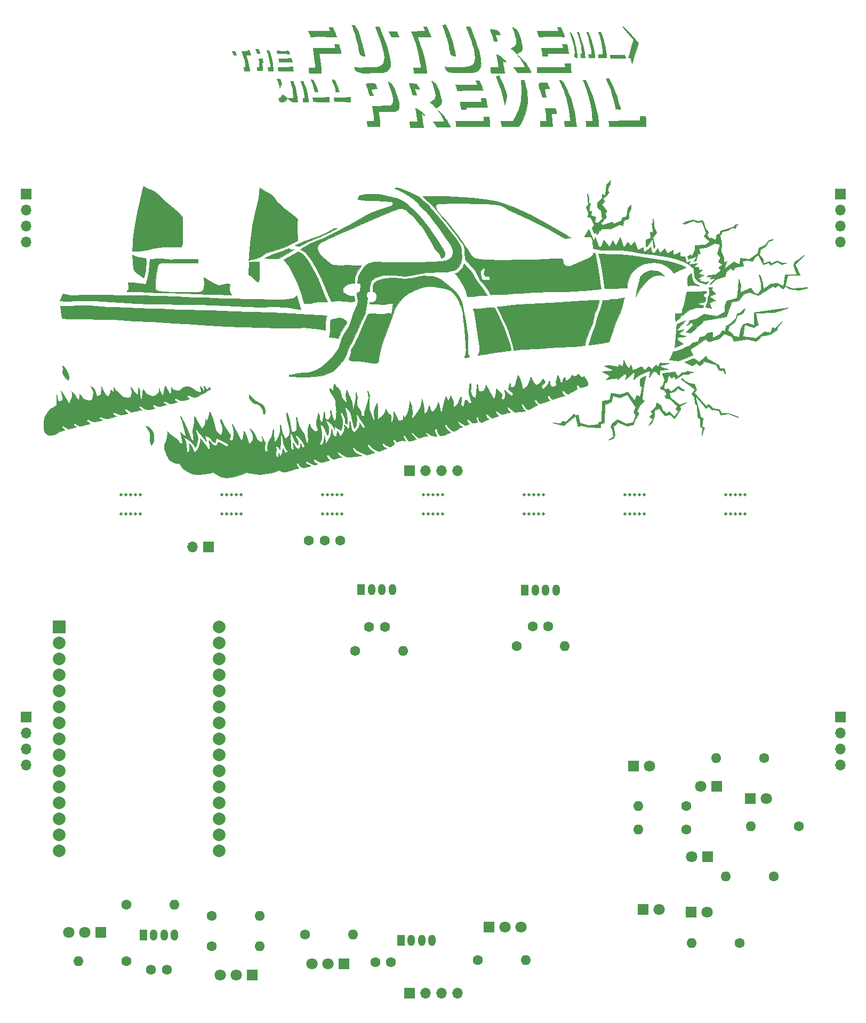
<source format=gts>
G04 #@! TF.GenerationSoftware,KiCad,Pcbnew,(6.0.11)*
G04 #@! TF.CreationDate,2023-06-05T19:46:25-05:00*
G04 #@! TF.ProjectId,future_badge,66757475-7265-45f6-9261-6467652e6b69,1*
G04 #@! TF.SameCoordinates,Original*
G04 #@! TF.FileFunction,Soldermask,Top*
G04 #@! TF.FilePolarity,Negative*
%FSLAX46Y46*%
G04 Gerber Fmt 4.6, Leading zero omitted, Abs format (unit mm)*
G04 Created by KiCad (PCBNEW (6.0.11)) date 2023-06-05 19:46:25*
%MOMM*%
%LPD*%
G01*
G04 APERTURE LIST*
%ADD10C,0.100000*%
%ADD11C,0.120000*%
%ADD12C,1.600000*%
%ADD13R,1.800000X1.800000*%
%ADD14C,1.800000*%
%ADD15R,1.700000X1.700000*%
%ADD16O,1.700000X1.700000*%
%ADD17O,1.600000X1.600000*%
%ADD18R,1.200000X1.800000*%
%ADD19O,1.200000X1.800000*%
%ADD20R,2.000000X2.000000*%
%ADD21C,2.000000*%
%ADD22C,0.500000*%
G04 APERTURE END LIST*
G36*
X111710000Y-79122000D02*
G01*
X111770000Y-79112000D01*
X111930000Y-78992000D01*
X112070000Y-78832000D01*
X112180000Y-79062000D01*
X112360000Y-79262000D01*
X112660000Y-79922000D01*
X112710000Y-80182000D01*
X112610000Y-80352000D01*
X112420000Y-80462000D01*
X112170000Y-80532000D01*
X111790000Y-80662000D01*
X111600000Y-80672000D01*
X111420000Y-80592000D01*
X111280000Y-80482000D01*
X111170000Y-80362000D01*
X110980000Y-80232000D01*
X110910000Y-80372000D01*
X110920000Y-80622000D01*
X111010000Y-80812000D01*
X111090000Y-80902000D01*
X110640000Y-81132000D01*
X110010000Y-81482000D01*
X109630000Y-81732000D01*
X109280000Y-81612000D01*
X109010000Y-81402000D01*
X108860000Y-81192000D01*
X108680000Y-81102000D01*
X108580000Y-81182000D01*
X108590000Y-81372000D01*
X108720000Y-81672000D01*
X108870000Y-81842000D01*
X109040000Y-81972000D01*
X107880000Y-82352000D01*
X107170000Y-82592000D01*
X106870000Y-82402000D01*
X106710000Y-82222000D01*
X106590000Y-81962000D01*
X106310000Y-81962000D01*
X106350000Y-82362000D01*
X106490000Y-82572000D01*
X106650000Y-82712000D01*
X106650000Y-82762000D01*
X105210000Y-83232000D01*
X104930000Y-83142000D01*
X104710000Y-82992000D01*
X104580000Y-82722000D01*
X104390000Y-82592000D01*
X104250000Y-82792000D01*
X104370000Y-83142000D01*
X104680000Y-83442000D01*
X104650000Y-83482000D01*
X103360000Y-84152000D01*
X103160000Y-84192000D01*
X102930000Y-84052000D01*
X102690000Y-83792000D01*
X102520000Y-83502000D01*
X102240000Y-83272000D01*
X102170000Y-83472000D01*
X102290000Y-83842000D01*
X102520000Y-84162000D01*
X102730000Y-84382000D01*
X102590000Y-84432000D01*
X102100000Y-84502000D01*
X101060000Y-84572000D01*
X100300000Y-84002000D01*
X100170000Y-83842000D01*
X99880000Y-83722000D01*
X99970000Y-84162000D01*
X100190000Y-84432000D01*
X100380000Y-84562000D01*
X100420000Y-84642000D01*
X100080000Y-84682000D01*
X99120000Y-84952000D01*
X98750000Y-84842000D01*
X98280000Y-84402000D01*
X97980000Y-84362000D01*
X98100000Y-84662000D01*
X98320000Y-84952000D01*
X98540000Y-85152000D01*
X97520000Y-85512000D01*
X97190000Y-85342000D01*
X96780000Y-84962000D01*
X96530000Y-84822000D01*
X96490000Y-85012000D01*
X96610000Y-85352000D01*
X96850000Y-85602000D01*
X97030000Y-85722000D01*
X96380000Y-85962000D01*
X96160000Y-86082000D01*
X95800000Y-86202000D01*
X95520000Y-86042000D01*
X95360000Y-85772000D01*
X95300000Y-85462000D01*
X95090000Y-85282000D01*
X95020000Y-85412000D01*
X95000000Y-85822000D01*
X95120000Y-86142000D01*
X95170000Y-86242000D01*
X94640000Y-86322000D01*
X94440000Y-86322000D01*
X94310000Y-86262000D01*
X93990000Y-85962000D01*
X93780000Y-85782000D01*
X93540000Y-85672000D01*
X93490000Y-85872000D01*
X93610000Y-86172000D01*
X93740000Y-86342000D01*
X93900000Y-86462000D01*
X93920000Y-86492000D01*
X93330000Y-86712000D01*
X92920000Y-86582000D01*
X92300000Y-86112000D01*
X92010000Y-86072000D01*
X92090000Y-86272000D01*
X92150000Y-86402000D01*
X92350000Y-86622000D01*
X92530000Y-86762000D01*
X92810000Y-86892000D01*
X92820000Y-86932000D01*
X92460000Y-87072000D01*
X91470000Y-87622000D01*
X91230000Y-87562000D01*
X90910000Y-87402000D01*
X90230000Y-86632000D01*
X90010000Y-86502000D01*
X90000000Y-86712000D01*
X90180000Y-87152000D01*
X90570000Y-87572000D01*
X90910000Y-87782000D01*
X90950000Y-87842000D01*
X90150000Y-88152000D01*
X89440000Y-88332000D01*
X89270000Y-88292000D01*
X89120000Y-88202000D01*
X88910000Y-87922000D01*
X88790000Y-87582000D01*
X88720000Y-87292000D01*
X88590000Y-87102000D01*
X88470000Y-87222000D01*
X88420000Y-87632000D01*
X88520000Y-88032000D01*
X88750000Y-88382000D01*
X87890000Y-88332000D01*
X87210000Y-87882000D01*
X86860000Y-87772000D01*
X86930000Y-88012000D01*
X87250000Y-88392000D01*
X86960000Y-88422000D01*
X86350000Y-88572000D01*
X85960000Y-88752000D01*
X85840000Y-88712000D01*
X84900000Y-87912000D01*
X84680000Y-87842000D01*
X84720000Y-88052000D01*
X85430000Y-88832000D01*
X85450000Y-88912000D01*
X84560000Y-89182000D01*
X84310000Y-89212000D01*
X84250000Y-89182000D01*
X83620000Y-88352000D01*
X83410000Y-88262000D01*
X83420000Y-88482000D01*
X83710000Y-89122000D01*
X83710000Y-89172000D01*
X83350000Y-89072000D01*
X83130000Y-89062000D01*
X82780000Y-89132000D01*
X82520000Y-89232000D01*
X82400000Y-89302000D01*
X82260000Y-89242000D01*
X82110000Y-89122000D01*
X81960000Y-88942000D01*
X81820000Y-88912000D01*
X81750000Y-89042000D01*
X81780000Y-89292000D01*
X82020000Y-89582000D01*
X81640000Y-89932000D01*
X81460000Y-90042000D01*
X81240000Y-90082000D01*
X80840000Y-89942000D01*
X80510000Y-89732000D01*
X80340000Y-89592000D01*
X80210000Y-89512000D01*
X80070000Y-89492000D01*
X80050000Y-89612000D01*
X80080000Y-89812000D01*
X80340000Y-90082000D01*
X80610000Y-90252000D01*
X80770000Y-90322000D01*
X80770000Y-90372000D01*
X79910000Y-90712000D01*
X79630000Y-90792000D01*
X79390000Y-90742000D01*
X78970000Y-90572000D01*
X78550000Y-90322000D01*
X78250000Y-89982000D01*
X77950000Y-89732000D01*
X77780000Y-89672000D01*
X77670000Y-89692000D01*
X77670000Y-89822000D01*
X77830000Y-90112000D01*
X78090000Y-90442000D01*
X78430000Y-90762000D01*
X78740000Y-90912000D01*
X78810000Y-90992000D01*
X78770000Y-91042000D01*
X77730000Y-91332000D01*
X77610000Y-91352000D01*
X77520000Y-91352000D01*
X76210000Y-90802000D01*
X75760000Y-90412000D01*
X75630000Y-90282000D01*
X75520000Y-90202000D01*
X75410000Y-90202000D01*
X75360000Y-90292000D01*
X75390000Y-90532000D01*
X75630000Y-90902000D01*
X76030000Y-91172000D01*
X76510000Y-91392000D01*
X76760000Y-91492000D01*
X76730000Y-91552000D01*
X75680000Y-91642000D01*
X74980000Y-91682000D01*
X74560000Y-91732000D01*
X74240000Y-91622000D01*
X73890000Y-91442000D01*
X73400000Y-91112000D01*
X73170000Y-90922000D01*
X72960000Y-90882000D01*
X72870000Y-90942000D01*
X72950000Y-91142000D01*
X73160000Y-91392000D01*
X73410000Y-91592000D01*
X73600000Y-91682000D01*
X73620000Y-91762000D01*
X73220000Y-91812000D01*
X72710000Y-91952000D01*
X72370000Y-92052000D01*
X72210000Y-92032000D01*
X71770000Y-91732000D01*
X71580000Y-91452000D01*
X71430000Y-91392000D01*
X71270000Y-91412000D01*
X71230000Y-91512000D01*
X71320000Y-91822000D01*
X71480000Y-92022000D01*
X71540000Y-92072000D01*
X71650000Y-92152000D01*
X71670000Y-92242000D01*
X71470000Y-92312000D01*
X71210000Y-92412000D01*
X70590000Y-92582000D01*
X70350000Y-92552000D01*
X69650000Y-92322000D01*
X69470000Y-92132000D01*
X69230000Y-92042000D01*
X69150000Y-92062000D01*
X69120000Y-92222000D01*
X69130000Y-92302000D01*
X69230000Y-92472000D01*
X69400000Y-92622000D01*
X69790000Y-92792000D01*
X69790000Y-92832000D01*
X69680000Y-92882000D01*
X69360000Y-92952000D01*
X69070000Y-92862000D01*
X68580000Y-92652000D01*
X68230000Y-92442000D01*
X68030000Y-92412000D01*
X67880000Y-92492000D01*
X67900000Y-92622000D01*
X68090000Y-92812000D01*
X68440000Y-92982000D01*
X68680000Y-93082000D01*
X68680000Y-93122000D01*
X67630000Y-93372000D01*
X67390000Y-93402000D01*
X66960000Y-93132000D01*
X66700000Y-92652000D01*
X66590000Y-92632000D01*
X66500000Y-92732000D01*
X66460000Y-92942000D01*
X66530000Y-93152000D01*
X66680000Y-93362000D01*
X66810000Y-93442000D01*
X66830000Y-93492000D01*
X66410000Y-93572000D01*
X66050000Y-93682000D01*
X65820000Y-93782000D01*
X65340000Y-93922000D01*
X64780000Y-94042000D01*
X64290000Y-94092000D01*
X63880000Y-93922000D01*
X63620000Y-93792000D01*
X62780000Y-94182000D01*
X61160000Y-94452000D01*
X60540000Y-94482000D01*
X58530000Y-94152000D01*
X57480000Y-94582000D01*
X56240000Y-94972000D01*
X55200000Y-94982000D01*
X54330000Y-94882000D01*
X53210000Y-94202000D01*
X51900000Y-94432000D01*
X50800000Y-94522000D01*
X49940000Y-94382000D01*
X49190000Y-94112000D01*
X48410000Y-93552000D01*
X47850000Y-92712000D01*
X47350000Y-92712000D01*
X46770000Y-92582000D01*
X46240000Y-92162000D01*
X45790000Y-91412000D01*
X45590000Y-90872000D01*
X45480000Y-90422000D01*
X45490000Y-89882000D01*
X45530000Y-89622000D01*
X45700000Y-89272000D01*
X45760000Y-88972000D01*
X45890000Y-88482000D01*
X45960000Y-88092000D01*
X45950000Y-87642000D01*
X46200000Y-88002000D01*
X46870000Y-88532000D01*
X47140000Y-88672000D01*
X47370000Y-88852000D01*
X47660000Y-89122000D01*
X47850000Y-89422000D01*
X48010000Y-89742000D01*
X48130000Y-90082000D01*
X48900000Y-90882000D01*
X49210000Y-90922000D01*
X49350000Y-90872000D01*
X49440000Y-90662000D01*
X49450000Y-90212000D01*
X49410000Y-89882000D01*
X49350000Y-89632000D01*
X49390000Y-89602000D01*
X49760000Y-90022000D01*
X49940000Y-90352000D01*
X50100000Y-90772000D01*
X50170000Y-90902000D01*
X50270000Y-90912000D01*
X50500000Y-90742000D01*
X50850000Y-90292000D01*
X51150000Y-89412000D01*
X51170000Y-88982000D01*
X51150000Y-88802000D01*
X51220000Y-88822000D01*
X51520000Y-89242000D01*
X52140000Y-90002000D01*
X52430000Y-90412000D01*
X52590000Y-90472000D01*
X52670000Y-90442000D01*
X52660000Y-90122000D01*
X52680000Y-89812000D01*
X52590000Y-89382000D01*
X52500000Y-89132000D01*
X52550000Y-89112000D01*
X53150000Y-89802000D01*
X53480000Y-89922000D01*
X53750000Y-89882000D01*
X53830000Y-89852000D01*
X53960000Y-89392000D01*
X54000000Y-89362000D01*
X54060000Y-89372000D01*
X55250000Y-90012000D01*
X55480000Y-89982000D01*
X55580000Y-89912000D01*
X55620000Y-89822000D01*
X55450000Y-89632000D01*
X54660000Y-89142000D01*
X54180000Y-88912000D01*
X53780000Y-88772000D01*
X53710000Y-88772000D01*
X53550000Y-89262000D01*
X53500000Y-89402000D01*
X53400000Y-89402000D01*
X53190000Y-89242000D01*
X52820000Y-88792000D01*
X52530000Y-88562000D01*
X52100000Y-88432000D01*
X51900000Y-88342000D01*
X51850000Y-88452000D01*
X52140000Y-89132000D01*
X52170000Y-89282000D01*
X52110000Y-89282000D01*
X51820000Y-88862000D01*
X51330000Y-88222000D01*
X50740000Y-87552000D01*
X50490000Y-87192000D01*
X50450000Y-87172000D01*
X50410000Y-87242000D01*
X50470000Y-87592000D01*
X50690000Y-88312000D01*
X50760000Y-88772000D01*
X50720000Y-89242000D01*
X50600000Y-89652000D01*
X50470000Y-90052000D01*
X50360000Y-90172000D01*
X50230000Y-89972000D01*
X50060000Y-89712000D01*
X49540000Y-89152000D01*
X49120000Y-88852000D01*
X48650000Y-88632000D01*
X48550000Y-88672000D01*
X48820000Y-89282000D01*
X48960000Y-89892000D01*
X49010000Y-90512000D01*
X49000000Y-90792000D01*
X48980000Y-90832000D01*
X48930000Y-90832000D01*
X48180000Y-90082000D01*
X48070000Y-89712000D01*
X48010000Y-89572000D01*
X48090000Y-89522000D01*
X48230000Y-89522000D01*
X48290000Y-89422000D01*
X48040000Y-88072000D01*
X47990000Y-87792000D01*
X48080000Y-87832000D01*
X48590000Y-88302000D01*
X48650000Y-88322000D01*
X48760000Y-88302000D01*
X48810000Y-88252000D01*
X48600000Y-87262000D01*
X48330000Y-86242000D01*
X48010000Y-85272000D01*
X48050000Y-85262000D01*
X48600000Y-86182000D01*
X49120000Y-87302000D01*
X49770000Y-88972000D01*
X49910000Y-89122000D01*
X50070000Y-89052000D01*
X50110000Y-88932000D01*
X50060000Y-88722000D01*
X50030000Y-88382000D01*
X49980000Y-87582000D01*
X50010000Y-87062000D01*
X50070000Y-86772000D01*
X50170000Y-86162000D01*
X50210000Y-85722000D01*
X50190000Y-85322000D01*
X50240000Y-85282000D01*
X50440000Y-85652000D01*
X50790000Y-86192000D01*
X51360000Y-87222000D01*
X51470000Y-87252000D01*
X51660000Y-86952000D01*
X51850000Y-86602000D01*
X52000000Y-86102000D01*
X52000000Y-85692000D01*
X52050000Y-85792000D01*
X52120000Y-86042000D01*
X52200000Y-86012000D01*
X52350000Y-85732000D01*
X52450000Y-85382000D01*
X52640000Y-84522000D01*
X52790000Y-84802000D01*
X53130000Y-85732000D01*
X53460000Y-87082000D01*
X53690000Y-87602000D01*
X54350000Y-88202000D01*
X54500000Y-88172000D01*
X54610000Y-87992000D01*
X54680000Y-87602000D01*
X54670000Y-87182000D01*
X54590000Y-86722000D01*
X54440000Y-86292000D01*
X54380000Y-85962000D01*
X54340000Y-85762000D01*
X54400000Y-85742000D01*
X54640000Y-86232000D01*
X55180000Y-87182000D01*
X55750000Y-88002000D01*
X55870000Y-88082000D01*
X55950000Y-88212000D01*
X55810000Y-88912000D01*
X55870000Y-89062000D01*
X56090000Y-89122000D01*
X56260000Y-89142000D01*
X56360000Y-88702000D01*
X56440000Y-88222000D01*
X56430000Y-87732000D01*
X56340000Y-87182000D01*
X56220000Y-86662000D01*
X56190000Y-86482000D01*
X56380000Y-86692000D01*
X56840000Y-87612000D01*
X57040000Y-87952000D01*
X57270000Y-88462000D01*
X57540000Y-88922000D01*
X57640000Y-89002000D01*
X57750000Y-88982000D01*
X57860000Y-88792000D01*
X57970000Y-88432000D01*
X58040000Y-87952000D01*
X58070000Y-87652000D01*
X58150000Y-87612000D01*
X58250000Y-87762000D01*
X58650000Y-88882000D01*
X58800000Y-89442000D01*
X58800000Y-89562000D01*
X58870000Y-89622000D01*
X58990000Y-89572000D01*
X59170000Y-89462000D01*
X59350000Y-89282000D01*
X59480000Y-89022000D01*
X59540000Y-88742000D01*
X59510000Y-88362000D01*
X59400000Y-88002000D01*
X59230000Y-87632000D01*
X59050000Y-87352000D01*
X59040000Y-87262000D01*
X59070000Y-87192000D01*
X59210000Y-87302000D01*
X59420000Y-87542000D01*
X59700000Y-87912000D01*
X59790000Y-88072000D01*
X59980000Y-88472000D01*
X60140000Y-88832000D01*
X60410000Y-89182000D01*
X60860000Y-89382000D01*
X61000000Y-89392000D01*
X61060000Y-89332000D01*
X61050000Y-89012000D01*
X60940000Y-88422000D01*
X60960000Y-88382000D01*
X61250000Y-89142000D01*
X61450000Y-89322000D01*
X61500000Y-89442000D01*
X61440000Y-89652000D01*
X61390000Y-89982000D01*
X61360000Y-90432000D01*
X61420000Y-90712000D01*
X61490000Y-90842000D01*
X61530000Y-90932000D01*
X62940000Y-91632000D01*
X63130000Y-91732000D01*
X63260000Y-91742000D01*
X63430000Y-91732000D01*
X63540000Y-91702000D01*
X63590000Y-91672000D01*
X63570000Y-91492000D01*
X63590000Y-91332000D01*
X63590000Y-91152000D01*
X63620000Y-91122000D01*
X63650000Y-91162000D01*
X63700000Y-91402000D01*
X63750000Y-91542000D01*
X63800000Y-91562000D01*
X63860000Y-91542000D01*
X64010000Y-91352000D01*
X64130000Y-91152000D01*
X64200000Y-90942000D01*
X64230000Y-90402000D01*
X64260000Y-90392000D01*
X64530000Y-90882000D01*
X64640000Y-91012000D01*
X64690000Y-91032000D01*
X64790000Y-91032000D01*
X64930000Y-90952000D01*
X64990000Y-90882000D01*
X65010000Y-90772000D01*
X64920000Y-90672000D01*
X64750000Y-90452000D01*
X64590000Y-90152000D01*
X64430000Y-89772000D01*
X64330000Y-89452000D01*
X64220000Y-88772000D01*
X64080000Y-88202000D01*
X64020000Y-88152000D01*
X63980000Y-88162000D01*
X63940000Y-88312000D01*
X63870000Y-88972000D01*
X63880000Y-89472000D01*
X63840000Y-90322000D01*
X63830000Y-90552000D01*
X63780000Y-90502000D01*
X63680000Y-90312000D01*
X63600000Y-90222000D01*
X63450000Y-90122000D01*
X63240000Y-90052000D01*
X63170000Y-90082000D01*
X63240000Y-90502000D01*
X63230000Y-90762000D01*
X63180000Y-91052000D01*
X63180000Y-91422000D01*
X63220000Y-91582000D01*
X63230000Y-91642000D01*
X63190000Y-91662000D01*
X63120000Y-91652000D01*
X62450000Y-91332000D01*
X61770000Y-91002000D01*
X61550000Y-90902000D01*
X61570000Y-90862000D01*
X61630000Y-90842000D01*
X61790000Y-90782000D01*
X61870000Y-90732000D01*
X61870000Y-90632000D01*
X61830000Y-90452000D01*
X61810000Y-90162000D01*
X61880000Y-89722000D01*
X62000000Y-89352000D01*
X62160000Y-89072000D01*
X62430000Y-88522000D01*
X62670000Y-87812000D01*
X62730000Y-87352000D01*
X62780000Y-87332000D01*
X62810000Y-87812000D01*
X62880000Y-89212000D01*
X62910000Y-89342000D01*
X63050000Y-89282000D01*
X63220000Y-89122000D01*
X63410000Y-88862000D01*
X63620000Y-88362000D01*
X63800000Y-87772000D01*
X63850000Y-87382000D01*
X63840000Y-86872000D01*
X63830000Y-86632000D01*
X63880000Y-86622000D01*
X64000000Y-86962000D01*
X64100000Y-87402000D01*
X64160000Y-87922000D01*
X64460000Y-88622000D01*
X64550000Y-88782000D01*
X64600000Y-88812000D01*
X64680000Y-88812000D01*
X65030000Y-89522000D01*
X65430000Y-90342000D01*
X65500000Y-90502000D01*
X65700000Y-90542000D01*
X65880000Y-90512000D01*
X66010000Y-90462000D01*
X66020000Y-90412000D01*
X65860000Y-89542000D01*
X65910000Y-89532000D01*
X66390000Y-90232000D01*
X66510000Y-90362000D01*
X66710000Y-90442000D01*
X66850000Y-90402000D01*
X66980000Y-90192000D01*
X67040000Y-90022000D01*
X67050000Y-89592000D01*
X67090000Y-89562000D01*
X67200000Y-89802000D01*
X67330000Y-90152000D01*
X67450000Y-90192000D01*
X67700000Y-90092000D01*
X67740000Y-90052000D01*
X67730000Y-89952000D01*
X67430000Y-89402000D01*
X66950000Y-88712000D01*
X66660000Y-88382000D01*
X66520000Y-88302000D01*
X66390000Y-88302000D01*
X66300000Y-88382000D01*
X66300000Y-88502000D01*
X66370000Y-88632000D01*
X66470000Y-88762000D01*
X66550000Y-88902000D01*
X66680000Y-89222000D01*
X66700000Y-89392000D01*
X66670000Y-89682000D01*
X66630000Y-89812000D01*
X66590000Y-89812000D01*
X66410000Y-89602000D01*
X66220000Y-89282000D01*
X66030000Y-88932000D01*
X65790000Y-88312000D01*
X65630000Y-87892000D01*
X65570000Y-87902000D01*
X65460000Y-88452000D01*
X65480000Y-89442000D01*
X65520000Y-89872000D01*
X65560000Y-90142000D01*
X65600000Y-90342000D01*
X65600000Y-90492000D01*
X65550000Y-90492000D01*
X64970000Y-89282000D01*
X64770000Y-88882000D01*
X64730000Y-88792000D01*
X65130000Y-88402000D01*
X65250000Y-88212000D01*
X65310000Y-87732000D01*
X65320000Y-87342000D01*
X65190000Y-86602000D01*
X64950000Y-85632000D01*
X64840000Y-85012000D01*
X64850000Y-84772000D01*
X64880000Y-84722000D01*
X64940000Y-84712000D01*
X65130000Y-85102000D01*
X65310000Y-85962000D01*
X65600000Y-87552000D01*
X65660000Y-87702000D01*
X65770000Y-87732000D01*
X65960000Y-87742000D01*
X66160000Y-87672000D01*
X66330000Y-87512000D01*
X66430000Y-87362000D01*
X66470000Y-87192000D01*
X66410000Y-86152000D01*
X66380000Y-85412000D01*
X66410000Y-85342000D01*
X66440000Y-85372000D01*
X66590000Y-86062000D01*
X66870000Y-86922000D01*
X67050000Y-87172000D01*
X67200000Y-87492000D01*
X67650000Y-88022000D01*
X67740000Y-88292000D01*
X67830000Y-88662000D01*
X67990000Y-89352000D01*
X68090000Y-89492000D01*
X68200000Y-89582000D01*
X68340000Y-89592000D01*
X70060000Y-89652000D01*
X70090000Y-89672000D01*
X70220000Y-89752000D01*
X70440000Y-89752000D01*
X70560000Y-89692000D01*
X70710000Y-89442000D01*
X70840000Y-88662000D01*
X70840000Y-88332000D01*
X70870000Y-88302000D01*
X70960000Y-88622000D01*
X71040000Y-89302000D01*
X71050000Y-89452000D01*
X71090000Y-89532000D01*
X71160000Y-89542000D01*
X71460000Y-89092000D01*
X71680000Y-88672000D01*
X71830000Y-88212000D01*
X71920000Y-87782000D01*
X71940000Y-87462000D01*
X71920000Y-87222000D01*
X71950000Y-87192000D01*
X72080000Y-87452000D01*
X72120000Y-87712000D01*
X72230000Y-88192000D01*
X72370000Y-88342000D01*
X72660000Y-88502000D01*
X72770000Y-88412000D01*
X72830000Y-88202000D01*
X72900000Y-87822000D01*
X72910000Y-87602000D01*
X73000000Y-87712000D01*
X73230000Y-88062000D01*
X73290000Y-88392000D01*
X73340000Y-88532000D01*
X73460000Y-88452000D01*
X73820000Y-87892000D01*
X73970000Y-87572000D01*
X74030000Y-86942000D01*
X74010000Y-86632000D01*
X74050000Y-86592000D01*
X74220000Y-86832000D01*
X74410000Y-86992000D01*
X74460000Y-87152000D01*
X74590000Y-87262000D01*
X74720000Y-87202000D01*
X74820000Y-86862000D01*
X74870000Y-86372000D01*
X74890000Y-85972000D01*
X75070000Y-86922000D01*
X75190000Y-87302000D01*
X75500000Y-87782000D01*
X75540000Y-87782000D01*
X75830000Y-87642000D01*
X76270000Y-87092000D01*
X76430000Y-86632000D01*
X76470000Y-86302000D01*
X76740000Y-86782000D01*
X76930000Y-87022000D01*
X77160000Y-87092000D01*
X77330000Y-87092000D01*
X77320000Y-86922000D01*
X77230000Y-86702000D01*
X76720000Y-85932000D01*
X76300000Y-85292000D01*
X76120000Y-84972000D01*
X76000000Y-84932000D01*
X75910000Y-84962000D01*
X76010000Y-85762000D01*
X75950000Y-86572000D01*
X75830000Y-86912000D01*
X75690000Y-87132000D01*
X75640000Y-87192000D01*
X75560000Y-87102000D01*
X75330000Y-86122000D01*
X75190000Y-85412000D01*
X74960000Y-84722000D01*
X74780000Y-84362000D01*
X74400000Y-83922000D01*
X74280000Y-83802000D01*
X74220000Y-83792000D01*
X74180000Y-83822000D01*
X74190000Y-83972000D01*
X74310000Y-84562000D01*
X74420000Y-85012000D01*
X74500000Y-85732000D01*
X74510000Y-86172000D01*
X74500000Y-86512000D01*
X74470000Y-86552000D01*
X74290000Y-86412000D01*
X74180000Y-86252000D01*
X74130000Y-85642000D01*
X73840000Y-84922000D01*
X73660000Y-84722000D01*
X73530000Y-84672000D01*
X73400000Y-84652000D01*
X73350000Y-84732000D01*
X73620000Y-85502000D01*
X73690000Y-86012000D01*
X73710000Y-86462000D01*
X73650000Y-86962000D01*
X73570000Y-87342000D01*
X73480000Y-87562000D01*
X73450000Y-87582000D01*
X73270000Y-87382000D01*
X72900000Y-87112000D01*
X72510000Y-86902000D01*
X72470000Y-86942000D01*
X72500000Y-87162000D01*
X72490000Y-87352000D01*
X72460000Y-87362000D01*
X72400000Y-87152000D01*
X72230000Y-86832000D01*
X71950000Y-86492000D01*
X71490000Y-86132000D01*
X71240000Y-85942000D01*
X71130000Y-85912000D01*
X71120000Y-85962000D01*
X71510000Y-86932000D01*
X71550000Y-87332000D01*
X71490000Y-87712000D01*
X71410000Y-88062000D01*
X71340000Y-88262000D01*
X71290000Y-88272000D01*
X71280000Y-88212000D01*
X71220000Y-88022000D01*
X70900000Y-87272000D01*
X70560000Y-86752000D01*
X70320000Y-86592000D01*
X70180000Y-86552000D01*
X70250000Y-86972000D01*
X70380000Y-87492000D01*
X70420000Y-87802000D01*
X70440000Y-88282000D01*
X70390000Y-88772000D01*
X70320000Y-89062000D01*
X70160000Y-89502000D01*
X70080000Y-89632000D01*
X69100000Y-89592000D01*
X68400000Y-89572000D01*
X68330000Y-89552000D01*
X68260000Y-89492000D01*
X68220000Y-89422000D01*
X68250000Y-89342000D01*
X68290000Y-89002000D01*
X68200000Y-88122000D01*
X68200000Y-87392000D01*
X68280000Y-86972000D01*
X68360000Y-86652000D01*
X68460000Y-86452000D01*
X68540000Y-86452000D01*
X68550000Y-86632000D01*
X68630000Y-86902000D01*
X68800000Y-87112000D01*
X69030000Y-87302000D01*
X69200000Y-87472000D01*
X69290000Y-87612000D01*
X69570000Y-87642000D01*
X69780000Y-87512000D01*
X69860000Y-87372000D01*
X69790000Y-87152000D01*
X69690000Y-86882000D01*
X69600000Y-86612000D01*
X69560000Y-86312000D01*
X69580000Y-86122000D01*
X69620000Y-85882000D01*
X69640000Y-85752000D01*
X69750000Y-85482000D01*
X69850000Y-85112000D01*
X69840000Y-84792000D01*
X69890000Y-84752000D01*
X70050000Y-85232000D01*
X70130000Y-85592000D01*
X70160000Y-85922000D01*
X70220000Y-86092000D01*
X70360000Y-86132000D01*
X70470000Y-86132000D01*
X70560000Y-86012000D01*
X70640000Y-85802000D01*
X70700000Y-85482000D01*
X70790000Y-84832000D01*
X70800000Y-84572000D01*
X70830000Y-84552000D01*
X70940000Y-85012000D01*
X70960000Y-85282000D01*
X71040000Y-85662000D01*
X71190000Y-85782000D01*
X71340000Y-85822000D01*
X71530000Y-85772000D01*
X71650000Y-85642000D01*
X71770000Y-85382000D01*
X71840000Y-85062000D01*
X71810000Y-84312000D01*
X71840000Y-84282000D01*
X72090000Y-85242000D01*
X72390000Y-85892000D01*
X72490000Y-85922000D01*
X72600000Y-85842000D01*
X72710000Y-85472000D01*
X72750000Y-84932000D01*
X72760000Y-84492000D01*
X72740000Y-84162000D01*
X72680000Y-83832000D01*
X72640000Y-83382000D01*
X72610000Y-82782000D01*
X72290000Y-82072000D01*
X72150000Y-81872000D01*
X71910000Y-81492000D01*
X71740000Y-81162000D01*
X71700000Y-80932000D01*
X71700000Y-80792000D01*
X71760000Y-80792000D01*
X72080000Y-81192000D01*
X72140000Y-81232000D01*
X72220000Y-81202000D01*
X72270000Y-81062000D01*
X72320000Y-80632000D01*
X72390000Y-80382000D01*
X72440000Y-80152000D01*
X72480000Y-80142000D01*
X72600000Y-80322000D01*
X72750000Y-80512000D01*
X73040000Y-80782000D01*
X73290000Y-81092000D01*
X73420000Y-81322000D01*
X73500000Y-81732000D01*
X73530000Y-82032000D01*
X73620000Y-82282000D01*
X73930000Y-82662000D01*
X74240000Y-83002000D01*
X74360000Y-82982000D01*
X74390000Y-82892000D01*
X74290000Y-82472000D01*
X74260000Y-81922000D01*
X74390000Y-81032000D01*
X74450000Y-81032000D01*
X74860000Y-82022000D01*
X75030000Y-82412000D01*
X75220000Y-83102000D01*
X75300000Y-83842000D01*
X75300000Y-84062000D01*
X75380000Y-84112000D01*
X75480000Y-84062000D01*
X75540000Y-83942000D01*
X75760000Y-82942000D01*
X75840000Y-82292000D01*
X75870000Y-81772000D01*
X75850000Y-81462000D01*
X75890000Y-81432000D01*
X75970000Y-81602000D01*
X76040000Y-81972000D01*
X76090000Y-82332000D01*
X76040000Y-82622000D01*
X76000000Y-83132000D01*
X76030000Y-83492000D01*
X76200000Y-83832000D01*
X76580000Y-84312000D01*
X76700000Y-84782000D01*
X76690000Y-85062000D01*
X76770000Y-85182000D01*
X76920000Y-85222000D01*
X77090000Y-85182000D01*
X77190000Y-85092000D01*
X77230000Y-84992000D01*
X77220000Y-84812000D01*
X77320000Y-84352000D01*
X77470000Y-83892000D01*
X77720000Y-83032000D01*
X77820000Y-82732000D01*
X77850000Y-82362000D01*
X77800000Y-81692000D01*
X77670000Y-81202000D01*
X77700000Y-81202000D01*
X77780000Y-81272000D01*
X77900000Y-81502000D01*
X77980000Y-81722000D01*
X78020000Y-82032000D01*
X77990000Y-82342000D01*
X77970000Y-82812000D01*
X77930000Y-83212000D01*
X77990000Y-84102000D01*
X78540000Y-85622000D01*
X78580000Y-85732000D01*
X78650000Y-85842000D01*
X78720000Y-85852000D01*
X78820000Y-85812000D01*
X78850000Y-85692000D01*
X78820000Y-85412000D01*
X78710000Y-84912000D01*
X78690000Y-84622000D01*
X78690000Y-84372000D01*
X78980000Y-83672000D01*
X79120000Y-83292000D01*
X79180000Y-83202000D01*
X79220000Y-83202000D01*
X79240000Y-83232000D01*
X79280000Y-83872000D01*
X79330000Y-84182000D01*
X79320000Y-84552000D01*
X79300000Y-85172000D01*
X79300000Y-85702000D01*
X79360000Y-85742000D01*
X79440000Y-85732000D01*
X79750000Y-85482000D01*
X79960000Y-85272000D01*
X80150000Y-85052000D01*
X80310000Y-84832000D01*
X80470000Y-84552000D01*
X80560000Y-84292000D01*
X80610000Y-84112000D01*
X80640000Y-84112000D01*
X80690000Y-84262000D01*
X80810000Y-84492000D01*
X80960000Y-84712000D01*
X81150000Y-84932000D01*
X81320000Y-85042000D01*
X81420000Y-85192000D01*
X81440000Y-86052000D01*
X81450000Y-86172000D01*
X81520000Y-86192000D01*
X81640000Y-86132000D01*
X81790000Y-85822000D01*
X81890000Y-85402000D01*
X81840000Y-84682000D01*
X81890000Y-84542000D01*
X81920000Y-84542000D01*
X81990000Y-84752000D01*
X82440000Y-85622000D01*
X82560000Y-85892000D01*
X82780000Y-85942000D01*
X83270000Y-85852000D01*
X83410000Y-85732000D01*
X83360000Y-85082000D01*
X83420000Y-85072000D01*
X83540000Y-85402000D01*
X83600000Y-85412000D01*
X83690000Y-85382000D01*
X83940000Y-84962000D01*
X84120000Y-84552000D01*
X84230000Y-84142000D01*
X84340000Y-83642000D01*
X84380000Y-83142000D01*
X84360000Y-82842000D01*
X84390000Y-82832000D01*
X84520000Y-83072000D01*
X84640000Y-83392000D01*
X84700000Y-83682000D01*
X84780000Y-84802000D01*
X84750000Y-85532000D01*
X84820000Y-85552000D01*
X85050000Y-85372000D01*
X85770000Y-84452000D01*
X86100000Y-83822000D01*
X86260000Y-83292000D01*
X86320000Y-82562000D01*
X86350000Y-82522000D01*
X86540000Y-83052000D01*
X86620000Y-83522000D01*
X86660000Y-84092000D01*
X86660000Y-84702000D01*
X86730000Y-84812000D01*
X86820000Y-84812000D01*
X86960000Y-84692000D01*
X87160000Y-84402000D01*
X87340000Y-84032000D01*
X87460000Y-83612000D01*
X87520000Y-83592000D01*
X87740000Y-84212000D01*
X87850000Y-84452000D01*
X87930000Y-84552000D01*
X87990000Y-84572000D01*
X88250000Y-84322000D01*
X88430000Y-84112000D01*
X88600000Y-83822000D01*
X88770000Y-83472000D01*
X88860000Y-83132000D01*
X88870000Y-82992000D01*
X88910000Y-82982000D01*
X89060000Y-83332000D01*
X89170000Y-83702000D01*
X89250000Y-84172000D01*
X89350000Y-84452000D01*
X89410000Y-84542000D01*
X89500000Y-84532000D01*
X89550000Y-84472000D01*
X89590000Y-84362000D01*
X89630000Y-83962000D01*
X89700000Y-83632000D01*
X89810000Y-83202000D01*
X89900000Y-82882000D01*
X89990000Y-82652000D01*
X90090000Y-82382000D01*
X90160000Y-82162000D01*
X90200000Y-82142000D01*
X90280000Y-82352000D01*
X90350000Y-82522000D01*
X90400000Y-82652000D01*
X90450000Y-82742000D01*
X90510000Y-82752000D01*
X90570000Y-82722000D01*
X90630000Y-82602000D01*
X90740000Y-82402000D01*
X90820000Y-82202000D01*
X90870000Y-82012000D01*
X90910000Y-82002000D01*
X91040000Y-82272000D01*
X91140000Y-82442000D01*
X91330000Y-82992000D01*
X91380000Y-83312000D01*
X91330000Y-83652000D01*
X91400000Y-83752000D01*
X91520000Y-83742000D01*
X91780000Y-83522000D01*
X92090000Y-83122000D01*
X92290000Y-82682000D01*
X92400000Y-82292000D01*
X92520000Y-82122000D01*
X92560000Y-82122000D01*
X92590000Y-82282000D01*
X92590000Y-82592000D01*
X92580000Y-82882000D01*
X92510000Y-83292000D01*
X92580000Y-83522000D01*
X92640000Y-83622000D01*
X92860000Y-83632000D01*
X92990000Y-83602000D01*
X93050000Y-83492000D01*
X93090000Y-83052000D01*
X93190000Y-82682000D01*
X93320000Y-82652000D01*
X93530000Y-82752000D01*
X93640000Y-82922000D01*
X93720000Y-83092000D01*
X93780000Y-83162000D01*
X93840000Y-83202000D01*
X93990000Y-83202000D01*
X94180000Y-83082000D01*
X94220000Y-83032000D01*
X94230000Y-82932000D01*
X94170000Y-82792000D01*
X94060000Y-82522000D01*
X93930000Y-82202000D01*
X93840000Y-81872000D01*
X93790000Y-81542000D01*
X93800000Y-81152000D01*
X93860000Y-80722000D01*
X93910000Y-80372000D01*
X93940000Y-80072000D01*
X93980000Y-80012000D01*
X94020000Y-80022000D01*
X94100000Y-80182000D01*
X94150000Y-80502000D01*
X94150000Y-80742000D01*
X94110000Y-80972000D01*
X94090000Y-81242000D01*
X94120000Y-81552000D01*
X94190000Y-81792000D01*
X94350000Y-82062000D01*
X94580000Y-82252000D01*
X94720000Y-82322000D01*
X94800000Y-82332000D01*
X94850000Y-82312000D01*
X94910000Y-82202000D01*
X94920000Y-82022000D01*
X94940000Y-81782000D01*
X95020000Y-81212000D01*
X95060000Y-80712000D01*
X95090000Y-80362000D01*
X95120000Y-80092000D01*
X95200000Y-80462000D01*
X95250000Y-80702000D01*
X95290000Y-80922000D01*
X95340000Y-81092000D01*
X95440000Y-81222000D01*
X95530000Y-81272000D01*
X95650000Y-81292000D01*
X95790000Y-81292000D01*
X95940000Y-81272000D01*
X96080000Y-81212000D01*
X96180000Y-81132000D01*
X96270000Y-81032000D01*
X96370000Y-80882000D01*
X96490000Y-80442000D01*
X96490000Y-80322000D01*
X96520000Y-80262000D01*
X96560000Y-80262000D01*
X96620000Y-80412000D01*
X96790000Y-80742000D01*
X96960000Y-81022000D01*
X97280000Y-81642000D01*
X97450000Y-81972000D01*
X97560000Y-82162000D01*
X97640000Y-82312000D01*
X97710000Y-82372000D01*
X97770000Y-82382000D01*
X97840000Y-82352000D01*
X97940000Y-82212000D01*
X98050000Y-81952000D01*
X98150000Y-81392000D01*
X98140000Y-80932000D01*
X98180000Y-80892000D01*
X98640000Y-81292000D01*
X98790000Y-81482000D01*
X99030000Y-81752000D01*
X99030000Y-81882000D01*
X98980000Y-82242000D01*
X98970000Y-82342000D01*
X98990000Y-82442000D01*
X99040000Y-82502000D01*
X99130000Y-82542000D01*
X99220000Y-82552000D01*
X99300000Y-82542000D01*
X99400000Y-82492000D01*
X99460000Y-82392000D01*
X99520000Y-82052000D01*
X99530000Y-81472000D01*
X99500000Y-81272000D01*
X99460000Y-81062000D01*
X99500000Y-81052000D01*
X99620000Y-81192000D01*
X99780000Y-81412000D01*
X100080000Y-81632000D01*
X100280000Y-81802000D01*
X100400000Y-81952000D01*
X100540000Y-81992000D01*
X100610000Y-82032000D01*
X100650000Y-82002000D01*
X100740000Y-81912000D01*
X100780000Y-81832000D01*
X100800000Y-81682000D01*
X100740000Y-81552000D01*
X100610000Y-81392000D01*
X100180000Y-81062000D01*
X100090000Y-80932000D01*
X100130000Y-80702000D01*
X100210000Y-80272000D01*
X100230000Y-80102000D01*
X100290000Y-79992000D01*
X100340000Y-79992000D01*
X100360000Y-80052000D01*
X100360000Y-80252000D01*
X100380000Y-80412000D01*
X100430000Y-80512000D01*
X100500000Y-80592000D01*
X100620000Y-80632000D01*
X100820000Y-80622000D01*
X100920000Y-80612000D01*
X101020000Y-80542000D01*
X101150000Y-80322000D01*
X101370000Y-79622000D01*
X101490000Y-79042000D01*
X101540000Y-78822000D01*
X101570000Y-78792000D01*
X101640000Y-78782000D01*
X101690000Y-78832000D01*
X101940000Y-79372000D01*
X102160000Y-80072000D01*
X102230000Y-80522000D01*
X102230000Y-80702000D01*
X102290000Y-80862000D01*
X102350000Y-80902000D01*
X102490000Y-80852000D01*
X102690000Y-80742000D01*
X102880000Y-80592000D01*
X103080000Y-80392000D01*
X103270000Y-80062000D01*
X103510000Y-79432000D01*
X103540000Y-79252000D01*
X103550000Y-79102000D01*
X103590000Y-79022000D01*
X103660000Y-79002000D01*
X103890000Y-79552000D01*
X104020000Y-79752000D01*
X104140000Y-79972000D01*
X104230000Y-80082000D01*
X104350000Y-80182000D01*
X104470000Y-80252000D01*
X104700000Y-80212000D01*
X104860000Y-80152000D01*
X105010000Y-80042000D01*
X105110000Y-79912000D01*
X105290000Y-79692000D01*
X105500000Y-79362000D01*
X105550000Y-79312000D01*
X105610000Y-79322000D01*
X105710000Y-79522000D01*
X105900000Y-79832000D01*
X105840000Y-79942000D01*
X105610000Y-80212000D01*
X105390000Y-80362000D01*
X105280000Y-80462000D01*
X105380000Y-80752000D01*
X105470000Y-80852000D01*
X105620000Y-80902000D01*
X105770000Y-80822000D01*
X105920000Y-80682000D01*
X106240000Y-80322000D01*
X106450000Y-79992000D01*
X106500000Y-79852000D01*
X106530000Y-79682000D01*
X106570000Y-79632000D01*
X106620000Y-79642000D01*
X106670000Y-79802000D01*
X106670000Y-79972000D01*
X106680000Y-80102000D01*
X106720000Y-80242000D01*
X106780000Y-80362000D01*
X106970000Y-80532000D01*
X107140000Y-80582000D01*
X107340000Y-80542000D01*
X107510000Y-80472000D01*
X107620000Y-80372000D01*
X107690000Y-80282000D01*
X107690000Y-80162000D01*
X107640000Y-79992000D01*
X107610000Y-79812000D01*
X107650000Y-79642000D01*
X107760000Y-79362000D01*
X107840000Y-78902000D01*
X107830000Y-78792000D01*
X107900000Y-78742000D01*
X107960000Y-78762000D01*
X108060000Y-78892000D01*
X108140000Y-79082000D01*
X108280000Y-79562000D01*
X108310000Y-79772000D01*
X108380000Y-79892000D01*
X108520000Y-79892000D01*
X108660000Y-79822000D01*
X108720000Y-79692000D01*
X108810000Y-79302000D01*
X108950000Y-79112000D01*
X109040000Y-79022000D01*
X109110000Y-79252000D01*
X109160000Y-79482000D01*
X109250000Y-79602000D01*
X109490000Y-79502000D01*
X109770000Y-79302000D01*
X109960000Y-79082000D01*
X110210000Y-78682000D01*
X110510000Y-78962000D01*
X110800000Y-78882000D01*
X111190000Y-78532000D01*
X111710000Y-79122000D01*
G37*
D10*
X111710000Y-79122000D02*
X111770000Y-79112000D01*
X111930000Y-78992000D01*
X112070000Y-78832000D01*
X112180000Y-79062000D01*
X112360000Y-79262000D01*
X112660000Y-79922000D01*
X112710000Y-80182000D01*
X112610000Y-80352000D01*
X112420000Y-80462000D01*
X112170000Y-80532000D01*
X111790000Y-80662000D01*
X111600000Y-80672000D01*
X111420000Y-80592000D01*
X111280000Y-80482000D01*
X111170000Y-80362000D01*
X110980000Y-80232000D01*
X110910000Y-80372000D01*
X110920000Y-80622000D01*
X111010000Y-80812000D01*
X111090000Y-80902000D01*
X110640000Y-81132000D01*
X110010000Y-81482000D01*
X109630000Y-81732000D01*
X109280000Y-81612000D01*
X109010000Y-81402000D01*
X108860000Y-81192000D01*
X108680000Y-81102000D01*
X108580000Y-81182000D01*
X108590000Y-81372000D01*
X108720000Y-81672000D01*
X108870000Y-81842000D01*
X109040000Y-81972000D01*
X107880000Y-82352000D01*
X107170000Y-82592000D01*
X106870000Y-82402000D01*
X106710000Y-82222000D01*
X106590000Y-81962000D01*
X106310000Y-81962000D01*
X106350000Y-82362000D01*
X106490000Y-82572000D01*
X106650000Y-82712000D01*
X106650000Y-82762000D01*
X105210000Y-83232000D01*
X104930000Y-83142000D01*
X104710000Y-82992000D01*
X104580000Y-82722000D01*
X104390000Y-82592000D01*
X104250000Y-82792000D01*
X104370000Y-83142000D01*
X104680000Y-83442000D01*
X104650000Y-83482000D01*
X103360000Y-84152000D01*
X103160000Y-84192000D01*
X102930000Y-84052000D01*
X102690000Y-83792000D01*
X102520000Y-83502000D01*
X102240000Y-83272000D01*
X102170000Y-83472000D01*
X102290000Y-83842000D01*
X102520000Y-84162000D01*
X102730000Y-84382000D01*
X102590000Y-84432000D01*
X102100000Y-84502000D01*
X101060000Y-84572000D01*
X100300000Y-84002000D01*
X100170000Y-83842000D01*
X99880000Y-83722000D01*
X99970000Y-84162000D01*
X100190000Y-84432000D01*
X100380000Y-84562000D01*
X100420000Y-84642000D01*
X100080000Y-84682000D01*
X99120000Y-84952000D01*
X98750000Y-84842000D01*
X98280000Y-84402000D01*
X97980000Y-84362000D01*
X98100000Y-84662000D01*
X98320000Y-84952000D01*
X98540000Y-85152000D01*
X97520000Y-85512000D01*
X97190000Y-85342000D01*
X96780000Y-84962000D01*
X96530000Y-84822000D01*
X96490000Y-85012000D01*
X96610000Y-85352000D01*
X96850000Y-85602000D01*
X97030000Y-85722000D01*
X96380000Y-85962000D01*
X96160000Y-86082000D01*
X95800000Y-86202000D01*
X95520000Y-86042000D01*
X95360000Y-85772000D01*
X95300000Y-85462000D01*
X95090000Y-85282000D01*
X95020000Y-85412000D01*
X95000000Y-85822000D01*
X95120000Y-86142000D01*
X95170000Y-86242000D01*
X94640000Y-86322000D01*
X94440000Y-86322000D01*
X94310000Y-86262000D01*
X93990000Y-85962000D01*
X93780000Y-85782000D01*
X93540000Y-85672000D01*
X93490000Y-85872000D01*
X93610000Y-86172000D01*
X93740000Y-86342000D01*
X93900000Y-86462000D01*
X93920000Y-86492000D01*
X93330000Y-86712000D01*
X92920000Y-86582000D01*
X92300000Y-86112000D01*
X92010000Y-86072000D01*
X92090000Y-86272000D01*
X92150000Y-86402000D01*
X92350000Y-86622000D01*
X92530000Y-86762000D01*
X92810000Y-86892000D01*
X92820000Y-86932000D01*
X92460000Y-87072000D01*
X91470000Y-87622000D01*
X91230000Y-87562000D01*
X90910000Y-87402000D01*
X90230000Y-86632000D01*
X90010000Y-86502000D01*
X90000000Y-86712000D01*
X90180000Y-87152000D01*
X90570000Y-87572000D01*
X90910000Y-87782000D01*
X90950000Y-87842000D01*
X90150000Y-88152000D01*
X89440000Y-88332000D01*
X89270000Y-88292000D01*
X89120000Y-88202000D01*
X88910000Y-87922000D01*
X88790000Y-87582000D01*
X88720000Y-87292000D01*
X88590000Y-87102000D01*
X88470000Y-87222000D01*
X88420000Y-87632000D01*
X88520000Y-88032000D01*
X88750000Y-88382000D01*
X87890000Y-88332000D01*
X87210000Y-87882000D01*
X86860000Y-87772000D01*
X86930000Y-88012000D01*
X87250000Y-88392000D01*
X86960000Y-88422000D01*
X86350000Y-88572000D01*
X85960000Y-88752000D01*
X85840000Y-88712000D01*
X84900000Y-87912000D01*
X84680000Y-87842000D01*
X84720000Y-88052000D01*
X85430000Y-88832000D01*
X85450000Y-88912000D01*
X84560000Y-89182000D01*
X84310000Y-89212000D01*
X84250000Y-89182000D01*
X83620000Y-88352000D01*
X83410000Y-88262000D01*
X83420000Y-88482000D01*
X83710000Y-89122000D01*
X83710000Y-89172000D01*
X83350000Y-89072000D01*
X83130000Y-89062000D01*
X82780000Y-89132000D01*
X82520000Y-89232000D01*
X82400000Y-89302000D01*
X82260000Y-89242000D01*
X82110000Y-89122000D01*
X81960000Y-88942000D01*
X81820000Y-88912000D01*
X81750000Y-89042000D01*
X81780000Y-89292000D01*
X82020000Y-89582000D01*
X81640000Y-89932000D01*
X81460000Y-90042000D01*
X81240000Y-90082000D01*
X80840000Y-89942000D01*
X80510000Y-89732000D01*
X80340000Y-89592000D01*
X80210000Y-89512000D01*
X80070000Y-89492000D01*
X80050000Y-89612000D01*
X80080000Y-89812000D01*
X80340000Y-90082000D01*
X80610000Y-90252000D01*
X80770000Y-90322000D01*
X80770000Y-90372000D01*
X79910000Y-90712000D01*
X79630000Y-90792000D01*
X79390000Y-90742000D01*
X78970000Y-90572000D01*
X78550000Y-90322000D01*
X78250000Y-89982000D01*
X77950000Y-89732000D01*
X77780000Y-89672000D01*
X77670000Y-89692000D01*
X77670000Y-89822000D01*
X77830000Y-90112000D01*
X78090000Y-90442000D01*
X78430000Y-90762000D01*
X78740000Y-90912000D01*
X78810000Y-90992000D01*
X78770000Y-91042000D01*
X77730000Y-91332000D01*
X77610000Y-91352000D01*
X77520000Y-91352000D01*
X76210000Y-90802000D01*
X75760000Y-90412000D01*
X75630000Y-90282000D01*
X75520000Y-90202000D01*
X75410000Y-90202000D01*
X75360000Y-90292000D01*
X75390000Y-90532000D01*
X75630000Y-90902000D01*
X76030000Y-91172000D01*
X76510000Y-91392000D01*
X76760000Y-91492000D01*
X76730000Y-91552000D01*
X75680000Y-91642000D01*
X74980000Y-91682000D01*
X74560000Y-91732000D01*
X74240000Y-91622000D01*
X73890000Y-91442000D01*
X73400000Y-91112000D01*
X73170000Y-90922000D01*
X72960000Y-90882000D01*
X72870000Y-90942000D01*
X72950000Y-91142000D01*
X73160000Y-91392000D01*
X73410000Y-91592000D01*
X73600000Y-91682000D01*
X73620000Y-91762000D01*
X73220000Y-91812000D01*
X72710000Y-91952000D01*
X72370000Y-92052000D01*
X72210000Y-92032000D01*
X71770000Y-91732000D01*
X71580000Y-91452000D01*
X71430000Y-91392000D01*
X71270000Y-91412000D01*
X71230000Y-91512000D01*
X71320000Y-91822000D01*
X71480000Y-92022000D01*
X71540000Y-92072000D01*
X71650000Y-92152000D01*
X71670000Y-92242000D01*
X71470000Y-92312000D01*
X71210000Y-92412000D01*
X70590000Y-92582000D01*
X70350000Y-92552000D01*
X69650000Y-92322000D01*
X69470000Y-92132000D01*
X69230000Y-92042000D01*
X69150000Y-92062000D01*
X69120000Y-92222000D01*
X69130000Y-92302000D01*
X69230000Y-92472000D01*
X69400000Y-92622000D01*
X69790000Y-92792000D01*
X69790000Y-92832000D01*
X69680000Y-92882000D01*
X69360000Y-92952000D01*
X69070000Y-92862000D01*
X68580000Y-92652000D01*
X68230000Y-92442000D01*
X68030000Y-92412000D01*
X67880000Y-92492000D01*
X67900000Y-92622000D01*
X68090000Y-92812000D01*
X68440000Y-92982000D01*
X68680000Y-93082000D01*
X68680000Y-93122000D01*
X67630000Y-93372000D01*
X67390000Y-93402000D01*
X66960000Y-93132000D01*
X66700000Y-92652000D01*
X66590000Y-92632000D01*
X66500000Y-92732000D01*
X66460000Y-92942000D01*
X66530000Y-93152000D01*
X66680000Y-93362000D01*
X66810000Y-93442000D01*
X66830000Y-93492000D01*
X66410000Y-93572000D01*
X66050000Y-93682000D01*
X65820000Y-93782000D01*
X65340000Y-93922000D01*
X64780000Y-94042000D01*
X64290000Y-94092000D01*
X63880000Y-93922000D01*
X63620000Y-93792000D01*
X62780000Y-94182000D01*
X61160000Y-94452000D01*
X60540000Y-94482000D01*
X58530000Y-94152000D01*
X57480000Y-94582000D01*
X56240000Y-94972000D01*
X55200000Y-94982000D01*
X54330000Y-94882000D01*
X53210000Y-94202000D01*
X51900000Y-94432000D01*
X50800000Y-94522000D01*
X49940000Y-94382000D01*
X49190000Y-94112000D01*
X48410000Y-93552000D01*
X47850000Y-92712000D01*
X47350000Y-92712000D01*
X46770000Y-92582000D01*
X46240000Y-92162000D01*
X45790000Y-91412000D01*
X45590000Y-90872000D01*
X45480000Y-90422000D01*
X45490000Y-89882000D01*
X45530000Y-89622000D01*
X45700000Y-89272000D01*
X45760000Y-88972000D01*
X45890000Y-88482000D01*
X45960000Y-88092000D01*
X45950000Y-87642000D01*
X46200000Y-88002000D01*
X46870000Y-88532000D01*
X47140000Y-88672000D01*
X47370000Y-88852000D01*
X47660000Y-89122000D01*
X47850000Y-89422000D01*
X48010000Y-89742000D01*
X48130000Y-90082000D01*
X48900000Y-90882000D01*
X49210000Y-90922000D01*
X49350000Y-90872000D01*
X49440000Y-90662000D01*
X49450000Y-90212000D01*
X49410000Y-89882000D01*
X49350000Y-89632000D01*
X49390000Y-89602000D01*
X49760000Y-90022000D01*
X49940000Y-90352000D01*
X50100000Y-90772000D01*
X50170000Y-90902000D01*
X50270000Y-90912000D01*
X50500000Y-90742000D01*
X50850000Y-90292000D01*
X51150000Y-89412000D01*
X51170000Y-88982000D01*
X51150000Y-88802000D01*
X51220000Y-88822000D01*
X51520000Y-89242000D01*
X52140000Y-90002000D01*
X52430000Y-90412000D01*
X52590000Y-90472000D01*
X52670000Y-90442000D01*
X52660000Y-90122000D01*
X52680000Y-89812000D01*
X52590000Y-89382000D01*
X52500000Y-89132000D01*
X52550000Y-89112000D01*
X53150000Y-89802000D01*
X53480000Y-89922000D01*
X53750000Y-89882000D01*
X53830000Y-89852000D01*
X53960000Y-89392000D01*
X54000000Y-89362000D01*
X54060000Y-89372000D01*
X55250000Y-90012000D01*
X55480000Y-89982000D01*
X55580000Y-89912000D01*
X55620000Y-89822000D01*
X55450000Y-89632000D01*
X54660000Y-89142000D01*
X54180000Y-88912000D01*
X53780000Y-88772000D01*
X53710000Y-88772000D01*
X53550000Y-89262000D01*
X53500000Y-89402000D01*
X53400000Y-89402000D01*
X53190000Y-89242000D01*
X52820000Y-88792000D01*
X52530000Y-88562000D01*
X52100000Y-88432000D01*
X51900000Y-88342000D01*
X51850000Y-88452000D01*
X52140000Y-89132000D01*
X52170000Y-89282000D01*
X52110000Y-89282000D01*
X51820000Y-88862000D01*
X51330000Y-88222000D01*
X50740000Y-87552000D01*
X50490000Y-87192000D01*
X50450000Y-87172000D01*
X50410000Y-87242000D01*
X50470000Y-87592000D01*
X50690000Y-88312000D01*
X50760000Y-88772000D01*
X50720000Y-89242000D01*
X50600000Y-89652000D01*
X50470000Y-90052000D01*
X50360000Y-90172000D01*
X50230000Y-89972000D01*
X50060000Y-89712000D01*
X49540000Y-89152000D01*
X49120000Y-88852000D01*
X48650000Y-88632000D01*
X48550000Y-88672000D01*
X48820000Y-89282000D01*
X48960000Y-89892000D01*
X49010000Y-90512000D01*
X49000000Y-90792000D01*
X48980000Y-90832000D01*
X48930000Y-90832000D01*
X48180000Y-90082000D01*
X48070000Y-89712000D01*
X48010000Y-89572000D01*
X48090000Y-89522000D01*
X48230000Y-89522000D01*
X48290000Y-89422000D01*
X48040000Y-88072000D01*
X47990000Y-87792000D01*
X48080000Y-87832000D01*
X48590000Y-88302000D01*
X48650000Y-88322000D01*
X48760000Y-88302000D01*
X48810000Y-88252000D01*
X48600000Y-87262000D01*
X48330000Y-86242000D01*
X48010000Y-85272000D01*
X48050000Y-85262000D01*
X48600000Y-86182000D01*
X49120000Y-87302000D01*
X49770000Y-88972000D01*
X49910000Y-89122000D01*
X50070000Y-89052000D01*
X50110000Y-88932000D01*
X50060000Y-88722000D01*
X50030000Y-88382000D01*
X49980000Y-87582000D01*
X50010000Y-87062000D01*
X50070000Y-86772000D01*
X50170000Y-86162000D01*
X50210000Y-85722000D01*
X50190000Y-85322000D01*
X50240000Y-85282000D01*
X50440000Y-85652000D01*
X50790000Y-86192000D01*
X51360000Y-87222000D01*
X51470000Y-87252000D01*
X51660000Y-86952000D01*
X51850000Y-86602000D01*
X52000000Y-86102000D01*
X52000000Y-85692000D01*
X52050000Y-85792000D01*
X52120000Y-86042000D01*
X52200000Y-86012000D01*
X52350000Y-85732000D01*
X52450000Y-85382000D01*
X52640000Y-84522000D01*
X52790000Y-84802000D01*
X53130000Y-85732000D01*
X53460000Y-87082000D01*
X53690000Y-87602000D01*
X54350000Y-88202000D01*
X54500000Y-88172000D01*
X54610000Y-87992000D01*
X54680000Y-87602000D01*
X54670000Y-87182000D01*
X54590000Y-86722000D01*
X54440000Y-86292000D01*
X54380000Y-85962000D01*
X54340000Y-85762000D01*
X54400000Y-85742000D01*
X54640000Y-86232000D01*
X55180000Y-87182000D01*
X55750000Y-88002000D01*
X55870000Y-88082000D01*
X55950000Y-88212000D01*
X55810000Y-88912000D01*
X55870000Y-89062000D01*
X56090000Y-89122000D01*
X56260000Y-89142000D01*
X56360000Y-88702000D01*
X56440000Y-88222000D01*
X56430000Y-87732000D01*
X56340000Y-87182000D01*
X56220000Y-86662000D01*
X56190000Y-86482000D01*
X56380000Y-86692000D01*
X56840000Y-87612000D01*
X57040000Y-87952000D01*
X57270000Y-88462000D01*
X57540000Y-88922000D01*
X57640000Y-89002000D01*
X57750000Y-88982000D01*
X57860000Y-88792000D01*
X57970000Y-88432000D01*
X58040000Y-87952000D01*
X58070000Y-87652000D01*
X58150000Y-87612000D01*
X58250000Y-87762000D01*
X58650000Y-88882000D01*
X58800000Y-89442000D01*
X58800000Y-89562000D01*
X58870000Y-89622000D01*
X58990000Y-89572000D01*
X59170000Y-89462000D01*
X59350000Y-89282000D01*
X59480000Y-89022000D01*
X59540000Y-88742000D01*
X59510000Y-88362000D01*
X59400000Y-88002000D01*
X59230000Y-87632000D01*
X59050000Y-87352000D01*
X59040000Y-87262000D01*
X59070000Y-87192000D01*
X59210000Y-87302000D01*
X59420000Y-87542000D01*
X59700000Y-87912000D01*
X59790000Y-88072000D01*
X59980000Y-88472000D01*
X60140000Y-88832000D01*
X60410000Y-89182000D01*
X60860000Y-89382000D01*
X61000000Y-89392000D01*
X61060000Y-89332000D01*
X61050000Y-89012000D01*
X60940000Y-88422000D01*
X60960000Y-88382000D01*
X61250000Y-89142000D01*
X61450000Y-89322000D01*
X61500000Y-89442000D01*
X61440000Y-89652000D01*
X61390000Y-89982000D01*
X61360000Y-90432000D01*
X61420000Y-90712000D01*
X61490000Y-90842000D01*
X61530000Y-90932000D01*
X62940000Y-91632000D01*
X63130000Y-91732000D01*
X63260000Y-91742000D01*
X63430000Y-91732000D01*
X63540000Y-91702000D01*
X63590000Y-91672000D01*
X63570000Y-91492000D01*
X63590000Y-91332000D01*
X63590000Y-91152000D01*
X63620000Y-91122000D01*
X63650000Y-91162000D01*
X63700000Y-91402000D01*
X63750000Y-91542000D01*
X63800000Y-91562000D01*
X63860000Y-91542000D01*
X64010000Y-91352000D01*
X64130000Y-91152000D01*
X64200000Y-90942000D01*
X64230000Y-90402000D01*
X64260000Y-90392000D01*
X64530000Y-90882000D01*
X64640000Y-91012000D01*
X64690000Y-91032000D01*
X64790000Y-91032000D01*
X64930000Y-90952000D01*
X64990000Y-90882000D01*
X65010000Y-90772000D01*
X64920000Y-90672000D01*
X64750000Y-90452000D01*
X64590000Y-90152000D01*
X64430000Y-89772000D01*
X64330000Y-89452000D01*
X64220000Y-88772000D01*
X64080000Y-88202000D01*
X64020000Y-88152000D01*
X63980000Y-88162000D01*
X63940000Y-88312000D01*
X63870000Y-88972000D01*
X63880000Y-89472000D01*
X63840000Y-90322000D01*
X63830000Y-90552000D01*
X63780000Y-90502000D01*
X63680000Y-90312000D01*
X63600000Y-90222000D01*
X63450000Y-90122000D01*
X63240000Y-90052000D01*
X63170000Y-90082000D01*
X63240000Y-90502000D01*
X63230000Y-90762000D01*
X63180000Y-91052000D01*
X63180000Y-91422000D01*
X63220000Y-91582000D01*
X63230000Y-91642000D01*
X63190000Y-91662000D01*
X63120000Y-91652000D01*
X62450000Y-91332000D01*
X61770000Y-91002000D01*
X61550000Y-90902000D01*
X61570000Y-90862000D01*
X61630000Y-90842000D01*
X61790000Y-90782000D01*
X61870000Y-90732000D01*
X61870000Y-90632000D01*
X61830000Y-90452000D01*
X61810000Y-90162000D01*
X61880000Y-89722000D01*
X62000000Y-89352000D01*
X62160000Y-89072000D01*
X62430000Y-88522000D01*
X62670000Y-87812000D01*
X62730000Y-87352000D01*
X62780000Y-87332000D01*
X62810000Y-87812000D01*
X62880000Y-89212000D01*
X62910000Y-89342000D01*
X63050000Y-89282000D01*
X63220000Y-89122000D01*
X63410000Y-88862000D01*
X63620000Y-88362000D01*
X63800000Y-87772000D01*
X63850000Y-87382000D01*
X63840000Y-86872000D01*
X63830000Y-86632000D01*
X63880000Y-86622000D01*
X64000000Y-86962000D01*
X64100000Y-87402000D01*
X64160000Y-87922000D01*
X64460000Y-88622000D01*
X64550000Y-88782000D01*
X64600000Y-88812000D01*
X64680000Y-88812000D01*
X65030000Y-89522000D01*
X65430000Y-90342000D01*
X65500000Y-90502000D01*
X65700000Y-90542000D01*
X65880000Y-90512000D01*
X66010000Y-90462000D01*
X66020000Y-90412000D01*
X65860000Y-89542000D01*
X65910000Y-89532000D01*
X66390000Y-90232000D01*
X66510000Y-90362000D01*
X66710000Y-90442000D01*
X66850000Y-90402000D01*
X66980000Y-90192000D01*
X67040000Y-90022000D01*
X67050000Y-89592000D01*
X67090000Y-89562000D01*
X67200000Y-89802000D01*
X67330000Y-90152000D01*
X67450000Y-90192000D01*
X67700000Y-90092000D01*
X67740000Y-90052000D01*
X67730000Y-89952000D01*
X67430000Y-89402000D01*
X66950000Y-88712000D01*
X66660000Y-88382000D01*
X66520000Y-88302000D01*
X66390000Y-88302000D01*
X66300000Y-88382000D01*
X66300000Y-88502000D01*
X66370000Y-88632000D01*
X66470000Y-88762000D01*
X66550000Y-88902000D01*
X66680000Y-89222000D01*
X66700000Y-89392000D01*
X66670000Y-89682000D01*
X66630000Y-89812000D01*
X66590000Y-89812000D01*
X66410000Y-89602000D01*
X66220000Y-89282000D01*
X66030000Y-88932000D01*
X65790000Y-88312000D01*
X65630000Y-87892000D01*
X65570000Y-87902000D01*
X65460000Y-88452000D01*
X65480000Y-89442000D01*
X65520000Y-89872000D01*
X65560000Y-90142000D01*
X65600000Y-90342000D01*
X65600000Y-90492000D01*
X65550000Y-90492000D01*
X64970000Y-89282000D01*
X64770000Y-88882000D01*
X64730000Y-88792000D01*
X65130000Y-88402000D01*
X65250000Y-88212000D01*
X65310000Y-87732000D01*
X65320000Y-87342000D01*
X65190000Y-86602000D01*
X64950000Y-85632000D01*
X64840000Y-85012000D01*
X64850000Y-84772000D01*
X64880000Y-84722000D01*
X64940000Y-84712000D01*
X65130000Y-85102000D01*
X65310000Y-85962000D01*
X65600000Y-87552000D01*
X65660000Y-87702000D01*
X65770000Y-87732000D01*
X65960000Y-87742000D01*
X66160000Y-87672000D01*
X66330000Y-87512000D01*
X66430000Y-87362000D01*
X66470000Y-87192000D01*
X66410000Y-86152000D01*
X66380000Y-85412000D01*
X66410000Y-85342000D01*
X66440000Y-85372000D01*
X66590000Y-86062000D01*
X66870000Y-86922000D01*
X67050000Y-87172000D01*
X67200000Y-87492000D01*
X67650000Y-88022000D01*
X67740000Y-88292000D01*
X67830000Y-88662000D01*
X67990000Y-89352000D01*
X68090000Y-89492000D01*
X68200000Y-89582000D01*
X68340000Y-89592000D01*
X70060000Y-89652000D01*
X70090000Y-89672000D01*
X70220000Y-89752000D01*
X70440000Y-89752000D01*
X70560000Y-89692000D01*
X70710000Y-89442000D01*
X70840000Y-88662000D01*
X70840000Y-88332000D01*
X70870000Y-88302000D01*
X70960000Y-88622000D01*
X71040000Y-89302000D01*
X71050000Y-89452000D01*
X71090000Y-89532000D01*
X71160000Y-89542000D01*
X71460000Y-89092000D01*
X71680000Y-88672000D01*
X71830000Y-88212000D01*
X71920000Y-87782000D01*
X71940000Y-87462000D01*
X71920000Y-87222000D01*
X71950000Y-87192000D01*
X72080000Y-87452000D01*
X72120000Y-87712000D01*
X72230000Y-88192000D01*
X72370000Y-88342000D01*
X72660000Y-88502000D01*
X72770000Y-88412000D01*
X72830000Y-88202000D01*
X72900000Y-87822000D01*
X72910000Y-87602000D01*
X73000000Y-87712000D01*
X73230000Y-88062000D01*
X73290000Y-88392000D01*
X73340000Y-88532000D01*
X73460000Y-88452000D01*
X73820000Y-87892000D01*
X73970000Y-87572000D01*
X74030000Y-86942000D01*
X74010000Y-86632000D01*
X74050000Y-86592000D01*
X74220000Y-86832000D01*
X74410000Y-86992000D01*
X74460000Y-87152000D01*
X74590000Y-87262000D01*
X74720000Y-87202000D01*
X74820000Y-86862000D01*
X74870000Y-86372000D01*
X74890000Y-85972000D01*
X75070000Y-86922000D01*
X75190000Y-87302000D01*
X75500000Y-87782000D01*
X75540000Y-87782000D01*
X75830000Y-87642000D01*
X76270000Y-87092000D01*
X76430000Y-86632000D01*
X76470000Y-86302000D01*
X76740000Y-86782000D01*
X76930000Y-87022000D01*
X77160000Y-87092000D01*
X77330000Y-87092000D01*
X77320000Y-86922000D01*
X77230000Y-86702000D01*
X76720000Y-85932000D01*
X76300000Y-85292000D01*
X76120000Y-84972000D01*
X76000000Y-84932000D01*
X75910000Y-84962000D01*
X76010000Y-85762000D01*
X75950000Y-86572000D01*
X75830000Y-86912000D01*
X75690000Y-87132000D01*
X75640000Y-87192000D01*
X75560000Y-87102000D01*
X75330000Y-86122000D01*
X75190000Y-85412000D01*
X74960000Y-84722000D01*
X74780000Y-84362000D01*
X74400000Y-83922000D01*
X74280000Y-83802000D01*
X74220000Y-83792000D01*
X74180000Y-83822000D01*
X74190000Y-83972000D01*
X74310000Y-84562000D01*
X74420000Y-85012000D01*
X74500000Y-85732000D01*
X74510000Y-86172000D01*
X74500000Y-86512000D01*
X74470000Y-86552000D01*
X74290000Y-86412000D01*
X74180000Y-86252000D01*
X74130000Y-85642000D01*
X73840000Y-84922000D01*
X73660000Y-84722000D01*
X73530000Y-84672000D01*
X73400000Y-84652000D01*
X73350000Y-84732000D01*
X73620000Y-85502000D01*
X73690000Y-86012000D01*
X73710000Y-86462000D01*
X73650000Y-86962000D01*
X73570000Y-87342000D01*
X73480000Y-87562000D01*
X73450000Y-87582000D01*
X73270000Y-87382000D01*
X72900000Y-87112000D01*
X72510000Y-86902000D01*
X72470000Y-86942000D01*
X72500000Y-87162000D01*
X72490000Y-87352000D01*
X72460000Y-87362000D01*
X72400000Y-87152000D01*
X72230000Y-86832000D01*
X71950000Y-86492000D01*
X71490000Y-86132000D01*
X71240000Y-85942000D01*
X71130000Y-85912000D01*
X71120000Y-85962000D01*
X71510000Y-86932000D01*
X71550000Y-87332000D01*
X71490000Y-87712000D01*
X71410000Y-88062000D01*
X71340000Y-88262000D01*
X71290000Y-88272000D01*
X71280000Y-88212000D01*
X71220000Y-88022000D01*
X70900000Y-87272000D01*
X70560000Y-86752000D01*
X70320000Y-86592000D01*
X70180000Y-86552000D01*
X70250000Y-86972000D01*
X70380000Y-87492000D01*
X70420000Y-87802000D01*
X70440000Y-88282000D01*
X70390000Y-88772000D01*
X70320000Y-89062000D01*
X70160000Y-89502000D01*
X70080000Y-89632000D01*
X69100000Y-89592000D01*
X68400000Y-89572000D01*
X68330000Y-89552000D01*
X68260000Y-89492000D01*
X68220000Y-89422000D01*
X68250000Y-89342000D01*
X68290000Y-89002000D01*
X68200000Y-88122000D01*
X68200000Y-87392000D01*
X68280000Y-86972000D01*
X68360000Y-86652000D01*
X68460000Y-86452000D01*
X68540000Y-86452000D01*
X68550000Y-86632000D01*
X68630000Y-86902000D01*
X68800000Y-87112000D01*
X69030000Y-87302000D01*
X69200000Y-87472000D01*
X69290000Y-87612000D01*
X69570000Y-87642000D01*
X69780000Y-87512000D01*
X69860000Y-87372000D01*
X69790000Y-87152000D01*
X69690000Y-86882000D01*
X69600000Y-86612000D01*
X69560000Y-86312000D01*
X69580000Y-86122000D01*
X69620000Y-85882000D01*
X69640000Y-85752000D01*
X69750000Y-85482000D01*
X69850000Y-85112000D01*
X69840000Y-84792000D01*
X69890000Y-84752000D01*
X70050000Y-85232000D01*
X70130000Y-85592000D01*
X70160000Y-85922000D01*
X70220000Y-86092000D01*
X70360000Y-86132000D01*
X70470000Y-86132000D01*
X70560000Y-86012000D01*
X70640000Y-85802000D01*
X70700000Y-85482000D01*
X70790000Y-84832000D01*
X70800000Y-84572000D01*
X70830000Y-84552000D01*
X70940000Y-85012000D01*
X70960000Y-85282000D01*
X71040000Y-85662000D01*
X71190000Y-85782000D01*
X71340000Y-85822000D01*
X71530000Y-85772000D01*
X71650000Y-85642000D01*
X71770000Y-85382000D01*
X71840000Y-85062000D01*
X71810000Y-84312000D01*
X71840000Y-84282000D01*
X72090000Y-85242000D01*
X72390000Y-85892000D01*
X72490000Y-85922000D01*
X72600000Y-85842000D01*
X72710000Y-85472000D01*
X72750000Y-84932000D01*
X72760000Y-84492000D01*
X72740000Y-84162000D01*
X72680000Y-83832000D01*
X72640000Y-83382000D01*
X72610000Y-82782000D01*
X72290000Y-82072000D01*
X72150000Y-81872000D01*
X71910000Y-81492000D01*
X71740000Y-81162000D01*
X71700000Y-80932000D01*
X71700000Y-80792000D01*
X71760000Y-80792000D01*
X72080000Y-81192000D01*
X72140000Y-81232000D01*
X72220000Y-81202000D01*
X72270000Y-81062000D01*
X72320000Y-80632000D01*
X72390000Y-80382000D01*
X72440000Y-80152000D01*
X72480000Y-80142000D01*
X72600000Y-80322000D01*
X72750000Y-80512000D01*
X73040000Y-80782000D01*
X73290000Y-81092000D01*
X73420000Y-81322000D01*
X73500000Y-81732000D01*
X73530000Y-82032000D01*
X73620000Y-82282000D01*
X73930000Y-82662000D01*
X74240000Y-83002000D01*
X74360000Y-82982000D01*
X74390000Y-82892000D01*
X74290000Y-82472000D01*
X74260000Y-81922000D01*
X74390000Y-81032000D01*
X74450000Y-81032000D01*
X74860000Y-82022000D01*
X75030000Y-82412000D01*
X75220000Y-83102000D01*
X75300000Y-83842000D01*
X75300000Y-84062000D01*
X75380000Y-84112000D01*
X75480000Y-84062000D01*
X75540000Y-83942000D01*
X75760000Y-82942000D01*
X75840000Y-82292000D01*
X75870000Y-81772000D01*
X75850000Y-81462000D01*
X75890000Y-81432000D01*
X75970000Y-81602000D01*
X76040000Y-81972000D01*
X76090000Y-82332000D01*
X76040000Y-82622000D01*
X76000000Y-83132000D01*
X76030000Y-83492000D01*
X76200000Y-83832000D01*
X76580000Y-84312000D01*
X76700000Y-84782000D01*
X76690000Y-85062000D01*
X76770000Y-85182000D01*
X76920000Y-85222000D01*
X77090000Y-85182000D01*
X77190000Y-85092000D01*
X77230000Y-84992000D01*
X77220000Y-84812000D01*
X77320000Y-84352000D01*
X77470000Y-83892000D01*
X77720000Y-83032000D01*
X77820000Y-82732000D01*
X77850000Y-82362000D01*
X77800000Y-81692000D01*
X77670000Y-81202000D01*
X77700000Y-81202000D01*
X77780000Y-81272000D01*
X77900000Y-81502000D01*
X77980000Y-81722000D01*
X78020000Y-82032000D01*
X77990000Y-82342000D01*
X77970000Y-82812000D01*
X77930000Y-83212000D01*
X77990000Y-84102000D01*
X78540000Y-85622000D01*
X78580000Y-85732000D01*
X78650000Y-85842000D01*
X78720000Y-85852000D01*
X78820000Y-85812000D01*
X78850000Y-85692000D01*
X78820000Y-85412000D01*
X78710000Y-84912000D01*
X78690000Y-84622000D01*
X78690000Y-84372000D01*
X78980000Y-83672000D01*
X79120000Y-83292000D01*
X79180000Y-83202000D01*
X79220000Y-83202000D01*
X79240000Y-83232000D01*
X79280000Y-83872000D01*
X79330000Y-84182000D01*
X79320000Y-84552000D01*
X79300000Y-85172000D01*
X79300000Y-85702000D01*
X79360000Y-85742000D01*
X79440000Y-85732000D01*
X79750000Y-85482000D01*
X79960000Y-85272000D01*
X80150000Y-85052000D01*
X80310000Y-84832000D01*
X80470000Y-84552000D01*
X80560000Y-84292000D01*
X80610000Y-84112000D01*
X80640000Y-84112000D01*
X80690000Y-84262000D01*
X80810000Y-84492000D01*
X80960000Y-84712000D01*
X81150000Y-84932000D01*
X81320000Y-85042000D01*
X81420000Y-85192000D01*
X81440000Y-86052000D01*
X81450000Y-86172000D01*
X81520000Y-86192000D01*
X81640000Y-86132000D01*
X81790000Y-85822000D01*
X81890000Y-85402000D01*
X81840000Y-84682000D01*
X81890000Y-84542000D01*
X81920000Y-84542000D01*
X81990000Y-84752000D01*
X82440000Y-85622000D01*
X82560000Y-85892000D01*
X82780000Y-85942000D01*
X83270000Y-85852000D01*
X83410000Y-85732000D01*
X83360000Y-85082000D01*
X83420000Y-85072000D01*
X83540000Y-85402000D01*
X83600000Y-85412000D01*
X83690000Y-85382000D01*
X83940000Y-84962000D01*
X84120000Y-84552000D01*
X84230000Y-84142000D01*
X84340000Y-83642000D01*
X84380000Y-83142000D01*
X84360000Y-82842000D01*
X84390000Y-82832000D01*
X84520000Y-83072000D01*
X84640000Y-83392000D01*
X84700000Y-83682000D01*
X84780000Y-84802000D01*
X84750000Y-85532000D01*
X84820000Y-85552000D01*
X85050000Y-85372000D01*
X85770000Y-84452000D01*
X86100000Y-83822000D01*
X86260000Y-83292000D01*
X86320000Y-82562000D01*
X86350000Y-82522000D01*
X86540000Y-83052000D01*
X86620000Y-83522000D01*
X86660000Y-84092000D01*
X86660000Y-84702000D01*
X86730000Y-84812000D01*
X86820000Y-84812000D01*
X86960000Y-84692000D01*
X87160000Y-84402000D01*
X87340000Y-84032000D01*
X87460000Y-83612000D01*
X87520000Y-83592000D01*
X87740000Y-84212000D01*
X87850000Y-84452000D01*
X87930000Y-84552000D01*
X87990000Y-84572000D01*
X88250000Y-84322000D01*
X88430000Y-84112000D01*
X88600000Y-83822000D01*
X88770000Y-83472000D01*
X88860000Y-83132000D01*
X88870000Y-82992000D01*
X88910000Y-82982000D01*
X89060000Y-83332000D01*
X89170000Y-83702000D01*
X89250000Y-84172000D01*
X89350000Y-84452000D01*
X89410000Y-84542000D01*
X89500000Y-84532000D01*
X89550000Y-84472000D01*
X89590000Y-84362000D01*
X89630000Y-83962000D01*
X89700000Y-83632000D01*
X89810000Y-83202000D01*
X89900000Y-82882000D01*
X89990000Y-82652000D01*
X90090000Y-82382000D01*
X90160000Y-82162000D01*
X90200000Y-82142000D01*
X90280000Y-82352000D01*
X90350000Y-82522000D01*
X90400000Y-82652000D01*
X90450000Y-82742000D01*
X90510000Y-82752000D01*
X90570000Y-82722000D01*
X90630000Y-82602000D01*
X90740000Y-82402000D01*
X90820000Y-82202000D01*
X90870000Y-82012000D01*
X90910000Y-82002000D01*
X91040000Y-82272000D01*
X91140000Y-82442000D01*
X91330000Y-82992000D01*
X91380000Y-83312000D01*
X91330000Y-83652000D01*
X91400000Y-83752000D01*
X91520000Y-83742000D01*
X91780000Y-83522000D01*
X92090000Y-83122000D01*
X92290000Y-82682000D01*
X92400000Y-82292000D01*
X92520000Y-82122000D01*
X92560000Y-82122000D01*
X92590000Y-82282000D01*
X92590000Y-82592000D01*
X92580000Y-82882000D01*
X92510000Y-83292000D01*
X92580000Y-83522000D01*
X92640000Y-83622000D01*
X92860000Y-83632000D01*
X92990000Y-83602000D01*
X93050000Y-83492000D01*
X93090000Y-83052000D01*
X93190000Y-82682000D01*
X93320000Y-82652000D01*
X93530000Y-82752000D01*
X93640000Y-82922000D01*
X93720000Y-83092000D01*
X93780000Y-83162000D01*
X93840000Y-83202000D01*
X93990000Y-83202000D01*
X94180000Y-83082000D01*
X94220000Y-83032000D01*
X94230000Y-82932000D01*
X94170000Y-82792000D01*
X94060000Y-82522000D01*
X93930000Y-82202000D01*
X93840000Y-81872000D01*
X93790000Y-81542000D01*
X93800000Y-81152000D01*
X93860000Y-80722000D01*
X93910000Y-80372000D01*
X93940000Y-80072000D01*
X93980000Y-80012000D01*
X94020000Y-80022000D01*
X94100000Y-80182000D01*
X94150000Y-80502000D01*
X94150000Y-80742000D01*
X94110000Y-80972000D01*
X94090000Y-81242000D01*
X94120000Y-81552000D01*
X94190000Y-81792000D01*
X94350000Y-82062000D01*
X94580000Y-82252000D01*
X94720000Y-82322000D01*
X94800000Y-82332000D01*
X94850000Y-82312000D01*
X94910000Y-82202000D01*
X94920000Y-82022000D01*
X94940000Y-81782000D01*
X95020000Y-81212000D01*
X95060000Y-80712000D01*
X95090000Y-80362000D01*
X95120000Y-80092000D01*
X95200000Y-80462000D01*
X95250000Y-80702000D01*
X95290000Y-80922000D01*
X95340000Y-81092000D01*
X95440000Y-81222000D01*
X95530000Y-81272000D01*
X95650000Y-81292000D01*
X95790000Y-81292000D01*
X95940000Y-81272000D01*
X96080000Y-81212000D01*
X96180000Y-81132000D01*
X96270000Y-81032000D01*
X96370000Y-80882000D01*
X96490000Y-80442000D01*
X96490000Y-80322000D01*
X96520000Y-80262000D01*
X96560000Y-80262000D01*
X96620000Y-80412000D01*
X96790000Y-80742000D01*
X96960000Y-81022000D01*
X97280000Y-81642000D01*
X97450000Y-81972000D01*
X97560000Y-82162000D01*
X97640000Y-82312000D01*
X97710000Y-82372000D01*
X97770000Y-82382000D01*
X97840000Y-82352000D01*
X97940000Y-82212000D01*
X98050000Y-81952000D01*
X98150000Y-81392000D01*
X98140000Y-80932000D01*
X98180000Y-80892000D01*
X98640000Y-81292000D01*
X98790000Y-81482000D01*
X99030000Y-81752000D01*
X99030000Y-81882000D01*
X98980000Y-82242000D01*
X98970000Y-82342000D01*
X98990000Y-82442000D01*
X99040000Y-82502000D01*
X99130000Y-82542000D01*
X99220000Y-82552000D01*
X99300000Y-82542000D01*
X99400000Y-82492000D01*
X99460000Y-82392000D01*
X99520000Y-82052000D01*
X99530000Y-81472000D01*
X99500000Y-81272000D01*
X99460000Y-81062000D01*
X99500000Y-81052000D01*
X99620000Y-81192000D01*
X99780000Y-81412000D01*
X100080000Y-81632000D01*
X100280000Y-81802000D01*
X100400000Y-81952000D01*
X100540000Y-81992000D01*
X100610000Y-82032000D01*
X100650000Y-82002000D01*
X100740000Y-81912000D01*
X100780000Y-81832000D01*
X100800000Y-81682000D01*
X100740000Y-81552000D01*
X100610000Y-81392000D01*
X100180000Y-81062000D01*
X100090000Y-80932000D01*
X100130000Y-80702000D01*
X100210000Y-80272000D01*
X100230000Y-80102000D01*
X100290000Y-79992000D01*
X100340000Y-79992000D01*
X100360000Y-80052000D01*
X100360000Y-80252000D01*
X100380000Y-80412000D01*
X100430000Y-80512000D01*
X100500000Y-80592000D01*
X100620000Y-80632000D01*
X100820000Y-80622000D01*
X100920000Y-80612000D01*
X101020000Y-80542000D01*
X101150000Y-80322000D01*
X101370000Y-79622000D01*
X101490000Y-79042000D01*
X101540000Y-78822000D01*
X101570000Y-78792000D01*
X101640000Y-78782000D01*
X101690000Y-78832000D01*
X101940000Y-79372000D01*
X102160000Y-80072000D01*
X102230000Y-80522000D01*
X102230000Y-80702000D01*
X102290000Y-80862000D01*
X102350000Y-80902000D01*
X102490000Y-80852000D01*
X102690000Y-80742000D01*
X102880000Y-80592000D01*
X103080000Y-80392000D01*
X103270000Y-80062000D01*
X103510000Y-79432000D01*
X103540000Y-79252000D01*
X103550000Y-79102000D01*
X103590000Y-79022000D01*
X103660000Y-79002000D01*
X103890000Y-79552000D01*
X104020000Y-79752000D01*
X104140000Y-79972000D01*
X104230000Y-80082000D01*
X104350000Y-80182000D01*
X104470000Y-80252000D01*
X104700000Y-80212000D01*
X104860000Y-80152000D01*
X105010000Y-80042000D01*
X105110000Y-79912000D01*
X105290000Y-79692000D01*
X105500000Y-79362000D01*
X105550000Y-79312000D01*
X105610000Y-79322000D01*
X105710000Y-79522000D01*
X105900000Y-79832000D01*
X105840000Y-79942000D01*
X105610000Y-80212000D01*
X105390000Y-80362000D01*
X105280000Y-80462000D01*
X105380000Y-80752000D01*
X105470000Y-80852000D01*
X105620000Y-80902000D01*
X105770000Y-80822000D01*
X105920000Y-80682000D01*
X106240000Y-80322000D01*
X106450000Y-79992000D01*
X106500000Y-79852000D01*
X106530000Y-79682000D01*
X106570000Y-79632000D01*
X106620000Y-79642000D01*
X106670000Y-79802000D01*
X106670000Y-79972000D01*
X106680000Y-80102000D01*
X106720000Y-80242000D01*
X106780000Y-80362000D01*
X106970000Y-80532000D01*
X107140000Y-80582000D01*
X107340000Y-80542000D01*
X107510000Y-80472000D01*
X107620000Y-80372000D01*
X107690000Y-80282000D01*
X107690000Y-80162000D01*
X107640000Y-79992000D01*
X107610000Y-79812000D01*
X107650000Y-79642000D01*
X107760000Y-79362000D01*
X107840000Y-78902000D01*
X107830000Y-78792000D01*
X107900000Y-78742000D01*
X107960000Y-78762000D01*
X108060000Y-78892000D01*
X108140000Y-79082000D01*
X108280000Y-79562000D01*
X108310000Y-79772000D01*
X108380000Y-79892000D01*
X108520000Y-79892000D01*
X108660000Y-79822000D01*
X108720000Y-79692000D01*
X108810000Y-79302000D01*
X108950000Y-79112000D01*
X109040000Y-79022000D01*
X109110000Y-79252000D01*
X109160000Y-79482000D01*
X109250000Y-79602000D01*
X109490000Y-79502000D01*
X109770000Y-79302000D01*
X109960000Y-79082000D01*
X110210000Y-78682000D01*
X110510000Y-78962000D01*
X110800000Y-78882000D01*
X111190000Y-78532000D01*
X111710000Y-79122000D01*
G36*
X29360000Y-77272000D02*
G01*
X29520000Y-77422000D01*
X29760000Y-77712000D01*
X30070000Y-78242000D01*
X30180000Y-78562000D01*
X30270000Y-79002000D01*
X30200000Y-79502000D01*
X29810000Y-79142000D01*
X29570000Y-78832000D01*
X29390000Y-78532000D01*
X29310000Y-78312000D01*
X29300000Y-78132000D01*
X29330000Y-77902000D01*
X29330000Y-77562000D01*
X29280000Y-77382000D01*
X29240000Y-77202000D01*
X29260000Y-77202000D01*
X29360000Y-77272000D01*
G37*
X29360000Y-77272000D02*
X29520000Y-77422000D01*
X29760000Y-77712000D01*
X30070000Y-78242000D01*
X30180000Y-78562000D01*
X30270000Y-79002000D01*
X30200000Y-79502000D01*
X29810000Y-79142000D01*
X29570000Y-78832000D01*
X29390000Y-78532000D01*
X29310000Y-78312000D01*
X29300000Y-78132000D01*
X29330000Y-77902000D01*
X29330000Y-77562000D01*
X29280000Y-77382000D01*
X29240000Y-77202000D01*
X29260000Y-77202000D01*
X29360000Y-77272000D01*
G36*
X59160000Y-82032000D02*
G01*
X59640000Y-82602000D01*
X59800000Y-82722000D01*
X60440000Y-83042000D01*
X60990000Y-83382000D01*
X61160000Y-83562000D01*
X61310000Y-83782000D01*
X61400000Y-84012000D01*
X61460000Y-84272000D01*
X61470000Y-84472000D01*
X61460000Y-84582000D01*
X61280000Y-84962000D01*
X61220000Y-84872000D01*
X61170000Y-84752000D01*
X61140000Y-84612000D01*
X61100000Y-84352000D01*
X61030000Y-84172000D01*
X60960000Y-84002000D01*
X60700000Y-83652000D01*
X60560000Y-83502000D01*
X60430000Y-83392000D01*
X60300000Y-83322000D01*
X60140000Y-83282000D01*
X59790000Y-83232000D01*
X59640000Y-83182000D01*
X59500000Y-83092000D01*
X59240000Y-82822000D01*
X59010000Y-82492000D01*
X58930000Y-82302000D01*
X58890000Y-81982000D01*
X58890000Y-81782000D01*
X59160000Y-82032000D01*
G37*
X59160000Y-82032000D02*
X59640000Y-82602000D01*
X59800000Y-82722000D01*
X60440000Y-83042000D01*
X60990000Y-83382000D01*
X61160000Y-83562000D01*
X61310000Y-83782000D01*
X61400000Y-84012000D01*
X61460000Y-84272000D01*
X61470000Y-84472000D01*
X61460000Y-84582000D01*
X61280000Y-84962000D01*
X61220000Y-84872000D01*
X61170000Y-84752000D01*
X61140000Y-84612000D01*
X61100000Y-84352000D01*
X61030000Y-84172000D01*
X60960000Y-84002000D01*
X60700000Y-83652000D01*
X60560000Y-83502000D01*
X60430000Y-83392000D01*
X60300000Y-83322000D01*
X60140000Y-83282000D01*
X59790000Y-83232000D01*
X59640000Y-83182000D01*
X59500000Y-83092000D01*
X59240000Y-82822000D01*
X59010000Y-82492000D01*
X58930000Y-82302000D01*
X58890000Y-81982000D01*
X58890000Y-81782000D01*
X59160000Y-82032000D01*
G36*
X42740000Y-86862000D02*
G01*
X42840000Y-86922000D01*
X43040000Y-87052000D01*
X43290000Y-87252000D01*
X43480000Y-87472000D01*
X43620000Y-87712000D01*
X43710000Y-87942000D01*
X43770000Y-88212000D01*
X43780000Y-88462000D01*
X43770000Y-88902000D01*
X43750000Y-89072000D01*
X43720000Y-89202000D01*
X43590000Y-89472000D01*
X43420000Y-89822000D01*
X43360000Y-89732000D01*
X43280000Y-89542000D01*
X43200000Y-89272000D01*
X43180000Y-89152000D01*
X43180000Y-88932000D01*
X43200000Y-88742000D01*
X43200000Y-88502000D01*
X43170000Y-88202000D01*
X43130000Y-87982000D01*
X42970000Y-87602000D01*
X42700000Y-87082000D01*
X42530000Y-86832000D01*
X42590000Y-86822000D01*
X42740000Y-86862000D01*
G37*
X42740000Y-86862000D02*
X42840000Y-86922000D01*
X43040000Y-87052000D01*
X43290000Y-87252000D01*
X43480000Y-87472000D01*
X43620000Y-87712000D01*
X43710000Y-87942000D01*
X43770000Y-88212000D01*
X43780000Y-88462000D01*
X43770000Y-88902000D01*
X43750000Y-89072000D01*
X43720000Y-89202000D01*
X43590000Y-89472000D01*
X43420000Y-89822000D01*
X43360000Y-89732000D01*
X43280000Y-89542000D01*
X43200000Y-89272000D01*
X43180000Y-89152000D01*
X43180000Y-88932000D01*
X43200000Y-88742000D01*
X43200000Y-88502000D01*
X43170000Y-88202000D01*
X43130000Y-87982000D01*
X42970000Y-87602000D01*
X42700000Y-87082000D01*
X42530000Y-86832000D01*
X42590000Y-86822000D01*
X42740000Y-86862000D01*
G36*
X51240000Y-80522000D02*
G01*
X51365000Y-80697000D01*
X51565000Y-81072000D01*
X51690000Y-81247000D01*
X51740000Y-81222000D01*
X51790000Y-81172000D01*
X51765000Y-80947000D01*
X51715000Y-80472000D01*
X51765000Y-80472000D01*
X52115000Y-80997000D01*
X52265000Y-80972000D01*
X52390000Y-80922000D01*
X52565000Y-80622000D01*
X52790000Y-80997000D01*
X52715000Y-80997000D01*
X52590000Y-81022000D01*
X52440000Y-81122000D01*
X52265000Y-81247000D01*
X52015000Y-81422000D01*
X51340000Y-81697000D01*
X50865000Y-82022000D01*
X50340000Y-82247000D01*
X50165000Y-82272000D01*
X49815000Y-82172000D01*
X49265000Y-81922000D01*
X49090000Y-81947000D01*
X49040000Y-82097000D01*
X49140000Y-82272000D01*
X49465000Y-82472000D01*
X49440000Y-82522000D01*
X48915000Y-82672000D01*
X48465000Y-82747000D01*
X48065000Y-82747000D01*
X47765000Y-82647000D01*
X47490000Y-82472000D01*
X47265000Y-82372000D01*
X47140000Y-82422000D01*
X47065000Y-82597000D01*
X47190000Y-82797000D01*
X47390000Y-82922000D01*
X47540000Y-82972000D01*
X47515000Y-83022000D01*
X46640000Y-83247000D01*
X46315000Y-83247000D01*
X45690000Y-82872000D01*
X45340000Y-82897000D01*
X45315000Y-83022000D01*
X45390000Y-83147000D01*
X45590000Y-83297000D01*
X45765000Y-83397000D01*
X45740000Y-83447000D01*
X45490000Y-83497000D01*
X44765000Y-83697000D01*
X44465000Y-83697000D01*
X44190000Y-83622000D01*
X44040000Y-83522000D01*
X43965000Y-83447000D01*
X43765000Y-83422000D01*
X43640000Y-83472000D01*
X43615000Y-83597000D01*
X43690000Y-83772000D01*
X43890000Y-83947000D01*
X43865000Y-83997000D01*
X43190000Y-84147000D01*
X42715000Y-84197000D01*
X42440000Y-84122000D01*
X42190000Y-83972000D01*
X41890000Y-83747000D01*
X41740000Y-83672000D01*
X41540000Y-83622000D01*
X41440000Y-83697000D01*
X41415000Y-83772000D01*
X41440000Y-83847000D01*
X41540000Y-84022000D01*
X41715000Y-84147000D01*
X41865000Y-84222000D01*
X41840000Y-84272000D01*
X41565000Y-84272000D01*
X41065000Y-84397000D01*
X40440000Y-84547000D01*
X40240000Y-84572000D01*
X40015000Y-84497000D01*
X39765000Y-84347000D01*
X39590000Y-84147000D01*
X39415000Y-84072000D01*
X39240000Y-84072000D01*
X39165000Y-84147000D01*
X39215000Y-84372000D01*
X39315000Y-84547000D01*
X39590000Y-84772000D01*
X39590000Y-84822000D01*
X38990000Y-84972000D01*
X38565000Y-85022000D01*
X38215000Y-84947000D01*
X37815000Y-84797000D01*
X37615000Y-84672000D01*
X37340000Y-84672000D01*
X37265000Y-84772000D01*
X37290000Y-84922000D01*
X37415000Y-85022000D01*
X37565000Y-85122000D01*
X37815000Y-85247000D01*
X37740000Y-85297000D01*
X36540000Y-85622000D01*
X36240000Y-85622000D01*
X35840000Y-85522000D01*
X35390000Y-85347000D01*
X35240000Y-85347000D01*
X35140000Y-85397000D01*
X35140000Y-85522000D01*
X35190000Y-85597000D01*
X35290000Y-85672000D01*
X35615000Y-85847000D01*
X35615000Y-85872000D01*
X34565000Y-86147000D01*
X34290000Y-86147000D01*
X34040000Y-86072000D01*
X33715000Y-85922000D01*
X33365000Y-85722000D01*
X33165000Y-85797000D01*
X33090000Y-85947000D01*
X33190000Y-86072000D01*
X33390000Y-86247000D01*
X33640000Y-86372000D01*
X33640000Y-86422000D01*
X33190000Y-86522000D01*
X32565000Y-86697000D01*
X32140000Y-86772000D01*
X31965000Y-86772000D01*
X31815000Y-86722000D01*
X31615000Y-86622000D01*
X31515000Y-86522000D01*
X31415000Y-86397000D01*
X31215000Y-86347000D01*
X31090000Y-86347000D01*
X31015000Y-86397000D01*
X31065000Y-86522000D01*
X31165000Y-86722000D01*
X31290000Y-86847000D01*
X31465000Y-86922000D01*
X31465000Y-86972000D01*
X31065000Y-87072000D01*
X30390000Y-87247000D01*
X30240000Y-87272000D01*
X30140000Y-87247000D01*
X30015000Y-87172000D01*
X29790000Y-87022000D01*
X29465000Y-86797000D01*
X29315000Y-86797000D01*
X29215000Y-86872000D01*
X29190000Y-86997000D01*
X29240000Y-87097000D01*
X29640000Y-87397000D01*
X29640000Y-87422000D01*
X29490000Y-87472000D01*
X28740000Y-87747000D01*
X28365000Y-87997000D01*
X28015000Y-88197000D01*
X27590000Y-88272000D01*
X27015000Y-88222000D01*
X26615000Y-87997000D01*
X26390000Y-87697000D01*
X26290000Y-87097000D01*
X26290000Y-86247000D01*
X26415000Y-85497000D01*
X26815000Y-84747000D01*
X27365000Y-84122000D01*
X27865000Y-83797000D01*
X28090000Y-83672000D01*
X28265000Y-83622000D01*
X28390000Y-83522000D01*
X28390000Y-83397000D01*
X28315000Y-82847000D01*
X28315000Y-82122000D01*
X28365000Y-81797000D01*
X28415000Y-82047000D01*
X28440000Y-82222000D01*
X28540000Y-82622000D01*
X28590000Y-82772000D01*
X28690000Y-82847000D01*
X28790000Y-82897000D01*
X29040000Y-82847000D01*
X29215000Y-82772000D01*
X29290000Y-82647000D01*
X29340000Y-82422000D01*
X29315000Y-82197000D01*
X29215000Y-81797000D01*
X29065000Y-81222000D01*
X29315000Y-81572000D01*
X30115000Y-82897000D01*
X30165000Y-82997000D01*
X30215000Y-83122000D01*
X30265000Y-83147000D01*
X30315000Y-83147000D01*
X30465000Y-82972000D01*
X30590000Y-82747000D01*
X30690000Y-82422000D01*
X30765000Y-82047000D01*
X30790000Y-81722000D01*
X30765000Y-81472000D01*
X30740000Y-81322000D01*
X30840000Y-81397000D01*
X30990000Y-81572000D01*
X31215000Y-81847000D01*
X31665000Y-82597000D01*
X31790000Y-82672000D01*
X31890000Y-82672000D01*
X31940000Y-82572000D01*
X31990000Y-82172000D01*
X32015000Y-81997000D01*
X32015000Y-81722000D01*
X32190000Y-81922000D01*
X32415000Y-82247000D01*
X32565000Y-82447000D01*
X32815000Y-82597000D01*
X33040000Y-82672000D01*
X33440000Y-82722000D01*
X33690000Y-82747000D01*
X33840000Y-82697000D01*
X33990000Y-82472000D01*
X34090000Y-82222000D01*
X34140000Y-81997000D01*
X34190000Y-81747000D01*
X34190000Y-81447000D01*
X34140000Y-81247000D01*
X33940000Y-80797000D01*
X33740000Y-80472000D01*
X33890000Y-80522000D01*
X34065000Y-80672000D01*
X34240000Y-80872000D01*
X34415000Y-81197000D01*
X34540000Y-81472000D01*
X34690000Y-81972000D01*
X34790000Y-82022000D01*
X35065000Y-81972000D01*
X35190000Y-81922000D01*
X35340000Y-81772000D01*
X35415000Y-81472000D01*
X35440000Y-81172000D01*
X35440000Y-80572000D01*
X35540000Y-80747000D01*
X35890000Y-81472000D01*
X36165000Y-81847000D01*
X36390000Y-82022000D01*
X36465000Y-82072000D01*
X36565000Y-82022000D01*
X36615000Y-81947000D01*
X36865000Y-81447000D01*
X36890000Y-81222000D01*
X36915000Y-81022000D01*
X37290000Y-81347000D01*
X37365000Y-81372000D01*
X37415000Y-81347000D01*
X37390000Y-80972000D01*
X37390000Y-80647000D01*
X37690000Y-81022000D01*
X38415000Y-81747000D01*
X38890000Y-82147000D01*
X39415000Y-82322000D01*
X39765000Y-82322000D01*
X40015000Y-82247000D01*
X40115000Y-82172000D01*
X40215000Y-81922000D01*
X40265000Y-81572000D01*
X40265000Y-81297000D01*
X40140000Y-80622000D01*
X40340000Y-80872000D01*
X40640000Y-81297000D01*
X40940000Y-81672000D01*
X41065000Y-81822000D01*
X41190000Y-81797000D01*
X41265000Y-81622000D01*
X41340000Y-81297000D01*
X41340000Y-80997000D01*
X41315000Y-80722000D01*
X41390000Y-80822000D01*
X41465000Y-80997000D01*
X41515000Y-81197000D01*
X41590000Y-81522000D01*
X41665000Y-82372000D01*
X41715000Y-82497000D01*
X41765000Y-82547000D01*
X41865000Y-82522000D01*
X41890000Y-82447000D01*
X42015000Y-81522000D01*
X42040000Y-80947000D01*
X42090000Y-80972000D01*
X42415000Y-81397000D01*
X42615000Y-81647000D01*
X42865000Y-81847000D01*
X43465000Y-82072000D01*
X43715000Y-82072000D01*
X44040000Y-81947000D01*
X44415000Y-81622000D01*
X44565000Y-81372000D01*
X44590000Y-81122000D01*
X44590000Y-80797000D01*
X44640000Y-80847000D01*
X45015000Y-81797000D01*
X45065000Y-81872000D01*
X45115000Y-81897000D01*
X45215000Y-81872000D01*
X45290000Y-81772000D01*
X45540000Y-80472000D01*
X45590000Y-80472000D01*
X46290000Y-81597000D01*
X46340000Y-81647000D01*
X46390000Y-81647000D01*
X46465000Y-81597000D01*
X46515000Y-81497000D01*
X46540000Y-80647000D01*
X46715000Y-80897000D01*
X46865000Y-81047000D01*
X47190000Y-81097000D01*
X47690000Y-81172000D01*
X48115000Y-81072000D01*
X48290000Y-80747000D01*
X48815000Y-80522000D01*
X49340000Y-80572000D01*
X49915000Y-80797000D01*
X50465000Y-81172000D01*
X50740000Y-81297000D01*
X50915000Y-81422000D01*
X51015000Y-81447000D01*
X51165000Y-81422000D01*
X51240000Y-81372000D01*
X51265000Y-81297000D01*
X51115000Y-80447000D01*
X51165000Y-80447000D01*
X51240000Y-80522000D01*
G37*
X51240000Y-80522000D02*
X51365000Y-80697000D01*
X51565000Y-81072000D01*
X51690000Y-81247000D01*
X51740000Y-81222000D01*
X51790000Y-81172000D01*
X51765000Y-80947000D01*
X51715000Y-80472000D01*
X51765000Y-80472000D01*
X52115000Y-80997000D01*
X52265000Y-80972000D01*
X52390000Y-80922000D01*
X52565000Y-80622000D01*
X52790000Y-80997000D01*
X52715000Y-80997000D01*
X52590000Y-81022000D01*
X52440000Y-81122000D01*
X52265000Y-81247000D01*
X52015000Y-81422000D01*
X51340000Y-81697000D01*
X50865000Y-82022000D01*
X50340000Y-82247000D01*
X50165000Y-82272000D01*
X49815000Y-82172000D01*
X49265000Y-81922000D01*
X49090000Y-81947000D01*
X49040000Y-82097000D01*
X49140000Y-82272000D01*
X49465000Y-82472000D01*
X49440000Y-82522000D01*
X48915000Y-82672000D01*
X48465000Y-82747000D01*
X48065000Y-82747000D01*
X47765000Y-82647000D01*
X47490000Y-82472000D01*
X47265000Y-82372000D01*
X47140000Y-82422000D01*
X47065000Y-82597000D01*
X47190000Y-82797000D01*
X47390000Y-82922000D01*
X47540000Y-82972000D01*
X47515000Y-83022000D01*
X46640000Y-83247000D01*
X46315000Y-83247000D01*
X45690000Y-82872000D01*
X45340000Y-82897000D01*
X45315000Y-83022000D01*
X45390000Y-83147000D01*
X45590000Y-83297000D01*
X45765000Y-83397000D01*
X45740000Y-83447000D01*
X45490000Y-83497000D01*
X44765000Y-83697000D01*
X44465000Y-83697000D01*
X44190000Y-83622000D01*
X44040000Y-83522000D01*
X43965000Y-83447000D01*
X43765000Y-83422000D01*
X43640000Y-83472000D01*
X43615000Y-83597000D01*
X43690000Y-83772000D01*
X43890000Y-83947000D01*
X43865000Y-83997000D01*
X43190000Y-84147000D01*
X42715000Y-84197000D01*
X42440000Y-84122000D01*
X42190000Y-83972000D01*
X41890000Y-83747000D01*
X41740000Y-83672000D01*
X41540000Y-83622000D01*
X41440000Y-83697000D01*
X41415000Y-83772000D01*
X41440000Y-83847000D01*
X41540000Y-84022000D01*
X41715000Y-84147000D01*
X41865000Y-84222000D01*
X41840000Y-84272000D01*
X41565000Y-84272000D01*
X41065000Y-84397000D01*
X40440000Y-84547000D01*
X40240000Y-84572000D01*
X40015000Y-84497000D01*
X39765000Y-84347000D01*
X39590000Y-84147000D01*
X39415000Y-84072000D01*
X39240000Y-84072000D01*
X39165000Y-84147000D01*
X39215000Y-84372000D01*
X39315000Y-84547000D01*
X39590000Y-84772000D01*
X39590000Y-84822000D01*
X38990000Y-84972000D01*
X38565000Y-85022000D01*
X38215000Y-84947000D01*
X37815000Y-84797000D01*
X37615000Y-84672000D01*
X37340000Y-84672000D01*
X37265000Y-84772000D01*
X37290000Y-84922000D01*
X37415000Y-85022000D01*
X37565000Y-85122000D01*
X37815000Y-85247000D01*
X37740000Y-85297000D01*
X36540000Y-85622000D01*
X36240000Y-85622000D01*
X35840000Y-85522000D01*
X35390000Y-85347000D01*
X35240000Y-85347000D01*
X35140000Y-85397000D01*
X35140000Y-85522000D01*
X35190000Y-85597000D01*
X35290000Y-85672000D01*
X35615000Y-85847000D01*
X35615000Y-85872000D01*
X34565000Y-86147000D01*
X34290000Y-86147000D01*
X34040000Y-86072000D01*
X33715000Y-85922000D01*
X33365000Y-85722000D01*
X33165000Y-85797000D01*
X33090000Y-85947000D01*
X33190000Y-86072000D01*
X33390000Y-86247000D01*
X33640000Y-86372000D01*
X33640000Y-86422000D01*
X33190000Y-86522000D01*
X32565000Y-86697000D01*
X32140000Y-86772000D01*
X31965000Y-86772000D01*
X31815000Y-86722000D01*
X31615000Y-86622000D01*
X31515000Y-86522000D01*
X31415000Y-86397000D01*
X31215000Y-86347000D01*
X31090000Y-86347000D01*
X31015000Y-86397000D01*
X31065000Y-86522000D01*
X31165000Y-86722000D01*
X31290000Y-86847000D01*
X31465000Y-86922000D01*
X31465000Y-86972000D01*
X31065000Y-87072000D01*
X30390000Y-87247000D01*
X30240000Y-87272000D01*
X30140000Y-87247000D01*
X30015000Y-87172000D01*
X29790000Y-87022000D01*
X29465000Y-86797000D01*
X29315000Y-86797000D01*
X29215000Y-86872000D01*
X29190000Y-86997000D01*
X29240000Y-87097000D01*
X29640000Y-87397000D01*
X29640000Y-87422000D01*
X29490000Y-87472000D01*
X28740000Y-87747000D01*
X28365000Y-87997000D01*
X28015000Y-88197000D01*
X27590000Y-88272000D01*
X27015000Y-88222000D01*
X26615000Y-87997000D01*
X26390000Y-87697000D01*
X26290000Y-87097000D01*
X26290000Y-86247000D01*
X26415000Y-85497000D01*
X26815000Y-84747000D01*
X27365000Y-84122000D01*
X27865000Y-83797000D01*
X28090000Y-83672000D01*
X28265000Y-83622000D01*
X28390000Y-83522000D01*
X28390000Y-83397000D01*
X28315000Y-82847000D01*
X28315000Y-82122000D01*
X28365000Y-81797000D01*
X28415000Y-82047000D01*
X28440000Y-82222000D01*
X28540000Y-82622000D01*
X28590000Y-82772000D01*
X28690000Y-82847000D01*
X28790000Y-82897000D01*
X29040000Y-82847000D01*
X29215000Y-82772000D01*
X29290000Y-82647000D01*
X29340000Y-82422000D01*
X29315000Y-82197000D01*
X29215000Y-81797000D01*
X29065000Y-81222000D01*
X29315000Y-81572000D01*
X30115000Y-82897000D01*
X30165000Y-82997000D01*
X30215000Y-83122000D01*
X30265000Y-83147000D01*
X30315000Y-83147000D01*
X30465000Y-82972000D01*
X30590000Y-82747000D01*
X30690000Y-82422000D01*
X30765000Y-82047000D01*
X30790000Y-81722000D01*
X30765000Y-81472000D01*
X30740000Y-81322000D01*
X30840000Y-81397000D01*
X30990000Y-81572000D01*
X31215000Y-81847000D01*
X31665000Y-82597000D01*
X31790000Y-82672000D01*
X31890000Y-82672000D01*
X31940000Y-82572000D01*
X31990000Y-82172000D01*
X32015000Y-81997000D01*
X32015000Y-81722000D01*
X32190000Y-81922000D01*
X32415000Y-82247000D01*
X32565000Y-82447000D01*
X32815000Y-82597000D01*
X33040000Y-82672000D01*
X33440000Y-82722000D01*
X33690000Y-82747000D01*
X33840000Y-82697000D01*
X33990000Y-82472000D01*
X34090000Y-82222000D01*
X34140000Y-81997000D01*
X34190000Y-81747000D01*
X34190000Y-81447000D01*
X34140000Y-81247000D01*
X33940000Y-80797000D01*
X33740000Y-80472000D01*
X33890000Y-80522000D01*
X34065000Y-80672000D01*
X34240000Y-80872000D01*
X34415000Y-81197000D01*
X34540000Y-81472000D01*
X34690000Y-81972000D01*
X34790000Y-82022000D01*
X35065000Y-81972000D01*
X35190000Y-81922000D01*
X35340000Y-81772000D01*
X35415000Y-81472000D01*
X35440000Y-81172000D01*
X35440000Y-80572000D01*
X35540000Y-80747000D01*
X35890000Y-81472000D01*
X36165000Y-81847000D01*
X36390000Y-82022000D01*
X36465000Y-82072000D01*
X36565000Y-82022000D01*
X36615000Y-81947000D01*
X36865000Y-81447000D01*
X36890000Y-81222000D01*
X36915000Y-81022000D01*
X37290000Y-81347000D01*
X37365000Y-81372000D01*
X37415000Y-81347000D01*
X37390000Y-80972000D01*
X37390000Y-80647000D01*
X37690000Y-81022000D01*
X38415000Y-81747000D01*
X38890000Y-82147000D01*
X39415000Y-82322000D01*
X39765000Y-82322000D01*
X40015000Y-82247000D01*
X40115000Y-82172000D01*
X40215000Y-81922000D01*
X40265000Y-81572000D01*
X40265000Y-81297000D01*
X40140000Y-80622000D01*
X40340000Y-80872000D01*
X40640000Y-81297000D01*
X40940000Y-81672000D01*
X41065000Y-81822000D01*
X41190000Y-81797000D01*
X41265000Y-81622000D01*
X41340000Y-81297000D01*
X41340000Y-80997000D01*
X41315000Y-80722000D01*
X41390000Y-80822000D01*
X41465000Y-80997000D01*
X41515000Y-81197000D01*
X41590000Y-81522000D01*
X41665000Y-82372000D01*
X41715000Y-82497000D01*
X41765000Y-82547000D01*
X41865000Y-82522000D01*
X41890000Y-82447000D01*
X42015000Y-81522000D01*
X42040000Y-80947000D01*
X42090000Y-80972000D01*
X42415000Y-81397000D01*
X42615000Y-81647000D01*
X42865000Y-81847000D01*
X43465000Y-82072000D01*
X43715000Y-82072000D01*
X44040000Y-81947000D01*
X44415000Y-81622000D01*
X44565000Y-81372000D01*
X44590000Y-81122000D01*
X44590000Y-80797000D01*
X44640000Y-80847000D01*
X45015000Y-81797000D01*
X45065000Y-81872000D01*
X45115000Y-81897000D01*
X45215000Y-81872000D01*
X45290000Y-81772000D01*
X45540000Y-80472000D01*
X45590000Y-80472000D01*
X46290000Y-81597000D01*
X46340000Y-81647000D01*
X46390000Y-81647000D01*
X46465000Y-81597000D01*
X46515000Y-81497000D01*
X46540000Y-80647000D01*
X46715000Y-80897000D01*
X46865000Y-81047000D01*
X47190000Y-81097000D01*
X47690000Y-81172000D01*
X48115000Y-81072000D01*
X48290000Y-80747000D01*
X48815000Y-80522000D01*
X49340000Y-80572000D01*
X49915000Y-80797000D01*
X50465000Y-81172000D01*
X50740000Y-81297000D01*
X50915000Y-81422000D01*
X51015000Y-81447000D01*
X51165000Y-81422000D01*
X51240000Y-81372000D01*
X51265000Y-81297000D01*
X51115000Y-80447000D01*
X51165000Y-80447000D01*
X51240000Y-80522000D01*
G36*
X88970000Y-36716000D02*
G01*
X89320000Y-37036000D01*
X89540000Y-37276000D01*
X89790000Y-37566000D01*
X90010000Y-37846000D01*
X90200000Y-38116000D01*
X90440000Y-38486000D01*
X90610000Y-38786000D01*
X90800000Y-39146000D01*
X90870000Y-39296000D01*
X90860000Y-39316000D01*
X88750000Y-39316000D01*
X88560000Y-39056000D01*
X88190000Y-38566000D01*
X88140000Y-38506000D01*
X88130000Y-38476000D01*
X88160000Y-38456000D01*
X89900000Y-38456000D01*
X89930000Y-38426000D01*
X89900000Y-38346000D01*
X89820000Y-38166000D01*
X89590000Y-37736000D01*
X89380000Y-37376000D01*
X89210000Y-37126000D01*
X89070000Y-36936000D01*
X88940000Y-36776000D01*
X88910000Y-36716000D01*
X88930000Y-36706000D01*
X88970000Y-36716000D01*
G37*
X88970000Y-36716000D02*
X89320000Y-37036000D01*
X89540000Y-37276000D01*
X89790000Y-37566000D01*
X90010000Y-37846000D01*
X90200000Y-38116000D01*
X90440000Y-38486000D01*
X90610000Y-38786000D01*
X90800000Y-39146000D01*
X90870000Y-39296000D01*
X90860000Y-39316000D01*
X88750000Y-39316000D01*
X88560000Y-39056000D01*
X88190000Y-38566000D01*
X88140000Y-38506000D01*
X88130000Y-38476000D01*
X88160000Y-38456000D01*
X89900000Y-38456000D01*
X89930000Y-38426000D01*
X89900000Y-38346000D01*
X89820000Y-38166000D01*
X89590000Y-37736000D01*
X89380000Y-37376000D01*
X89210000Y-37126000D01*
X89070000Y-36936000D01*
X88940000Y-36776000D01*
X88910000Y-36716000D01*
X88930000Y-36706000D01*
X88970000Y-36716000D01*
G36*
X121820000Y-37626000D02*
G01*
X121880000Y-38106000D01*
X121900000Y-38416000D01*
X121930000Y-38866000D01*
X121940000Y-39186000D01*
X121900000Y-39216000D01*
X121130000Y-39206000D01*
X118570000Y-39206000D01*
X116080000Y-39216000D01*
X116070000Y-39046000D01*
X116030000Y-38676000D01*
X115990000Y-38336000D01*
X116390000Y-38336000D01*
X118740000Y-38326000D01*
X120960000Y-38326000D01*
X121000000Y-38286000D01*
X121000000Y-38096000D01*
X120990000Y-37876000D01*
X120970000Y-37616000D01*
X121790000Y-37616000D01*
X121820000Y-37626000D01*
G37*
X121820000Y-37626000D02*
X121880000Y-38106000D01*
X121900000Y-38416000D01*
X121930000Y-38866000D01*
X121940000Y-39186000D01*
X121900000Y-39216000D01*
X121130000Y-39206000D01*
X118570000Y-39206000D01*
X116080000Y-39216000D01*
X116070000Y-39046000D01*
X116030000Y-38676000D01*
X115990000Y-38336000D01*
X116390000Y-38336000D01*
X118740000Y-38326000D01*
X120960000Y-38326000D01*
X121000000Y-38286000D01*
X121000000Y-38096000D01*
X120990000Y-37876000D01*
X120970000Y-37616000D01*
X121790000Y-37616000D01*
X121820000Y-37626000D01*
G36*
X111210000Y-24246000D02*
G01*
X111320000Y-24526000D01*
X111440000Y-24856000D01*
X111570000Y-25256000D01*
X111700000Y-25676000D01*
X111850000Y-26106000D01*
X111950000Y-26436000D01*
X112010000Y-26676000D01*
X112100000Y-27146000D01*
X112150000Y-27506000D01*
X112210000Y-28006000D01*
X112230000Y-28246000D01*
X112220000Y-28256000D01*
X111570000Y-28256000D01*
X111560000Y-28076000D01*
X111540000Y-27866000D01*
X111530000Y-27746000D01*
X111780000Y-27746000D01*
X111790000Y-27726000D01*
X111780000Y-27566000D01*
X111700000Y-26806000D01*
X111620000Y-26296000D01*
X111530000Y-25896000D01*
X111480000Y-25716000D01*
X111380000Y-25406000D01*
X111230000Y-24946000D01*
X111150000Y-24656000D01*
X111070000Y-24416000D01*
X111010000Y-24246000D01*
X111030000Y-24216000D01*
X111190000Y-24216000D01*
X111210000Y-24246000D01*
G37*
X111210000Y-24246000D02*
X111320000Y-24526000D01*
X111440000Y-24856000D01*
X111570000Y-25256000D01*
X111700000Y-25676000D01*
X111850000Y-26106000D01*
X111950000Y-26436000D01*
X112010000Y-26676000D01*
X112100000Y-27146000D01*
X112150000Y-27506000D01*
X112210000Y-28006000D01*
X112230000Y-28246000D01*
X112220000Y-28256000D01*
X111570000Y-28256000D01*
X111560000Y-28076000D01*
X111540000Y-27866000D01*
X111530000Y-27746000D01*
X111780000Y-27746000D01*
X111790000Y-27726000D01*
X111780000Y-27566000D01*
X111700000Y-26806000D01*
X111620000Y-26296000D01*
X111530000Y-25896000D01*
X111480000Y-25716000D01*
X111380000Y-25406000D01*
X111230000Y-24946000D01*
X111150000Y-24656000D01*
X111070000Y-24416000D01*
X111010000Y-24246000D01*
X111030000Y-24216000D01*
X111190000Y-24216000D01*
X111210000Y-24246000D01*
G36*
X85520000Y-36406000D02*
G01*
X85870000Y-36616000D01*
X86100000Y-36776000D01*
X86320000Y-36956000D01*
X86530000Y-37146000D01*
X86670000Y-37296000D01*
X86750000Y-37416000D01*
X86770000Y-37466000D01*
X86760000Y-37486000D01*
X86720000Y-37476000D01*
X86650000Y-37416000D01*
X86510000Y-37316000D01*
X86420000Y-37246000D01*
X86330000Y-37196000D01*
X86300000Y-37196000D01*
X86290000Y-37226000D01*
X86300000Y-37286000D01*
X86340000Y-37566000D01*
X86470000Y-38446000D01*
X86600000Y-39376000D01*
X84470000Y-39376000D01*
X84380000Y-38466000D01*
X85070000Y-38466000D01*
X85640000Y-38456000D01*
X85660000Y-38436000D01*
X85610000Y-38076000D01*
X85510000Y-37396000D01*
X85350000Y-36316000D01*
X85380000Y-36316000D01*
X85520000Y-36406000D01*
G37*
X85520000Y-36406000D02*
X85870000Y-36616000D01*
X86100000Y-36776000D01*
X86320000Y-36956000D01*
X86530000Y-37146000D01*
X86670000Y-37296000D01*
X86750000Y-37416000D01*
X86770000Y-37466000D01*
X86760000Y-37486000D01*
X86720000Y-37476000D01*
X86650000Y-37416000D01*
X86510000Y-37316000D01*
X86420000Y-37246000D01*
X86330000Y-37196000D01*
X86300000Y-37196000D01*
X86290000Y-37226000D01*
X86300000Y-37286000D01*
X86340000Y-37566000D01*
X86470000Y-38446000D01*
X86600000Y-39376000D01*
X84470000Y-39376000D01*
X84380000Y-38466000D01*
X85070000Y-38466000D01*
X85640000Y-38456000D01*
X85660000Y-38436000D01*
X85610000Y-38076000D01*
X85510000Y-37396000D01*
X85350000Y-36316000D01*
X85380000Y-36316000D01*
X85520000Y-36406000D01*
G36*
X109390000Y-26306000D02*
G01*
X109470000Y-26606000D01*
X109670000Y-27566000D01*
X109680000Y-27646000D01*
X106270000Y-27646000D01*
X106320000Y-28036000D01*
X105500000Y-28026000D01*
X105490000Y-27866000D01*
X105450000Y-27556000D01*
X105410000Y-27296000D01*
X105320000Y-26776000D01*
X105610000Y-26776000D01*
X107420000Y-26766000D01*
X108720000Y-26766000D01*
X108750000Y-26726000D01*
X108640000Y-26166000D01*
X109350000Y-26166000D01*
X109390000Y-26306000D01*
G37*
X109390000Y-26306000D02*
X109470000Y-26606000D01*
X109670000Y-27566000D01*
X109680000Y-27646000D01*
X106270000Y-27646000D01*
X106320000Y-28036000D01*
X105500000Y-28026000D01*
X105490000Y-27866000D01*
X105450000Y-27556000D01*
X105410000Y-27296000D01*
X105320000Y-26776000D01*
X105610000Y-26776000D01*
X107420000Y-26766000D01*
X108720000Y-26766000D01*
X108750000Y-26726000D01*
X108640000Y-26166000D01*
X109350000Y-26166000D01*
X109390000Y-26306000D01*
G36*
X58880000Y-27146000D02*
G01*
X59130000Y-27866000D01*
X58370000Y-27886000D01*
X58580000Y-28506000D01*
X58730000Y-29006000D01*
X58860000Y-29546000D01*
X58910000Y-29866000D01*
X58980000Y-30426000D01*
X58150000Y-30436000D01*
X58040000Y-29826000D01*
X58360000Y-29826000D01*
X58300000Y-29356000D01*
X58200000Y-28756000D01*
X58010000Y-28046000D01*
X57750000Y-27266000D01*
X58670000Y-27246000D01*
X58640000Y-27136000D01*
X58880000Y-27146000D01*
G37*
X58880000Y-27146000D02*
X59130000Y-27866000D01*
X58370000Y-27886000D01*
X58580000Y-28506000D01*
X58730000Y-29006000D01*
X58860000Y-29546000D01*
X58910000Y-29866000D01*
X58980000Y-30426000D01*
X58150000Y-30436000D01*
X58040000Y-29826000D01*
X58360000Y-29826000D01*
X58300000Y-29356000D01*
X58200000Y-28756000D01*
X58010000Y-28046000D01*
X57750000Y-27266000D01*
X58670000Y-27246000D01*
X58640000Y-27136000D01*
X58880000Y-27146000D01*
G36*
X100900000Y-23516000D02*
G01*
X101170000Y-23706000D01*
X101290000Y-23796000D01*
X101510000Y-24096000D01*
X101600000Y-24266000D01*
X101720000Y-24506000D01*
X101870000Y-24926000D01*
X101990000Y-25286000D01*
X102130000Y-25776000D01*
X102220000Y-26126000D01*
X102290000Y-26436000D01*
X102300000Y-26646000D01*
X102290000Y-26816000D01*
X102250000Y-27036000D01*
X102180000Y-27146000D01*
X102090000Y-27256000D01*
X101950000Y-27376000D01*
X101800000Y-27486000D01*
X101550000Y-27646000D01*
X101450000Y-27686000D01*
X101390000Y-27716000D01*
X101270000Y-27576000D01*
X101010000Y-27306000D01*
X100750000Y-27066000D01*
X100480000Y-26826000D01*
X100670000Y-26726000D01*
X100910000Y-26586000D01*
X101110000Y-26416000D01*
X101250000Y-26266000D01*
X101310000Y-26136000D01*
X101350000Y-25966000D01*
X101360000Y-25816000D01*
X101360000Y-25656000D01*
X101350000Y-25526000D01*
X101320000Y-25386000D01*
X101290000Y-25226000D01*
X101200000Y-24896000D01*
X101060000Y-24386000D01*
X100870000Y-23876000D01*
X100720000Y-23516000D01*
X100720000Y-23446000D01*
X100770000Y-23446000D01*
X100900000Y-23516000D01*
G37*
X100900000Y-23516000D02*
X101170000Y-23706000D01*
X101290000Y-23796000D01*
X101510000Y-24096000D01*
X101600000Y-24266000D01*
X101720000Y-24506000D01*
X101870000Y-24926000D01*
X101990000Y-25286000D01*
X102130000Y-25776000D01*
X102220000Y-26126000D01*
X102290000Y-26436000D01*
X102300000Y-26646000D01*
X102290000Y-26816000D01*
X102250000Y-27036000D01*
X102180000Y-27146000D01*
X102090000Y-27256000D01*
X101950000Y-27376000D01*
X101800000Y-27486000D01*
X101550000Y-27646000D01*
X101450000Y-27686000D01*
X101390000Y-27716000D01*
X101270000Y-27576000D01*
X101010000Y-27306000D01*
X100750000Y-27066000D01*
X100480000Y-26826000D01*
X100670000Y-26726000D01*
X100910000Y-26586000D01*
X101110000Y-26416000D01*
X101250000Y-26266000D01*
X101310000Y-26136000D01*
X101350000Y-25966000D01*
X101360000Y-25816000D01*
X101360000Y-25656000D01*
X101350000Y-25526000D01*
X101320000Y-25386000D01*
X101290000Y-25226000D01*
X101200000Y-24896000D01*
X101060000Y-24386000D01*
X100870000Y-23876000D01*
X100720000Y-23516000D01*
X100720000Y-23446000D01*
X100770000Y-23446000D01*
X100900000Y-23516000D01*
G36*
X101810000Y-28126000D02*
G01*
X102000000Y-28286000D01*
X102280000Y-28566000D01*
X102470000Y-28776000D01*
X102730000Y-29096000D01*
X102990000Y-29436000D01*
X103150000Y-29666000D01*
X103250000Y-29836000D01*
X103440000Y-30156000D01*
X103610000Y-30496000D01*
X103660000Y-30606000D01*
X103640000Y-30626000D01*
X101490000Y-30626000D01*
X101370000Y-30446000D01*
X101220000Y-30226000D01*
X101030000Y-29986000D01*
X100940000Y-29856000D01*
X102730000Y-29856000D01*
X102750000Y-29816000D01*
X102600000Y-29496000D01*
X102360000Y-29046000D01*
X102180000Y-28746000D01*
X101970000Y-28446000D01*
X101810000Y-28226000D01*
X101710000Y-28106000D01*
X101500000Y-27846000D01*
X101810000Y-28126000D01*
G37*
D11*
X101810000Y-28126000D02*
X102000000Y-28286000D01*
X102280000Y-28566000D01*
X102470000Y-28776000D01*
X102730000Y-29096000D01*
X102990000Y-29436000D01*
X103150000Y-29666000D01*
X103250000Y-29836000D01*
X103440000Y-30156000D01*
X103610000Y-30496000D01*
X103660000Y-30606000D01*
X103640000Y-30626000D01*
X101490000Y-30626000D01*
X101370000Y-30446000D01*
X101220000Y-30226000D01*
X101030000Y-29986000D01*
X100940000Y-29856000D01*
X102730000Y-29856000D01*
X102750000Y-29816000D01*
X102600000Y-29496000D01*
X102360000Y-29046000D01*
X102180000Y-28746000D01*
X101970000Y-28446000D01*
X101810000Y-28226000D01*
X101710000Y-28106000D01*
X101500000Y-27846000D01*
X101810000Y-28126000D01*
G36*
X65630000Y-28456000D02*
G01*
X65700000Y-28716000D01*
X65750000Y-28946000D01*
X64390000Y-28946000D01*
X63680000Y-28936000D01*
X63670000Y-28876000D01*
X63630000Y-28676000D01*
X63590000Y-28446000D01*
X65080000Y-28446000D01*
X65090000Y-28386000D01*
X65600000Y-28386000D01*
X65630000Y-28456000D01*
G37*
D10*
X65630000Y-28456000D02*
X65700000Y-28716000D01*
X65750000Y-28946000D01*
X64390000Y-28946000D01*
X63680000Y-28936000D01*
X63670000Y-28876000D01*
X63630000Y-28676000D01*
X63590000Y-28446000D01*
X65080000Y-28446000D01*
X65090000Y-28386000D01*
X65600000Y-28386000D01*
X65630000Y-28456000D01*
G36*
X65820000Y-32036000D02*
G01*
X65900000Y-32186000D01*
X66060000Y-32556000D01*
X66170000Y-32866000D01*
X66270000Y-33236000D01*
X66390000Y-33746000D01*
X66460000Y-34106000D01*
X66530000Y-34576000D01*
X66570000Y-34986000D01*
X66590000Y-35296000D01*
X65740000Y-35306000D01*
X65480000Y-35116000D01*
X65130000Y-34846000D01*
X64980000Y-34746000D01*
X64540000Y-35296000D01*
X64010000Y-35286000D01*
X63700000Y-35276000D01*
X63660000Y-35016000D01*
X63610000Y-34716000D01*
X63820000Y-34706000D01*
X64270000Y-34166000D01*
X64780000Y-34546000D01*
X64990000Y-34706000D01*
X65960000Y-34706000D01*
X65950000Y-34246000D01*
X65890000Y-33726000D01*
X65820000Y-33326000D01*
X65720000Y-32826000D01*
X65640000Y-32516000D01*
X65530000Y-32146000D01*
X65490000Y-32026000D01*
X65780000Y-32016000D01*
X65820000Y-32036000D01*
G37*
X65820000Y-32036000D02*
X65900000Y-32186000D01*
X66060000Y-32556000D01*
X66170000Y-32866000D01*
X66270000Y-33236000D01*
X66390000Y-33746000D01*
X66460000Y-34106000D01*
X66530000Y-34576000D01*
X66570000Y-34986000D01*
X66590000Y-35296000D01*
X65740000Y-35306000D01*
X65480000Y-35116000D01*
X65130000Y-34846000D01*
X64980000Y-34746000D01*
X64540000Y-35296000D01*
X64010000Y-35286000D01*
X63700000Y-35276000D01*
X63660000Y-35016000D01*
X63610000Y-34716000D01*
X63820000Y-34706000D01*
X64270000Y-34166000D01*
X64780000Y-34546000D01*
X64990000Y-34706000D01*
X65960000Y-34706000D01*
X65950000Y-34246000D01*
X65890000Y-33726000D01*
X65820000Y-33326000D01*
X65720000Y-32826000D01*
X65640000Y-32516000D01*
X65530000Y-32146000D01*
X65490000Y-32026000D01*
X65780000Y-32016000D01*
X65820000Y-32036000D01*
G36*
X116090000Y-31646000D02*
G01*
X116190000Y-31846000D01*
X116510000Y-32466000D01*
X116780000Y-33066000D01*
X116930000Y-33456000D01*
X117120000Y-33936000D01*
X117300000Y-34456000D01*
X117460000Y-34986000D01*
X117630000Y-35566000D01*
X117800000Y-36176000D01*
X117850000Y-36396000D01*
X117860000Y-36476000D01*
X117080000Y-36466000D01*
X117040000Y-36146000D01*
X116970000Y-35766000D01*
X116910000Y-35466000D01*
X116820000Y-35106000D01*
X116600000Y-34316000D01*
X116460000Y-33846000D01*
X116280000Y-33306000D01*
X116130000Y-32866000D01*
X115850000Y-32176000D01*
X115680000Y-31776000D01*
X115630000Y-31646000D01*
X115650000Y-31626000D01*
X116060000Y-31626000D01*
X116090000Y-31646000D01*
G37*
X116090000Y-31646000D02*
X116190000Y-31846000D01*
X116510000Y-32466000D01*
X116780000Y-33066000D01*
X116930000Y-33456000D01*
X117120000Y-33936000D01*
X117300000Y-34456000D01*
X117460000Y-34986000D01*
X117630000Y-35566000D01*
X117800000Y-36176000D01*
X117850000Y-36396000D01*
X117860000Y-36476000D01*
X117080000Y-36466000D01*
X117040000Y-36146000D01*
X116970000Y-35766000D01*
X116910000Y-35466000D01*
X116820000Y-35106000D01*
X116600000Y-34316000D01*
X116460000Y-33846000D01*
X116280000Y-33306000D01*
X116130000Y-32866000D01*
X115850000Y-32176000D01*
X115680000Y-31776000D01*
X115630000Y-31646000D01*
X115650000Y-31626000D01*
X116060000Y-31626000D01*
X116090000Y-31646000D01*
G36*
X65210000Y-27306000D02*
G01*
X65310000Y-27496000D01*
X65370000Y-27636000D01*
X65390000Y-27736000D01*
X64960000Y-27736000D01*
X64910000Y-27606000D01*
X64140000Y-27596000D01*
X63420000Y-27596000D01*
X63350000Y-27406000D01*
X63280000Y-27236000D01*
X64380000Y-27246000D01*
X64760000Y-27246000D01*
X64750000Y-27186000D01*
X65130000Y-27176000D01*
X65210000Y-27306000D01*
G37*
X65210000Y-27306000D02*
X65310000Y-27496000D01*
X65370000Y-27636000D01*
X65390000Y-27736000D01*
X64960000Y-27736000D01*
X64910000Y-27606000D01*
X64140000Y-27596000D01*
X63420000Y-27596000D01*
X63350000Y-27406000D01*
X63280000Y-27236000D01*
X64380000Y-27246000D01*
X64760000Y-27246000D01*
X64750000Y-27186000D01*
X65130000Y-27176000D01*
X65210000Y-27306000D01*
G36*
X60500000Y-27246000D02*
G01*
X60630000Y-27606000D01*
X60200000Y-27606000D01*
X60100000Y-27306000D01*
X59970000Y-26956000D01*
X60160000Y-26956000D01*
X60380000Y-26946000D01*
X60500000Y-27246000D01*
G37*
X60500000Y-27246000D02*
X60630000Y-27606000D01*
X60200000Y-27606000D01*
X60100000Y-27306000D01*
X59970000Y-26956000D01*
X60160000Y-26956000D01*
X60380000Y-26946000D01*
X60500000Y-27246000D01*
G36*
X114720000Y-24206000D02*
G01*
X114770000Y-24346000D01*
X114940000Y-24846000D01*
X115100000Y-25356000D01*
X115190000Y-25676000D01*
X115330000Y-26126000D01*
X115450000Y-26616000D01*
X115500000Y-26896000D01*
X115570000Y-27366000D01*
X115620000Y-27896000D01*
X115650000Y-28336000D01*
X114400000Y-28336000D01*
X114400000Y-28026000D01*
X114380000Y-27816000D01*
X115090000Y-27816000D01*
X115080000Y-27626000D01*
X115060000Y-27296000D01*
X115030000Y-26916000D01*
X114990000Y-26606000D01*
X114880000Y-25976000D01*
X114800000Y-25616000D01*
X114530000Y-24696000D01*
X114400000Y-24276000D01*
X114390000Y-24196000D01*
X114720000Y-24206000D01*
G37*
X114720000Y-24206000D02*
X114770000Y-24346000D01*
X114940000Y-24846000D01*
X115100000Y-25356000D01*
X115190000Y-25676000D01*
X115330000Y-26126000D01*
X115450000Y-26616000D01*
X115500000Y-26896000D01*
X115570000Y-27366000D01*
X115620000Y-27896000D01*
X115650000Y-28336000D01*
X114400000Y-28336000D01*
X114400000Y-28026000D01*
X114380000Y-27816000D01*
X115090000Y-27816000D01*
X115080000Y-27626000D01*
X115060000Y-27296000D01*
X115030000Y-26916000D01*
X114990000Y-26606000D01*
X114880000Y-25976000D01*
X114800000Y-25616000D01*
X114530000Y-24696000D01*
X114400000Y-24276000D01*
X114390000Y-24196000D01*
X114720000Y-24206000D01*
G36*
X69100000Y-31816000D02*
G01*
X69200000Y-32016000D01*
X69400000Y-32436000D01*
X69510000Y-32716000D01*
X69650000Y-33106000D01*
X69740000Y-33426000D01*
X69820000Y-33736000D01*
X69310000Y-33736000D01*
X69290000Y-33656000D01*
X69250000Y-33416000D01*
X69140000Y-33006000D01*
X68980000Y-32476000D01*
X68840000Y-32056000D01*
X68740000Y-31806000D01*
X69100000Y-31816000D01*
G37*
X69100000Y-31816000D02*
X69200000Y-32016000D01*
X69400000Y-32436000D01*
X69510000Y-32716000D01*
X69650000Y-33106000D01*
X69740000Y-33426000D01*
X69820000Y-33736000D01*
X69310000Y-33736000D01*
X69290000Y-33656000D01*
X69250000Y-33416000D01*
X69140000Y-33006000D01*
X68980000Y-32476000D01*
X68840000Y-32056000D01*
X68740000Y-31806000D01*
X69100000Y-31816000D01*
G36*
X102610000Y-32016000D02*
G01*
X102670000Y-32316000D01*
X102750000Y-32606000D01*
X102880000Y-33056000D01*
X103030000Y-33526000D01*
X103060000Y-34096000D01*
X103090000Y-34836000D01*
X103070000Y-35416000D01*
X103020000Y-35926000D01*
X102910000Y-36506000D01*
X102780000Y-36996000D01*
X102660000Y-37366000D01*
X102430000Y-37966000D01*
X102300000Y-38266000D01*
X102130000Y-38606000D01*
X101910000Y-38976000D01*
X101740000Y-39216000D01*
X101590000Y-39216000D01*
X99050000Y-39206000D01*
X98970000Y-38816000D01*
X98900000Y-38526000D01*
X98860000Y-38346000D01*
X100780000Y-38346000D01*
X100900000Y-38186000D01*
X101090000Y-37896000D01*
X101230000Y-37646000D01*
X101510000Y-37046000D01*
X101720000Y-36496000D01*
X101850000Y-36066000D01*
X101970000Y-35636000D01*
X102080000Y-35046000D01*
X102130000Y-34606000D01*
X102160000Y-34076000D01*
X102170000Y-33506000D01*
X102160000Y-32916000D01*
X102120000Y-32266000D01*
X102080000Y-31876000D01*
X102580000Y-31856000D01*
X102610000Y-32016000D01*
G37*
X102610000Y-32016000D02*
X102670000Y-32316000D01*
X102750000Y-32606000D01*
X102880000Y-33056000D01*
X103030000Y-33526000D01*
X103060000Y-34096000D01*
X103090000Y-34836000D01*
X103070000Y-35416000D01*
X103020000Y-35926000D01*
X102910000Y-36506000D01*
X102780000Y-36996000D01*
X102660000Y-37366000D01*
X102430000Y-37966000D01*
X102300000Y-38266000D01*
X102130000Y-38606000D01*
X101910000Y-38976000D01*
X101740000Y-39216000D01*
X101590000Y-39216000D01*
X99050000Y-39206000D01*
X98970000Y-38816000D01*
X98900000Y-38526000D01*
X98860000Y-38346000D01*
X100780000Y-38346000D01*
X100900000Y-38186000D01*
X101090000Y-37896000D01*
X101230000Y-37646000D01*
X101510000Y-37046000D01*
X101720000Y-36496000D01*
X101850000Y-36066000D01*
X101970000Y-35636000D01*
X102080000Y-35046000D01*
X102130000Y-34606000D01*
X102160000Y-34076000D01*
X102170000Y-33506000D01*
X102160000Y-32916000D01*
X102120000Y-32266000D01*
X102080000Y-31876000D01*
X102580000Y-31856000D01*
X102610000Y-32016000D01*
G36*
X109980000Y-24296000D02*
G01*
X110070000Y-24496000D01*
X110250000Y-24866000D01*
X110380000Y-25196000D01*
X110520000Y-25666000D01*
X110670000Y-26156000D01*
X110800000Y-26706000D01*
X110830000Y-26826000D01*
X110910000Y-27326000D01*
X110980000Y-27836000D01*
X111000000Y-28256000D01*
X110610000Y-28246000D01*
X110600000Y-28006000D01*
X110570000Y-27746000D01*
X110650000Y-27736000D01*
X110650000Y-27526000D01*
X110630000Y-27216000D01*
X110600000Y-26986000D01*
X110540000Y-26616000D01*
X110480000Y-26366000D01*
X110390000Y-25996000D01*
X110240000Y-25476000D01*
X110150000Y-25166000D01*
X110080000Y-24916000D01*
X109910000Y-24436000D01*
X109840000Y-24286000D01*
X109870000Y-24276000D01*
X109960000Y-24276000D01*
X109980000Y-24296000D01*
G37*
X109980000Y-24296000D02*
X110070000Y-24496000D01*
X110250000Y-24866000D01*
X110380000Y-25196000D01*
X110520000Y-25666000D01*
X110670000Y-26156000D01*
X110800000Y-26706000D01*
X110830000Y-26826000D01*
X110910000Y-27326000D01*
X110980000Y-27836000D01*
X111000000Y-28256000D01*
X110610000Y-28246000D01*
X110600000Y-28006000D01*
X110570000Y-27746000D01*
X110650000Y-27736000D01*
X110650000Y-27526000D01*
X110630000Y-27216000D01*
X110600000Y-26986000D01*
X110540000Y-26616000D01*
X110480000Y-26366000D01*
X110390000Y-25996000D01*
X110240000Y-25476000D01*
X110150000Y-25166000D01*
X110080000Y-24916000D01*
X109910000Y-24436000D01*
X109840000Y-24286000D01*
X109870000Y-24276000D01*
X109960000Y-24276000D01*
X109980000Y-24296000D01*
G36*
X81160000Y-32176000D02*
G01*
X81300000Y-32256000D01*
X81490000Y-32426000D01*
X81640000Y-32606000D01*
X81800000Y-32856000D01*
X81920000Y-33096000D01*
X82040000Y-33416000D01*
X82200000Y-33886000D01*
X82330000Y-34306000D01*
X82440000Y-34666000D01*
X82590000Y-35176000D01*
X82690000Y-35526000D01*
X82740000Y-35966000D01*
X82740000Y-36156000D01*
X82700000Y-36296000D01*
X82620000Y-36446000D01*
X82510000Y-36566000D01*
X82360000Y-36696000D01*
X82230000Y-36766000D01*
X82080000Y-36816000D01*
X81840000Y-36836000D01*
X81180000Y-36846000D01*
X80240000Y-36856000D01*
X79440000Y-36836000D01*
X79420000Y-36876000D01*
X79450000Y-37096000D01*
X79550000Y-37796000D01*
X79650000Y-38456000D01*
X79670000Y-38926000D01*
X79680000Y-39236000D01*
X78470000Y-39236000D01*
X77720000Y-39246000D01*
X77700000Y-38966000D01*
X77660000Y-38666000D01*
X77630000Y-38426000D01*
X77630000Y-38366000D01*
X77910000Y-38366000D01*
X78760000Y-38356000D01*
X78710000Y-37556000D01*
X78490000Y-35966000D01*
X79300000Y-35966000D01*
X80510000Y-35956000D01*
X80880000Y-35946000D01*
X81130000Y-35926000D01*
X81320000Y-35876000D01*
X81440000Y-35806000D01*
X81670000Y-35556000D01*
X81770000Y-35326000D01*
X81810000Y-35096000D01*
X81790000Y-34886000D01*
X81760000Y-34656000D01*
X81710000Y-34406000D01*
X81590000Y-33986000D01*
X81420000Y-33436000D01*
X81220000Y-32816000D01*
X81120000Y-32546000D01*
X81030000Y-32276000D01*
X80970000Y-32126000D01*
X81000000Y-32116000D01*
X81160000Y-32176000D01*
G37*
X81160000Y-32176000D02*
X81300000Y-32256000D01*
X81490000Y-32426000D01*
X81640000Y-32606000D01*
X81800000Y-32856000D01*
X81920000Y-33096000D01*
X82040000Y-33416000D01*
X82200000Y-33886000D01*
X82330000Y-34306000D01*
X82440000Y-34666000D01*
X82590000Y-35176000D01*
X82690000Y-35526000D01*
X82740000Y-35966000D01*
X82740000Y-36156000D01*
X82700000Y-36296000D01*
X82620000Y-36446000D01*
X82510000Y-36566000D01*
X82360000Y-36696000D01*
X82230000Y-36766000D01*
X82080000Y-36816000D01*
X81840000Y-36836000D01*
X81180000Y-36846000D01*
X80240000Y-36856000D01*
X79440000Y-36836000D01*
X79420000Y-36876000D01*
X79450000Y-37096000D01*
X79550000Y-37796000D01*
X79650000Y-38456000D01*
X79670000Y-38926000D01*
X79680000Y-39236000D01*
X78470000Y-39236000D01*
X77720000Y-39246000D01*
X77700000Y-38966000D01*
X77660000Y-38666000D01*
X77630000Y-38426000D01*
X77630000Y-38366000D01*
X77910000Y-38366000D01*
X78760000Y-38356000D01*
X78710000Y-37556000D01*
X78490000Y-35966000D01*
X79300000Y-35966000D01*
X80510000Y-35956000D01*
X80880000Y-35946000D01*
X81130000Y-35926000D01*
X81320000Y-35876000D01*
X81440000Y-35806000D01*
X81670000Y-35556000D01*
X81770000Y-35326000D01*
X81810000Y-35096000D01*
X81790000Y-34886000D01*
X81760000Y-34656000D01*
X81710000Y-34406000D01*
X81590000Y-33986000D01*
X81420000Y-33436000D01*
X81220000Y-32816000D01*
X81120000Y-32546000D01*
X81030000Y-32276000D01*
X80970000Y-32126000D01*
X81000000Y-32116000D01*
X81160000Y-32176000D01*
G36*
X71600000Y-34576000D02*
G01*
X71640000Y-34896000D01*
X71650000Y-35166000D01*
X71650000Y-35276000D01*
X71620000Y-35306000D01*
X70880000Y-35296000D01*
X70010000Y-35286000D01*
X69090000Y-35276000D01*
X69060000Y-34986000D01*
X69030000Y-34686000D01*
X71020000Y-34676000D01*
X71030000Y-34566000D01*
X71600000Y-34576000D01*
G37*
X71600000Y-34576000D02*
X71640000Y-34896000D01*
X71650000Y-35166000D01*
X71650000Y-35276000D01*
X71620000Y-35306000D01*
X70880000Y-35296000D01*
X70010000Y-35286000D01*
X69090000Y-35276000D01*
X69060000Y-34986000D01*
X69030000Y-34686000D01*
X71020000Y-34676000D01*
X71030000Y-34566000D01*
X71600000Y-34576000D01*
G36*
X73250000Y-26496000D02*
G01*
X73370000Y-26996000D01*
X73440000Y-27316000D01*
X73500000Y-27646000D01*
X70040000Y-27646000D01*
X70000000Y-27676000D01*
X70050000Y-27996000D01*
X70180000Y-28856000D01*
X70240000Y-29266000D01*
X70310000Y-30156000D01*
X70350000Y-30756000D01*
X68440000Y-30756000D01*
X68430000Y-30496000D01*
X68420000Y-30216000D01*
X68400000Y-29876000D01*
X69420000Y-29876000D01*
X69380000Y-29366000D01*
X69340000Y-28906000D01*
X69280000Y-28236000D01*
X69190000Y-27626000D01*
X69080000Y-26786000D01*
X69810000Y-26786000D01*
X72550000Y-26776000D01*
X72570000Y-26756000D01*
X72510000Y-26446000D01*
X72450000Y-26176000D01*
X73160000Y-26176000D01*
X73250000Y-26496000D01*
G37*
X73250000Y-26496000D02*
X73370000Y-26996000D01*
X73440000Y-27316000D01*
X73500000Y-27646000D01*
X70040000Y-27646000D01*
X70000000Y-27676000D01*
X70050000Y-27996000D01*
X70180000Y-28856000D01*
X70240000Y-29266000D01*
X70310000Y-30156000D01*
X70350000Y-30756000D01*
X68440000Y-30756000D01*
X68430000Y-30496000D01*
X68420000Y-30216000D01*
X68400000Y-29876000D01*
X69420000Y-29876000D01*
X69380000Y-29366000D01*
X69340000Y-28906000D01*
X69280000Y-28236000D01*
X69190000Y-27626000D01*
X69080000Y-26786000D01*
X69810000Y-26786000D01*
X72550000Y-26776000D01*
X72570000Y-26756000D01*
X72510000Y-26446000D01*
X72450000Y-26176000D01*
X73160000Y-26176000D01*
X73250000Y-26496000D01*
G36*
X65880000Y-29886000D02*
G01*
X65890000Y-30126000D01*
X65900000Y-30396000D01*
X63530000Y-30396000D01*
X63530000Y-30306000D01*
X63500000Y-30026000D01*
X63480000Y-29796000D01*
X64680000Y-29796000D01*
X65240000Y-29786000D01*
X65240000Y-29716000D01*
X65860000Y-29716000D01*
X65880000Y-29886000D01*
G37*
X65880000Y-29886000D02*
X65890000Y-30126000D01*
X65900000Y-30396000D01*
X63530000Y-30396000D01*
X63530000Y-30306000D01*
X63500000Y-30026000D01*
X63480000Y-29796000D01*
X64680000Y-29796000D01*
X65240000Y-29786000D01*
X65240000Y-29716000D01*
X65860000Y-29716000D01*
X65880000Y-29886000D01*
G36*
X96440000Y-34716000D02*
G01*
X96480000Y-34876000D01*
X96560000Y-35186000D01*
X96630000Y-35516000D01*
X96710000Y-35926000D01*
X96750000Y-36176000D01*
X96490000Y-36176000D01*
X95590000Y-36186000D01*
X93370000Y-36186000D01*
X93340000Y-36226000D01*
X93390000Y-36526000D01*
X93380000Y-36536000D01*
X93140000Y-36546000D01*
X92720000Y-36536000D01*
X92580000Y-36536000D01*
X92580000Y-36426000D01*
X92540000Y-36176000D01*
X92460000Y-35666000D01*
X92410000Y-35316000D01*
X95820000Y-35316000D01*
X95840000Y-35296000D01*
X95770000Y-34886000D01*
X95740000Y-34706000D01*
X95900000Y-34706000D01*
X96440000Y-34716000D01*
G37*
X96440000Y-34716000D02*
X96480000Y-34876000D01*
X96560000Y-35186000D01*
X96630000Y-35516000D01*
X96710000Y-35926000D01*
X96750000Y-36176000D01*
X96490000Y-36176000D01*
X95590000Y-36186000D01*
X93370000Y-36186000D01*
X93340000Y-36226000D01*
X93390000Y-36526000D01*
X93380000Y-36536000D01*
X93140000Y-36546000D01*
X92720000Y-36536000D01*
X92580000Y-36536000D01*
X92580000Y-36426000D01*
X92540000Y-36176000D01*
X92460000Y-35666000D01*
X92410000Y-35316000D01*
X95820000Y-35316000D01*
X95840000Y-35296000D01*
X95770000Y-34886000D01*
X95740000Y-34706000D01*
X95900000Y-34706000D01*
X96440000Y-34716000D01*
G36*
X61010000Y-28466000D02*
G01*
X61070000Y-28746000D01*
X61110000Y-29046000D01*
X60940000Y-29036000D01*
X60970000Y-29306000D01*
X60990000Y-29726000D01*
X61000000Y-30366000D01*
X60220000Y-30346000D01*
X60220000Y-30096000D01*
X60210000Y-29806000D01*
X60560000Y-29806000D01*
X60530000Y-29206000D01*
X60490000Y-28786000D01*
X60440000Y-28456000D01*
X61010000Y-28466000D01*
G37*
X61010000Y-28466000D02*
X61070000Y-28746000D01*
X61110000Y-29046000D01*
X60940000Y-29036000D01*
X60970000Y-29306000D01*
X60990000Y-29726000D01*
X61000000Y-30366000D01*
X60220000Y-30346000D01*
X60220000Y-30096000D01*
X60210000Y-29806000D01*
X60560000Y-29806000D01*
X60530000Y-29206000D01*
X60490000Y-28786000D01*
X60440000Y-28456000D01*
X61010000Y-28466000D01*
G36*
X79970000Y-24446000D02*
G01*
X80480000Y-25786000D01*
X80720000Y-26436000D01*
X80900000Y-26986000D01*
X81020000Y-27416000D01*
X81170000Y-28106000D01*
X81260000Y-28616000D01*
X81320000Y-29126000D01*
X81310000Y-29526000D01*
X81230000Y-29866000D01*
X81110000Y-30126000D01*
X80960000Y-30326000D01*
X80850000Y-30426000D01*
X80650000Y-30526000D01*
X80410000Y-30616000D01*
X80120000Y-30676000D01*
X79760000Y-30706000D01*
X78570000Y-30706000D01*
X77710000Y-30716000D01*
X77030000Y-30716000D01*
X76730000Y-30686000D01*
X76340000Y-30616000D01*
X76090000Y-30526000D01*
X75930000Y-30416000D01*
X75810000Y-30286000D01*
X75720000Y-30146000D01*
X75650000Y-29986000D01*
X75610000Y-29856000D01*
X75600000Y-29796000D01*
X75670000Y-29806000D01*
X76030000Y-29846000D01*
X76350000Y-29866000D01*
X76700000Y-29866000D01*
X77300000Y-29856000D01*
X77830000Y-29846000D01*
X78770000Y-29846000D01*
X78910000Y-29836000D01*
X79140000Y-29806000D01*
X79380000Y-29756000D01*
X79630000Y-29676000D01*
X79820000Y-29586000D01*
X79920000Y-29516000D01*
X80100000Y-29336000D01*
X80210000Y-29176000D01*
X80280000Y-29006000D01*
X80340000Y-28806000D01*
X80370000Y-28576000D01*
X80380000Y-28346000D01*
X80380000Y-28146000D01*
X80360000Y-27916000D01*
X80310000Y-27586000D01*
X80250000Y-27246000D01*
X80200000Y-26996000D01*
X80120000Y-26646000D01*
X80020000Y-26276000D01*
X79860000Y-25766000D01*
X79680000Y-25276000D01*
X79520000Y-24816000D01*
X79270000Y-24156000D01*
X79100000Y-23716000D01*
X78980000Y-23406000D01*
X79560000Y-23406000D01*
X79970000Y-24446000D01*
G37*
X79970000Y-24446000D02*
X80480000Y-25786000D01*
X80720000Y-26436000D01*
X80900000Y-26986000D01*
X81020000Y-27416000D01*
X81170000Y-28106000D01*
X81260000Y-28616000D01*
X81320000Y-29126000D01*
X81310000Y-29526000D01*
X81230000Y-29866000D01*
X81110000Y-30126000D01*
X80960000Y-30326000D01*
X80850000Y-30426000D01*
X80650000Y-30526000D01*
X80410000Y-30616000D01*
X80120000Y-30676000D01*
X79760000Y-30706000D01*
X78570000Y-30706000D01*
X77710000Y-30716000D01*
X77030000Y-30716000D01*
X76730000Y-30686000D01*
X76340000Y-30616000D01*
X76090000Y-30526000D01*
X75930000Y-30416000D01*
X75810000Y-30286000D01*
X75720000Y-30146000D01*
X75650000Y-29986000D01*
X75610000Y-29856000D01*
X75600000Y-29796000D01*
X75670000Y-29806000D01*
X76030000Y-29846000D01*
X76350000Y-29866000D01*
X76700000Y-29866000D01*
X77300000Y-29856000D01*
X77830000Y-29846000D01*
X78770000Y-29846000D01*
X78910000Y-29836000D01*
X79140000Y-29806000D01*
X79380000Y-29756000D01*
X79630000Y-29676000D01*
X79820000Y-29586000D01*
X79920000Y-29516000D01*
X80100000Y-29336000D01*
X80210000Y-29176000D01*
X80280000Y-29006000D01*
X80340000Y-28806000D01*
X80370000Y-28576000D01*
X80380000Y-28346000D01*
X80380000Y-28146000D01*
X80360000Y-27916000D01*
X80310000Y-27586000D01*
X80250000Y-27246000D01*
X80200000Y-26996000D01*
X80120000Y-26646000D01*
X80020000Y-26276000D01*
X79860000Y-25766000D01*
X79680000Y-25276000D01*
X79520000Y-24816000D01*
X79270000Y-24156000D01*
X79100000Y-23716000D01*
X78980000Y-23406000D01*
X79560000Y-23406000D01*
X79970000Y-24446000D01*
G36*
X62050000Y-27166000D02*
G01*
X62190000Y-27526000D01*
X62340000Y-27906000D01*
X62470000Y-28366000D01*
X62570000Y-28766000D01*
X62650000Y-29226000D01*
X62680000Y-29666000D01*
X62690000Y-29976000D01*
X62690000Y-30406000D01*
X61950000Y-30406000D01*
X61900000Y-29816000D01*
X62280000Y-29816000D01*
X62260000Y-29376000D01*
X62240000Y-29146000D01*
X62160000Y-28676000D01*
X62080000Y-28346000D01*
X61920000Y-27736000D01*
X61800000Y-27376000D01*
X61720000Y-27146000D01*
X62050000Y-27166000D01*
G37*
X62050000Y-27166000D02*
X62190000Y-27526000D01*
X62340000Y-27906000D01*
X62470000Y-28366000D01*
X62570000Y-28766000D01*
X62650000Y-29226000D01*
X62680000Y-29666000D01*
X62690000Y-29976000D01*
X62690000Y-30406000D01*
X61950000Y-30406000D01*
X61900000Y-29816000D01*
X62280000Y-29816000D01*
X62260000Y-29376000D01*
X62240000Y-29146000D01*
X62160000Y-28676000D01*
X62080000Y-28346000D01*
X61920000Y-27736000D01*
X61800000Y-27376000D01*
X61720000Y-27146000D01*
X62050000Y-27166000D01*
G36*
X118710000Y-28366000D02*
G01*
X118050000Y-28376000D01*
X116280000Y-28366000D01*
X116250000Y-28146000D01*
X116210000Y-27856000D01*
X118560000Y-27856000D01*
X118710000Y-28366000D01*
G37*
X118710000Y-28366000D02*
X118050000Y-28376000D01*
X116280000Y-28366000D01*
X116250000Y-28146000D01*
X116210000Y-27856000D01*
X118560000Y-27856000D01*
X118710000Y-28366000D01*
G36*
X82480000Y-24396000D02*
G01*
X82730000Y-25026000D01*
X81500000Y-25036000D01*
X81270000Y-24486000D01*
X81130000Y-24166000D01*
X82370000Y-24166000D01*
X82480000Y-24396000D01*
G37*
X82480000Y-24396000D02*
X82730000Y-25026000D01*
X81500000Y-25036000D01*
X81270000Y-24486000D01*
X81130000Y-24166000D01*
X82370000Y-24166000D01*
X82480000Y-24396000D01*
G36*
X72270000Y-23766000D02*
G01*
X72430000Y-24116000D01*
X72590000Y-24486000D01*
X72650000Y-24646000D01*
X72760000Y-24956000D01*
X72720000Y-24966000D01*
X71890000Y-24966000D01*
X70230000Y-24946000D01*
X69290000Y-24936000D01*
X69290000Y-25036000D01*
X69150000Y-25036000D01*
X68680000Y-25016000D01*
X68610000Y-24806000D01*
X68530000Y-24596000D01*
X68410000Y-24286000D01*
X68330000Y-24066000D01*
X68530000Y-24066000D01*
X70820000Y-24076000D01*
X71810000Y-24076000D01*
X71810000Y-24026000D01*
X71720000Y-23776000D01*
X71610000Y-23476000D01*
X72130000Y-23476000D01*
X72270000Y-23766000D01*
G37*
X72270000Y-23766000D02*
X72430000Y-24116000D01*
X72590000Y-24486000D01*
X72650000Y-24646000D01*
X72760000Y-24956000D01*
X72720000Y-24966000D01*
X71890000Y-24966000D01*
X70230000Y-24946000D01*
X69290000Y-24936000D01*
X69290000Y-25036000D01*
X69150000Y-25036000D01*
X68680000Y-25016000D01*
X68610000Y-24806000D01*
X68530000Y-24596000D01*
X68410000Y-24286000D01*
X68330000Y-24066000D01*
X68530000Y-24066000D01*
X70820000Y-24076000D01*
X71810000Y-24076000D01*
X71810000Y-24026000D01*
X71720000Y-23776000D01*
X71610000Y-23476000D01*
X72130000Y-23476000D01*
X72270000Y-23766000D01*
G36*
X85120000Y-32406000D02*
G01*
X85330000Y-32456000D01*
X85460000Y-32516000D01*
X85550000Y-32586000D01*
X85620000Y-32656000D01*
X85690000Y-32766000D01*
X85750000Y-32886000D01*
X85820000Y-33056000D01*
X85890000Y-33216000D01*
X85900000Y-33256000D01*
X85740000Y-33256000D01*
X85150000Y-33246000D01*
X85150000Y-33286000D01*
X85220000Y-33476000D01*
X85320000Y-33706000D01*
X85410000Y-33986000D01*
X85470000Y-34196000D01*
X84890000Y-34226000D01*
X84770000Y-33776000D01*
X84630000Y-33316000D01*
X84510000Y-32946000D01*
X84290000Y-32376000D01*
X84690000Y-32376000D01*
X85120000Y-32406000D01*
G37*
X85120000Y-32406000D02*
X85330000Y-32456000D01*
X85460000Y-32516000D01*
X85550000Y-32586000D01*
X85620000Y-32656000D01*
X85690000Y-32766000D01*
X85750000Y-32886000D01*
X85820000Y-33056000D01*
X85890000Y-33216000D01*
X85900000Y-33256000D01*
X85740000Y-33256000D01*
X85150000Y-33246000D01*
X85150000Y-33286000D01*
X85220000Y-33476000D01*
X85320000Y-33706000D01*
X85410000Y-33986000D01*
X85470000Y-34196000D01*
X84890000Y-34226000D01*
X84770000Y-33776000D01*
X84630000Y-33316000D01*
X84510000Y-32946000D01*
X84290000Y-32376000D01*
X84690000Y-32376000D01*
X85120000Y-32406000D01*
G36*
X107510000Y-36316000D02*
G01*
X107640000Y-36876000D01*
X107670000Y-37166000D01*
X106890000Y-37166000D01*
X106860000Y-37196000D01*
X106890000Y-37396000D01*
X107010000Y-38176000D01*
X107050000Y-39206000D01*
X105180000Y-39206000D01*
X105160000Y-38886000D01*
X105130000Y-38596000D01*
X105100000Y-38346000D01*
X106090000Y-38346000D01*
X106120000Y-38326000D01*
X106110000Y-38106000D01*
X106070000Y-37276000D01*
X105930000Y-36306000D01*
X106220000Y-36306000D01*
X107510000Y-36316000D01*
G37*
X107510000Y-36316000D02*
X107640000Y-36876000D01*
X107670000Y-37166000D01*
X106890000Y-37166000D01*
X106860000Y-37196000D01*
X106890000Y-37396000D01*
X107010000Y-38176000D01*
X107050000Y-39206000D01*
X105180000Y-39206000D01*
X105160000Y-38886000D01*
X105130000Y-38596000D01*
X105100000Y-38346000D01*
X106090000Y-38346000D01*
X106120000Y-38326000D01*
X106110000Y-38106000D01*
X106070000Y-37276000D01*
X105930000Y-36306000D01*
X106220000Y-36306000D01*
X107510000Y-36316000D01*
G36*
X118500000Y-23546000D02*
G01*
X118850000Y-23916000D01*
X119920000Y-25106000D01*
X120740000Y-26006000D01*
X120540000Y-26636000D01*
X120240000Y-27606000D01*
X119980000Y-28406000D01*
X119720000Y-29236000D01*
X119700000Y-29226000D01*
X119610000Y-28916000D01*
X119420000Y-28296000D01*
X119120000Y-28296000D01*
X119250000Y-27866000D01*
X119660000Y-26536000D01*
X119980000Y-25466000D01*
X119800000Y-25256000D01*
X118650000Y-23956000D01*
X118260000Y-23496000D01*
X118230000Y-23306000D01*
X118260000Y-23306000D01*
X118500000Y-23546000D01*
G37*
X118500000Y-23546000D02*
X118850000Y-23916000D01*
X119920000Y-25106000D01*
X120740000Y-26006000D01*
X120540000Y-26636000D01*
X120240000Y-27606000D01*
X119980000Y-28406000D01*
X119720000Y-29236000D01*
X119700000Y-29226000D01*
X119610000Y-28916000D01*
X119420000Y-28296000D01*
X119120000Y-28296000D01*
X119250000Y-27866000D01*
X119660000Y-26536000D01*
X119980000Y-25466000D01*
X119800000Y-25256000D01*
X118650000Y-23956000D01*
X118260000Y-23496000D01*
X118230000Y-23306000D01*
X118260000Y-23306000D01*
X118500000Y-23546000D01*
G36*
X109970000Y-29426000D02*
G01*
X110010000Y-30156000D01*
X110030000Y-30686000D01*
X108160000Y-30686000D01*
X106470000Y-30656000D01*
X105650000Y-30646000D01*
X104890000Y-30636000D01*
X104670000Y-30626000D01*
X104660000Y-30346000D01*
X104640000Y-30036000D01*
X104620000Y-29816000D01*
X105360000Y-29816000D01*
X107860000Y-29826000D01*
X109070000Y-29826000D01*
X109090000Y-29806000D01*
X109070000Y-29196000D01*
X109940000Y-29196000D01*
X109970000Y-29426000D01*
G37*
X109970000Y-29426000D02*
X110010000Y-30156000D01*
X110030000Y-30686000D01*
X108160000Y-30686000D01*
X106470000Y-30656000D01*
X105650000Y-30646000D01*
X104890000Y-30636000D01*
X104670000Y-30626000D01*
X104660000Y-30346000D01*
X104640000Y-30036000D01*
X104620000Y-29816000D01*
X105360000Y-29816000D01*
X107860000Y-29826000D01*
X109070000Y-29826000D01*
X109090000Y-29806000D01*
X109070000Y-29196000D01*
X109940000Y-29196000D01*
X109970000Y-29426000D01*
G36*
X112750000Y-24236000D02*
G01*
X112860000Y-24526000D01*
X113000000Y-24896000D01*
X113100000Y-25156000D01*
X113230000Y-25556000D01*
X113360000Y-26046000D01*
X113590000Y-26866000D01*
X113680000Y-27296000D01*
X113720000Y-27556000D01*
X113750000Y-27846000D01*
X113760000Y-28076000D01*
X113760000Y-28316000D01*
X113670000Y-28316000D01*
X113370000Y-28306000D01*
X113010000Y-28296000D01*
X112830000Y-28286000D01*
X112830000Y-28166000D01*
X112810000Y-27996000D01*
X112790000Y-27796000D01*
X112810000Y-27776000D01*
X113240000Y-27766000D01*
X113250000Y-27746000D01*
X113260000Y-27436000D01*
X113240000Y-27106000D01*
X113200000Y-26796000D01*
X113140000Y-26466000D01*
X113050000Y-26106000D01*
X112970000Y-25746000D01*
X112850000Y-25326000D01*
X112730000Y-24866000D01*
X112650000Y-24616000D01*
X112530000Y-24296000D01*
X112510000Y-24236000D01*
X112530000Y-24216000D01*
X112730000Y-24216000D01*
X112750000Y-24236000D01*
G37*
X112750000Y-24236000D02*
X112860000Y-24526000D01*
X113000000Y-24896000D01*
X113100000Y-25156000D01*
X113230000Y-25556000D01*
X113360000Y-26046000D01*
X113590000Y-26866000D01*
X113680000Y-27296000D01*
X113720000Y-27556000D01*
X113750000Y-27846000D01*
X113760000Y-28076000D01*
X113760000Y-28316000D01*
X113670000Y-28316000D01*
X113370000Y-28306000D01*
X113010000Y-28296000D01*
X112830000Y-28286000D01*
X112830000Y-28166000D01*
X112810000Y-27996000D01*
X112790000Y-27796000D01*
X112810000Y-27776000D01*
X113240000Y-27766000D01*
X113250000Y-27746000D01*
X113260000Y-27436000D01*
X113240000Y-27106000D01*
X113200000Y-26796000D01*
X113140000Y-26466000D01*
X113050000Y-26106000D01*
X112970000Y-25746000D01*
X112850000Y-25326000D01*
X112730000Y-24866000D01*
X112650000Y-24616000D01*
X112530000Y-24296000D01*
X112510000Y-24236000D01*
X112530000Y-24216000D01*
X112730000Y-24216000D01*
X112750000Y-24236000D01*
G36*
X78820000Y-32426000D02*
G01*
X78910000Y-32476000D01*
X78990000Y-32546000D01*
X79050000Y-32636000D01*
X79100000Y-32776000D01*
X79190000Y-33046000D01*
X79250000Y-33236000D01*
X79240000Y-33246000D01*
X79160000Y-33246000D01*
X78520000Y-33256000D01*
X78300000Y-33256000D01*
X78280000Y-33276000D01*
X78270000Y-33316000D01*
X78300000Y-33396000D01*
X78420000Y-33706000D01*
X78570000Y-34106000D01*
X78620000Y-34276000D01*
X78580000Y-34286000D01*
X78070000Y-34286000D01*
X78010000Y-34146000D01*
X77920000Y-33786000D01*
X77770000Y-33296000D01*
X77630000Y-32916000D01*
X77510000Y-32606000D01*
X77440000Y-32406000D01*
X77900000Y-32396000D01*
X78400000Y-32386000D01*
X78700000Y-32386000D01*
X78820000Y-32426000D01*
G37*
X78820000Y-32426000D02*
X78910000Y-32476000D01*
X78990000Y-32546000D01*
X79050000Y-32636000D01*
X79100000Y-32776000D01*
X79190000Y-33046000D01*
X79250000Y-33236000D01*
X79240000Y-33246000D01*
X79160000Y-33246000D01*
X78520000Y-33256000D01*
X78300000Y-33256000D01*
X78280000Y-33276000D01*
X78270000Y-33316000D01*
X78300000Y-33396000D01*
X78420000Y-33706000D01*
X78570000Y-34106000D01*
X78620000Y-34276000D01*
X78580000Y-34286000D01*
X78070000Y-34286000D01*
X78010000Y-34146000D01*
X77920000Y-33786000D01*
X77770000Y-33296000D01*
X77630000Y-32916000D01*
X77510000Y-32606000D01*
X77440000Y-32406000D01*
X77900000Y-32396000D01*
X78400000Y-32386000D01*
X78700000Y-32386000D01*
X78820000Y-32426000D01*
G36*
X75800000Y-23346000D02*
G01*
X76010000Y-23756000D01*
X76240000Y-24266000D01*
X76430000Y-24766000D01*
X76530000Y-25086000D01*
X76730000Y-25686000D01*
X76970000Y-26526000D01*
X77140000Y-27256000D01*
X77250000Y-27836000D01*
X77280000Y-28036000D01*
X77210000Y-28036000D01*
X77040000Y-28026000D01*
X76840000Y-27986000D01*
X76700000Y-27916000D01*
X76600000Y-27836000D01*
X76550000Y-27776000D01*
X76500000Y-27676000D01*
X76450000Y-27556000D01*
X76350000Y-27156000D01*
X76300000Y-26906000D01*
X76240000Y-26586000D01*
X76170000Y-26196000D01*
X76040000Y-25646000D01*
X75870000Y-25026000D01*
X75730000Y-24586000D01*
X75530000Y-23966000D01*
X75440000Y-23686000D01*
X75300000Y-23336000D01*
X75200000Y-23096000D01*
X75670000Y-23096000D01*
X75800000Y-23346000D01*
G37*
X75800000Y-23346000D02*
X76010000Y-23756000D01*
X76240000Y-24266000D01*
X76430000Y-24766000D01*
X76530000Y-25086000D01*
X76730000Y-25686000D01*
X76970000Y-26526000D01*
X77140000Y-27256000D01*
X77250000Y-27836000D01*
X77280000Y-28036000D01*
X77210000Y-28036000D01*
X77040000Y-28026000D01*
X76840000Y-27986000D01*
X76700000Y-27916000D01*
X76600000Y-27836000D01*
X76550000Y-27776000D01*
X76500000Y-27676000D01*
X76450000Y-27556000D01*
X76350000Y-27156000D01*
X76300000Y-26906000D01*
X76240000Y-26586000D01*
X76170000Y-26196000D01*
X76040000Y-25646000D01*
X75870000Y-25026000D01*
X75730000Y-24586000D01*
X75530000Y-23966000D01*
X75440000Y-23686000D01*
X75300000Y-23336000D01*
X75200000Y-23096000D01*
X75670000Y-23096000D01*
X75800000Y-23346000D01*
G36*
X98810000Y-31646000D02*
G01*
X99040000Y-32146000D01*
X99290000Y-32726000D01*
X99480000Y-33206000D01*
X99630000Y-33646000D01*
X99830000Y-34336000D01*
X99720000Y-34996000D01*
X99510000Y-35816000D01*
X99450000Y-35556000D01*
X99300000Y-34916000D01*
X98920000Y-33466000D01*
X98580000Y-32476000D01*
X98340000Y-31896000D01*
X98100000Y-31296000D01*
X98080000Y-31226000D01*
X98610000Y-31216000D01*
X98810000Y-31646000D01*
G37*
X98810000Y-31646000D02*
X99040000Y-32146000D01*
X99290000Y-32726000D01*
X99480000Y-33206000D01*
X99630000Y-33646000D01*
X99830000Y-34336000D01*
X99720000Y-34996000D01*
X99510000Y-35816000D01*
X99450000Y-35556000D01*
X99300000Y-34916000D01*
X98920000Y-33466000D01*
X98580000Y-32476000D01*
X98340000Y-31896000D01*
X98100000Y-31296000D01*
X98080000Y-31226000D01*
X98610000Y-31216000D01*
X98810000Y-31646000D01*
G36*
X87980000Y-32026000D02*
G01*
X88140000Y-32126000D01*
X88310000Y-32236000D01*
X88400000Y-32306000D01*
X88480000Y-32386000D01*
X88560000Y-32496000D01*
X88650000Y-32636000D01*
X88720000Y-32766000D01*
X88840000Y-33036000D01*
X88940000Y-33276000D01*
X89050000Y-33586000D01*
X89130000Y-33816000D01*
X89260000Y-34256000D01*
X89330000Y-34526000D01*
X89430000Y-34916000D01*
X89450000Y-35106000D01*
X89450000Y-35286000D01*
X89420000Y-35476000D01*
X89380000Y-35606000D01*
X89330000Y-35706000D01*
X89260000Y-35796000D01*
X89170000Y-35866000D01*
X89050000Y-35966000D01*
X88900000Y-36066000D01*
X88760000Y-36156000D01*
X88640000Y-36216000D01*
X88560000Y-36246000D01*
X88460000Y-36136000D01*
X88320000Y-35976000D01*
X88100000Y-35766000D01*
X87850000Y-35556000D01*
X87640000Y-35376000D01*
X87780000Y-35306000D01*
X87970000Y-35196000D01*
X88120000Y-35086000D01*
X88280000Y-34956000D01*
X88400000Y-34826000D01*
X88460000Y-34706000D01*
X88490000Y-34586000D01*
X88520000Y-34416000D01*
X88530000Y-34196000D01*
X88520000Y-34106000D01*
X88500000Y-33966000D01*
X88460000Y-33786000D01*
X88390000Y-33516000D01*
X88290000Y-33166000D01*
X88150000Y-32726000D01*
X88000000Y-32306000D01*
X87910000Y-32086000D01*
X87870000Y-31986000D01*
X87900000Y-31986000D01*
X87980000Y-32026000D01*
G37*
X87980000Y-32026000D02*
X88140000Y-32126000D01*
X88310000Y-32236000D01*
X88400000Y-32306000D01*
X88480000Y-32386000D01*
X88560000Y-32496000D01*
X88650000Y-32636000D01*
X88720000Y-32766000D01*
X88840000Y-33036000D01*
X88940000Y-33276000D01*
X89050000Y-33586000D01*
X89130000Y-33816000D01*
X89260000Y-34256000D01*
X89330000Y-34526000D01*
X89430000Y-34916000D01*
X89450000Y-35106000D01*
X89450000Y-35286000D01*
X89420000Y-35476000D01*
X89380000Y-35606000D01*
X89330000Y-35706000D01*
X89260000Y-35796000D01*
X89170000Y-35866000D01*
X89050000Y-35966000D01*
X88900000Y-36066000D01*
X88760000Y-36156000D01*
X88640000Y-36216000D01*
X88560000Y-36246000D01*
X88460000Y-36136000D01*
X88320000Y-35976000D01*
X88100000Y-35766000D01*
X87850000Y-35556000D01*
X87640000Y-35376000D01*
X87780000Y-35306000D01*
X87970000Y-35196000D01*
X88120000Y-35086000D01*
X88280000Y-34956000D01*
X88400000Y-34826000D01*
X88460000Y-34706000D01*
X88490000Y-34586000D01*
X88520000Y-34416000D01*
X88530000Y-34196000D01*
X88520000Y-34106000D01*
X88500000Y-33966000D01*
X88460000Y-33786000D01*
X88390000Y-33516000D01*
X88290000Y-33166000D01*
X88150000Y-32726000D01*
X88000000Y-32306000D01*
X87910000Y-32086000D01*
X87870000Y-31986000D01*
X87900000Y-31986000D01*
X87980000Y-32026000D01*
G36*
X95500000Y-32096000D02*
G01*
X95660000Y-32436000D01*
X95830000Y-32816000D01*
X95940000Y-33116000D01*
X96020000Y-33346000D01*
X96050000Y-33456000D01*
X95590000Y-33456000D01*
X94570000Y-33446000D01*
X93240000Y-33446000D01*
X92650000Y-33436000D01*
X92670000Y-33546000D01*
X92020000Y-33536000D01*
X91970000Y-33346000D01*
X91790000Y-32806000D01*
X91710000Y-32576000D01*
X92060000Y-32576000D01*
X93420000Y-32586000D01*
X95110000Y-32586000D01*
X95110000Y-32546000D01*
X95080000Y-32416000D01*
X95020000Y-32206000D01*
X94920000Y-31946000D01*
X95420000Y-31946000D01*
X95500000Y-32096000D01*
G37*
X95500000Y-32096000D02*
X95660000Y-32436000D01*
X95830000Y-32816000D01*
X95940000Y-33116000D01*
X96020000Y-33346000D01*
X96050000Y-33456000D01*
X95590000Y-33456000D01*
X94570000Y-33446000D01*
X93240000Y-33446000D01*
X92650000Y-33436000D01*
X92670000Y-33546000D01*
X92020000Y-33536000D01*
X91970000Y-33346000D01*
X91790000Y-32806000D01*
X91710000Y-32576000D01*
X92060000Y-32576000D01*
X93420000Y-32586000D01*
X95110000Y-32586000D01*
X95110000Y-32546000D01*
X95080000Y-32416000D01*
X95020000Y-32206000D01*
X94920000Y-31946000D01*
X95420000Y-31946000D01*
X95500000Y-32096000D01*
G36*
X106040000Y-32296000D02*
G01*
X106240000Y-32306000D01*
X106340000Y-32546000D01*
X106500000Y-32936000D01*
X106580000Y-33156000D01*
X106540000Y-33176000D01*
X106280000Y-33176000D01*
X106120000Y-33186000D01*
X106020000Y-33206000D01*
X105950000Y-33236000D01*
X105910000Y-33286000D01*
X105880000Y-33376000D01*
X105860000Y-33486000D01*
X105860000Y-33586000D01*
X105870000Y-33686000D01*
X105910000Y-33916000D01*
X105970000Y-34216000D01*
X106010000Y-34386000D01*
X106060000Y-34556000D01*
X105480000Y-34556000D01*
X105320000Y-34096000D01*
X105100000Y-33456000D01*
X104990000Y-33126000D01*
X104950000Y-32916000D01*
X104920000Y-32696000D01*
X104930000Y-32546000D01*
X104960000Y-32426000D01*
X105010000Y-32356000D01*
X105090000Y-32316000D01*
X105200000Y-32296000D01*
X105400000Y-32276000D01*
X105650000Y-32276000D01*
X106040000Y-32296000D01*
G37*
X106040000Y-32296000D02*
X106240000Y-32306000D01*
X106340000Y-32546000D01*
X106500000Y-32936000D01*
X106580000Y-33156000D01*
X106540000Y-33176000D01*
X106280000Y-33176000D01*
X106120000Y-33186000D01*
X106020000Y-33206000D01*
X105950000Y-33236000D01*
X105910000Y-33286000D01*
X105880000Y-33376000D01*
X105860000Y-33486000D01*
X105860000Y-33586000D01*
X105870000Y-33686000D01*
X105910000Y-33916000D01*
X105970000Y-34216000D01*
X106010000Y-34386000D01*
X106060000Y-34556000D01*
X105480000Y-34556000D01*
X105320000Y-34096000D01*
X105100000Y-33456000D01*
X104990000Y-33126000D01*
X104950000Y-32916000D01*
X104920000Y-32696000D01*
X104930000Y-32546000D01*
X104960000Y-32426000D01*
X105010000Y-32356000D01*
X105090000Y-32316000D01*
X105200000Y-32296000D01*
X105400000Y-32276000D01*
X105650000Y-32276000D01*
X106040000Y-32296000D01*
G36*
X112330000Y-31866000D02*
G01*
X112460000Y-32126000D01*
X112690000Y-32636000D01*
X112940000Y-33196000D01*
X113200000Y-33786000D01*
X113420000Y-34376000D01*
X113630000Y-35006000D01*
X113810000Y-35616000D01*
X113960000Y-36156000D01*
X114070000Y-36656000D01*
X114170000Y-37176000D01*
X114250000Y-37656000D01*
X114340000Y-38446000D01*
X114390000Y-38906000D01*
X114410000Y-39216000D01*
X113360000Y-39226000D01*
X112440000Y-39226000D01*
X112430000Y-38976000D01*
X112410000Y-38646000D01*
X112380000Y-38336000D01*
X113430000Y-38336000D01*
X113460000Y-38326000D01*
X113440000Y-38016000D01*
X113390000Y-37536000D01*
X113320000Y-36916000D01*
X113260000Y-36536000D01*
X113170000Y-35946000D01*
X113090000Y-35496000D01*
X112920000Y-34806000D01*
X112760000Y-34196000D01*
X112490000Y-33396000D01*
X112340000Y-32996000D01*
X112140000Y-32486000D01*
X111900000Y-31886000D01*
X111900000Y-31856000D01*
X112330000Y-31866000D01*
G37*
X112330000Y-31866000D02*
X112460000Y-32126000D01*
X112690000Y-32636000D01*
X112940000Y-33196000D01*
X113200000Y-33786000D01*
X113420000Y-34376000D01*
X113630000Y-35006000D01*
X113810000Y-35616000D01*
X113960000Y-36156000D01*
X114070000Y-36656000D01*
X114170000Y-37176000D01*
X114250000Y-37656000D01*
X114340000Y-38446000D01*
X114390000Y-38906000D01*
X114410000Y-39216000D01*
X113360000Y-39226000D01*
X112440000Y-39226000D01*
X112430000Y-38976000D01*
X112410000Y-38646000D01*
X112380000Y-38336000D01*
X113430000Y-38336000D01*
X113460000Y-38326000D01*
X113440000Y-38016000D01*
X113390000Y-37536000D01*
X113320000Y-36916000D01*
X113260000Y-36536000D01*
X113170000Y-35946000D01*
X113090000Y-35496000D01*
X112920000Y-34806000D01*
X112760000Y-34196000D01*
X112490000Y-33396000D01*
X112340000Y-32996000D01*
X112140000Y-32486000D01*
X111900000Y-31886000D01*
X111900000Y-31856000D01*
X112330000Y-31866000D01*
G36*
X97050000Y-37936000D02*
G01*
X97090000Y-38486000D01*
X97100000Y-38856000D01*
X97100000Y-39216000D01*
X96660000Y-39216000D01*
X95400000Y-39226000D01*
X91780000Y-39226000D01*
X91770000Y-38946000D01*
X91740000Y-38606000D01*
X91720000Y-38356000D01*
X92290000Y-38356000D01*
X94050000Y-38346000D01*
X96150000Y-38336000D01*
X96180000Y-38296000D01*
X96170000Y-37826000D01*
X96170000Y-37716000D01*
X97030000Y-37716000D01*
X97050000Y-37936000D01*
G37*
X97050000Y-37936000D02*
X97090000Y-38486000D01*
X97100000Y-38856000D01*
X97100000Y-39216000D01*
X96660000Y-39216000D01*
X95400000Y-39226000D01*
X91780000Y-39226000D01*
X91770000Y-38946000D01*
X91740000Y-38606000D01*
X91720000Y-38356000D01*
X92290000Y-38356000D01*
X94050000Y-38346000D01*
X96150000Y-38336000D01*
X96180000Y-38296000D01*
X96170000Y-37826000D01*
X96170000Y-37716000D01*
X97030000Y-37716000D01*
X97050000Y-37936000D01*
G36*
X94180000Y-23916000D02*
G01*
X94460000Y-24666000D01*
X94790000Y-25526000D01*
X95090000Y-26316000D01*
X95260000Y-26816000D01*
X95370000Y-27176000D01*
X95490000Y-27636000D01*
X95580000Y-28086000D01*
X95640000Y-28466000D01*
X95700000Y-28876000D01*
X95720000Y-29296000D01*
X95690000Y-29586000D01*
X95640000Y-29776000D01*
X95580000Y-29936000D01*
X95510000Y-30076000D01*
X95430000Y-30176000D01*
X95330000Y-30286000D01*
X95220000Y-30376000D01*
X95100000Y-30446000D01*
X94950000Y-30516000D01*
X94790000Y-30566000D01*
X94600000Y-30606000D01*
X94410000Y-30636000D01*
X94230000Y-30656000D01*
X94000000Y-30666000D01*
X93500000Y-30666000D01*
X92940000Y-30676000D01*
X92350000Y-30676000D01*
X91770000Y-30686000D01*
X91490000Y-30686000D01*
X91250000Y-30666000D01*
X90860000Y-30606000D01*
X90620000Y-30546000D01*
X90420000Y-30446000D01*
X90250000Y-30306000D01*
X90170000Y-30196000D01*
X90080000Y-30046000D01*
X90030000Y-29886000D01*
X90000000Y-29766000D01*
X90030000Y-29756000D01*
X90220000Y-29786000D01*
X90590000Y-29816000D01*
X91050000Y-29816000D01*
X91450000Y-29806000D01*
X92370000Y-29806000D01*
X93130000Y-29796000D01*
X93450000Y-29776000D01*
X93640000Y-29746000D01*
X93910000Y-29676000D01*
X94130000Y-29586000D01*
X94320000Y-29476000D01*
X94490000Y-29316000D01*
X94620000Y-29106000D01*
X94690000Y-28926000D01*
X94750000Y-28686000D01*
X94780000Y-28416000D01*
X94780000Y-28106000D01*
X94750000Y-27836000D01*
X94700000Y-27506000D01*
X94610000Y-27016000D01*
X94530000Y-26646000D01*
X94430000Y-26256000D01*
X94330000Y-25936000D01*
X94190000Y-25526000D01*
X94050000Y-25126000D01*
X93900000Y-24736000D01*
X93620000Y-23996000D01*
X93470000Y-23606000D01*
X93390000Y-23366000D01*
X93970000Y-23366000D01*
X94180000Y-23916000D01*
G37*
X94180000Y-23916000D02*
X94460000Y-24666000D01*
X94790000Y-25526000D01*
X95090000Y-26316000D01*
X95260000Y-26816000D01*
X95370000Y-27176000D01*
X95490000Y-27636000D01*
X95580000Y-28086000D01*
X95640000Y-28466000D01*
X95700000Y-28876000D01*
X95720000Y-29296000D01*
X95690000Y-29586000D01*
X95640000Y-29776000D01*
X95580000Y-29936000D01*
X95510000Y-30076000D01*
X95430000Y-30176000D01*
X95330000Y-30286000D01*
X95220000Y-30376000D01*
X95100000Y-30446000D01*
X94950000Y-30516000D01*
X94790000Y-30566000D01*
X94600000Y-30606000D01*
X94410000Y-30636000D01*
X94230000Y-30656000D01*
X94000000Y-30666000D01*
X93500000Y-30666000D01*
X92940000Y-30676000D01*
X92350000Y-30676000D01*
X91770000Y-30686000D01*
X91490000Y-30686000D01*
X91250000Y-30666000D01*
X90860000Y-30606000D01*
X90620000Y-30546000D01*
X90420000Y-30446000D01*
X90250000Y-30306000D01*
X90170000Y-30196000D01*
X90080000Y-30046000D01*
X90030000Y-29886000D01*
X90000000Y-29766000D01*
X90030000Y-29756000D01*
X90220000Y-29786000D01*
X90590000Y-29816000D01*
X91050000Y-29816000D01*
X91450000Y-29806000D01*
X92370000Y-29806000D01*
X93130000Y-29796000D01*
X93450000Y-29776000D01*
X93640000Y-29746000D01*
X93910000Y-29676000D01*
X94130000Y-29586000D01*
X94320000Y-29476000D01*
X94490000Y-29316000D01*
X94620000Y-29106000D01*
X94690000Y-28926000D01*
X94750000Y-28686000D01*
X94780000Y-28416000D01*
X94780000Y-28106000D01*
X94750000Y-27836000D01*
X94700000Y-27506000D01*
X94610000Y-27016000D01*
X94530000Y-26646000D01*
X94430000Y-26256000D01*
X94330000Y-25936000D01*
X94190000Y-25526000D01*
X94050000Y-25126000D01*
X93900000Y-24736000D01*
X93620000Y-23996000D01*
X93470000Y-23606000D01*
X93390000Y-23366000D01*
X93970000Y-23366000D01*
X94180000Y-23916000D01*
G36*
X56680000Y-27406000D02*
G01*
X56850000Y-27876000D01*
X56470000Y-27876000D01*
X56230000Y-27266000D01*
X56620000Y-27266000D01*
X56680000Y-27406000D01*
G37*
X56680000Y-27406000D02*
X56850000Y-27876000D01*
X56470000Y-27876000D01*
X56230000Y-27266000D01*
X56620000Y-27266000D01*
X56680000Y-27406000D01*
G36*
X67520000Y-32206000D02*
G01*
X67740000Y-32696000D01*
X67870000Y-33006000D01*
X67950000Y-33276000D01*
X68050000Y-33626000D01*
X68130000Y-33986000D01*
X68220000Y-34576000D01*
X68270000Y-34976000D01*
X68300000Y-35316000D01*
X67500000Y-35326000D01*
X67490000Y-35206000D01*
X67470000Y-34936000D01*
X67440000Y-34716000D01*
X67710000Y-34716000D01*
X67690000Y-34476000D01*
X67620000Y-33906000D01*
X67550000Y-33456000D01*
X67440000Y-32986000D01*
X67320000Y-32596000D01*
X67210000Y-32296000D01*
X67130000Y-32096000D01*
X67130000Y-32056000D01*
X67440000Y-32046000D01*
X67520000Y-32206000D01*
G37*
X67520000Y-32206000D02*
X67740000Y-32696000D01*
X67870000Y-33006000D01*
X67950000Y-33276000D01*
X68050000Y-33626000D01*
X68130000Y-33986000D01*
X68220000Y-34576000D01*
X68270000Y-34976000D01*
X68300000Y-35316000D01*
X67500000Y-35326000D01*
X67490000Y-35206000D01*
X67470000Y-34936000D01*
X67440000Y-34716000D01*
X67710000Y-34716000D01*
X67690000Y-34476000D01*
X67620000Y-33906000D01*
X67550000Y-33456000D01*
X67440000Y-32986000D01*
X67320000Y-32596000D01*
X67210000Y-32296000D01*
X67130000Y-32096000D01*
X67130000Y-32056000D01*
X67440000Y-32046000D01*
X67520000Y-32206000D01*
G36*
X90120000Y-23166000D02*
G01*
X90220000Y-23356000D01*
X90330000Y-23566000D01*
X90430000Y-23756000D01*
X90570000Y-24066000D01*
X90730000Y-24486000D01*
X90920000Y-25036000D01*
X91050000Y-25426000D01*
X91230000Y-26006000D01*
X91370000Y-26556000D01*
X91510000Y-27116000D01*
X91570000Y-27426000D01*
X91680000Y-28036000D01*
X91520000Y-28026000D01*
X91330000Y-27996000D01*
X91210000Y-27956000D01*
X91090000Y-27896000D01*
X91020000Y-27846000D01*
X90960000Y-27766000D01*
X90910000Y-27666000D01*
X90870000Y-27546000D01*
X90810000Y-27326000D01*
X90760000Y-27136000D01*
X90700000Y-26796000D01*
X90630000Y-26426000D01*
X90500000Y-25826000D01*
X90390000Y-25406000D01*
X90280000Y-25036000D01*
X90100000Y-24446000D01*
X89930000Y-23926000D01*
X89760000Y-23476000D01*
X89670000Y-23246000D01*
X89610000Y-23096000D01*
X90070000Y-23086000D01*
X90120000Y-23166000D01*
G37*
X90120000Y-23166000D02*
X90220000Y-23356000D01*
X90330000Y-23566000D01*
X90430000Y-23756000D01*
X90570000Y-24066000D01*
X90730000Y-24486000D01*
X90920000Y-25036000D01*
X91050000Y-25426000D01*
X91230000Y-26006000D01*
X91370000Y-26556000D01*
X91510000Y-27116000D01*
X91570000Y-27426000D01*
X91680000Y-28036000D01*
X91520000Y-28026000D01*
X91330000Y-27996000D01*
X91210000Y-27956000D01*
X91090000Y-27896000D01*
X91020000Y-27846000D01*
X90960000Y-27766000D01*
X90910000Y-27666000D01*
X90870000Y-27546000D01*
X90810000Y-27326000D01*
X90760000Y-27136000D01*
X90700000Y-26796000D01*
X90630000Y-26426000D01*
X90500000Y-25826000D01*
X90390000Y-25406000D01*
X90280000Y-25036000D01*
X90100000Y-24446000D01*
X89930000Y-23926000D01*
X89760000Y-23476000D01*
X89670000Y-23246000D01*
X89610000Y-23096000D01*
X90070000Y-23086000D01*
X90120000Y-23166000D01*
G36*
X75000000Y-34686000D02*
G01*
X75030000Y-34916000D01*
X75040000Y-35146000D01*
X75040000Y-35256000D01*
X75020000Y-35286000D01*
X74650000Y-35286000D01*
X73770000Y-35276000D01*
X72440000Y-35276000D01*
X72430000Y-35116000D01*
X72410000Y-34926000D01*
X72390000Y-34776000D01*
X72380000Y-34686000D01*
X74220000Y-34686000D01*
X74380000Y-34676000D01*
X74380000Y-34566000D01*
X74980000Y-34566000D01*
X75000000Y-34686000D01*
G37*
X75000000Y-34686000D02*
X75030000Y-34916000D01*
X75040000Y-35146000D01*
X75040000Y-35256000D01*
X75020000Y-35286000D01*
X74650000Y-35286000D01*
X73770000Y-35276000D01*
X72440000Y-35276000D01*
X72430000Y-35116000D01*
X72410000Y-34926000D01*
X72390000Y-34776000D01*
X72380000Y-34686000D01*
X74220000Y-34686000D01*
X74380000Y-34676000D01*
X74380000Y-34566000D01*
X74980000Y-34566000D01*
X75000000Y-34686000D01*
G36*
X72460000Y-31816000D02*
G01*
X72540000Y-31976000D01*
X72710000Y-32326000D01*
X72840000Y-32636000D01*
X72940000Y-32916000D01*
X73060000Y-33286000D01*
X73140000Y-33556000D01*
X73190000Y-33746000D01*
X72660000Y-33746000D01*
X72640000Y-33556000D01*
X72590000Y-33326000D01*
X72510000Y-33016000D01*
X72420000Y-32706000D01*
X72330000Y-32406000D01*
X72160000Y-31986000D01*
X72090000Y-31806000D01*
X72460000Y-31816000D01*
G37*
X72460000Y-31816000D02*
X72540000Y-31976000D01*
X72710000Y-32326000D01*
X72840000Y-32636000D01*
X72940000Y-32916000D01*
X73060000Y-33286000D01*
X73140000Y-33556000D01*
X73190000Y-33746000D01*
X72660000Y-33746000D01*
X72640000Y-33556000D01*
X72590000Y-33326000D01*
X72510000Y-33016000D01*
X72420000Y-32706000D01*
X72330000Y-32406000D01*
X72160000Y-31986000D01*
X72090000Y-31806000D01*
X72460000Y-31816000D01*
G36*
X63900000Y-31936000D02*
G01*
X64030000Y-32286000D01*
X64110000Y-32526000D01*
X63950000Y-32796000D01*
X63800000Y-33046000D01*
X63760000Y-33116000D01*
X63720000Y-32896000D01*
X63650000Y-32586000D01*
X63560000Y-32306000D01*
X63460000Y-31986000D01*
X63340000Y-31676000D01*
X63800000Y-31676000D01*
X63900000Y-31936000D01*
G37*
X63900000Y-31936000D02*
X64030000Y-32286000D01*
X64110000Y-32526000D01*
X63950000Y-32796000D01*
X63800000Y-33046000D01*
X63760000Y-33116000D01*
X63720000Y-32896000D01*
X63650000Y-32586000D01*
X63560000Y-32306000D01*
X63460000Y-31986000D01*
X63340000Y-31676000D01*
X63800000Y-31676000D01*
X63900000Y-31936000D01*
G36*
X87820000Y-24986000D02*
G01*
X85650000Y-24986000D01*
X85640000Y-25026000D01*
X85780000Y-25406000D01*
X86040000Y-26116000D01*
X86200000Y-26616000D01*
X86420000Y-27306000D01*
X86600000Y-27906000D01*
X86760000Y-28576000D01*
X86840000Y-28966000D01*
X86990000Y-29846000D01*
X87120000Y-30736000D01*
X86790000Y-30736000D01*
X85760000Y-30746000D01*
X85110000Y-30746000D01*
X85050000Y-30376000D01*
X84960000Y-29876000D01*
X86140000Y-29876000D01*
X86180000Y-29846000D01*
X86140000Y-29556000D01*
X86020000Y-28776000D01*
X85870000Y-27916000D01*
X85750000Y-27366000D01*
X85580000Y-26696000D01*
X85390000Y-26066000D01*
X85090000Y-25186000D01*
X84850000Y-24546000D01*
X84690000Y-24116000D01*
X84900000Y-24116000D01*
X86210000Y-24106000D01*
X86860000Y-24106000D01*
X86870000Y-24076000D01*
X86780000Y-23836000D01*
X86600000Y-23376000D01*
X87140000Y-23376000D01*
X87820000Y-24986000D01*
G37*
X87820000Y-24986000D02*
X85650000Y-24986000D01*
X85640000Y-25026000D01*
X85780000Y-25406000D01*
X86040000Y-26116000D01*
X86200000Y-26616000D01*
X86420000Y-27306000D01*
X86600000Y-27906000D01*
X86760000Y-28576000D01*
X86840000Y-28966000D01*
X86990000Y-29846000D01*
X87120000Y-30736000D01*
X86790000Y-30736000D01*
X85760000Y-30746000D01*
X85110000Y-30746000D01*
X85050000Y-30376000D01*
X84960000Y-29876000D01*
X86140000Y-29876000D01*
X86180000Y-29846000D01*
X86140000Y-29556000D01*
X86020000Y-28776000D01*
X85870000Y-27916000D01*
X85750000Y-27366000D01*
X85580000Y-26696000D01*
X85390000Y-26066000D01*
X85090000Y-25186000D01*
X84850000Y-24546000D01*
X84690000Y-24116000D01*
X84900000Y-24116000D01*
X86210000Y-24106000D01*
X86860000Y-24106000D01*
X86870000Y-24076000D01*
X86780000Y-23836000D01*
X86600000Y-23376000D01*
X87140000Y-23376000D01*
X87820000Y-24986000D01*
G36*
X108560000Y-31896000D02*
G01*
X108710000Y-32106000D01*
X108930000Y-32466000D01*
X109160000Y-32876000D01*
X109370000Y-33306000D01*
X109580000Y-33766000D01*
X109820000Y-34356000D01*
X110020000Y-34926000D01*
X110240000Y-35656000D01*
X110410000Y-36316000D01*
X110540000Y-36856000D01*
X110680000Y-37586000D01*
X110750000Y-38076000D01*
X110850000Y-38916000D01*
X110880000Y-39226000D01*
X109050000Y-39236000D01*
X108930000Y-38356000D01*
X109900000Y-38356000D01*
X109930000Y-38336000D01*
X109900000Y-38006000D01*
X109840000Y-37456000D01*
X109730000Y-36686000D01*
X109630000Y-36136000D01*
X109490000Y-35486000D01*
X109270000Y-34666000D01*
X109130000Y-34216000D01*
X108830000Y-33366000D01*
X108570000Y-32726000D01*
X108360000Y-32236000D01*
X108190000Y-31926000D01*
X108190000Y-31876000D01*
X108560000Y-31896000D01*
G37*
X108560000Y-31896000D02*
X108710000Y-32106000D01*
X108930000Y-32466000D01*
X109160000Y-32876000D01*
X109370000Y-33306000D01*
X109580000Y-33766000D01*
X109820000Y-34356000D01*
X110020000Y-34926000D01*
X110240000Y-35656000D01*
X110410000Y-36316000D01*
X110540000Y-36856000D01*
X110680000Y-37586000D01*
X110750000Y-38076000D01*
X110850000Y-38916000D01*
X110880000Y-39226000D01*
X109050000Y-39236000D01*
X108930000Y-38356000D01*
X109900000Y-38356000D01*
X109930000Y-38336000D01*
X109900000Y-38006000D01*
X109840000Y-37456000D01*
X109730000Y-36686000D01*
X109630000Y-36136000D01*
X109490000Y-35486000D01*
X109270000Y-34666000D01*
X109130000Y-34216000D01*
X108830000Y-33366000D01*
X108570000Y-32726000D01*
X108360000Y-32236000D01*
X108190000Y-31926000D01*
X108190000Y-31876000D01*
X108560000Y-31896000D01*
G36*
X98400000Y-27846000D02*
G01*
X98670000Y-28016000D01*
X98870000Y-28146000D01*
X99070000Y-28296000D01*
X99240000Y-28436000D01*
X99410000Y-28606000D01*
X99540000Y-28746000D01*
X99660000Y-28906000D01*
X99710000Y-28986000D01*
X99690000Y-29006000D01*
X99550000Y-28946000D01*
X99400000Y-28866000D01*
X99260000Y-28786000D01*
X99200000Y-28766000D01*
X99170000Y-28786000D01*
X99180000Y-28846000D01*
X99240000Y-29326000D01*
X99360000Y-30106000D01*
X99460000Y-30746000D01*
X99420000Y-30756000D01*
X98210000Y-30756000D01*
X97330000Y-30746000D01*
X97290000Y-30386000D01*
X97250000Y-30056000D01*
X97230000Y-29856000D01*
X98510000Y-29856000D01*
X98530000Y-29836000D01*
X98490000Y-29546000D01*
X98420000Y-29126000D01*
X98380000Y-28836000D01*
X98300000Y-28306000D01*
X98220000Y-27766000D01*
X98250000Y-27766000D01*
X98400000Y-27846000D01*
G37*
X98400000Y-27846000D02*
X98670000Y-28016000D01*
X98870000Y-28146000D01*
X99070000Y-28296000D01*
X99240000Y-28436000D01*
X99410000Y-28606000D01*
X99540000Y-28746000D01*
X99660000Y-28906000D01*
X99710000Y-28986000D01*
X99690000Y-29006000D01*
X99550000Y-28946000D01*
X99400000Y-28866000D01*
X99260000Y-28786000D01*
X99200000Y-28766000D01*
X99170000Y-28786000D01*
X99180000Y-28846000D01*
X99240000Y-29326000D01*
X99360000Y-30106000D01*
X99460000Y-30746000D01*
X99420000Y-30756000D01*
X98210000Y-30756000D01*
X97330000Y-30746000D01*
X97290000Y-30386000D01*
X97250000Y-30056000D01*
X97230000Y-29856000D01*
X98510000Y-29856000D01*
X98530000Y-29836000D01*
X98490000Y-29546000D01*
X98420000Y-29126000D01*
X98380000Y-28836000D01*
X98300000Y-28306000D01*
X98220000Y-27766000D01*
X98250000Y-27766000D01*
X98400000Y-27846000D01*
G36*
X97600000Y-23836000D02*
G01*
X97980000Y-23866000D01*
X98140000Y-23906000D01*
X98280000Y-23956000D01*
X98400000Y-24046000D01*
X98530000Y-24176000D01*
X98610000Y-24296000D01*
X98670000Y-24416000D01*
X98720000Y-24546000D01*
X98770000Y-24666000D01*
X98750000Y-24686000D01*
X98030000Y-24686000D01*
X98000000Y-24716000D01*
X98200000Y-25236000D01*
X98280000Y-25496000D01*
X98320000Y-25656000D01*
X98310000Y-25676000D01*
X97790000Y-25686000D01*
X97690000Y-25316000D01*
X97580000Y-24956000D01*
X97440000Y-24526000D01*
X97310000Y-24186000D01*
X97170000Y-23826000D01*
X97600000Y-23836000D01*
G37*
X97600000Y-23836000D02*
X97980000Y-23866000D01*
X98140000Y-23906000D01*
X98280000Y-23956000D01*
X98400000Y-24046000D01*
X98530000Y-24176000D01*
X98610000Y-24296000D01*
X98670000Y-24416000D01*
X98720000Y-24546000D01*
X98770000Y-24666000D01*
X98750000Y-24686000D01*
X98030000Y-24686000D01*
X98000000Y-24716000D01*
X98200000Y-25236000D01*
X98280000Y-25496000D01*
X98320000Y-25656000D01*
X98310000Y-25676000D01*
X97790000Y-25686000D01*
X97690000Y-25316000D01*
X97580000Y-24956000D01*
X97440000Y-24526000D01*
X97310000Y-24186000D01*
X97170000Y-23826000D01*
X97600000Y-23836000D01*
G36*
X108610000Y-23976000D02*
G01*
X108710000Y-24206000D01*
X108870000Y-24596000D01*
X108970000Y-24906000D01*
X108980000Y-24956000D01*
X108870000Y-24956000D01*
X108080000Y-24946000D01*
X106740000Y-24946000D01*
X105580000Y-24936000D01*
X105580000Y-25036000D01*
X105390000Y-25036000D01*
X104940000Y-25026000D01*
X104820000Y-24656000D01*
X104620000Y-24066000D01*
X106050000Y-24066000D01*
X108020000Y-24076000D01*
X108020000Y-24006000D01*
X107950000Y-23766000D01*
X107830000Y-23436000D01*
X108340000Y-23436000D01*
X108610000Y-23976000D01*
G37*
X108610000Y-23976000D02*
X108710000Y-24206000D01*
X108870000Y-24596000D01*
X108970000Y-24906000D01*
X108980000Y-24956000D01*
X108870000Y-24956000D01*
X108080000Y-24946000D01*
X106740000Y-24946000D01*
X105580000Y-24936000D01*
X105580000Y-25036000D01*
X105390000Y-25036000D01*
X104940000Y-25026000D01*
X104820000Y-24656000D01*
X104620000Y-24066000D01*
X106050000Y-24066000D01*
X108020000Y-24076000D01*
X108020000Y-24006000D01*
X107950000Y-23766000D01*
X107830000Y-23436000D01*
X108340000Y-23436000D01*
X108610000Y-23976000D01*
G36*
X132478000Y-64810000D02*
G01*
X132298000Y-65150000D01*
X133018000Y-65800000D01*
X132118000Y-66150000D01*
X132098000Y-66340000D01*
X133018000Y-66870000D01*
X132618000Y-66940000D01*
X132018000Y-67280000D01*
X132348000Y-68090000D01*
X131428000Y-67890000D01*
X131588000Y-67450000D01*
X131698000Y-67000000D01*
X131768000Y-66430000D01*
X131868000Y-66040000D01*
X131978000Y-65860000D01*
X131988000Y-65410000D01*
X131878000Y-64780000D01*
X132478000Y-64810000D01*
G37*
X132478000Y-64810000D02*
X132298000Y-65150000D01*
X133018000Y-65800000D01*
X132118000Y-66150000D01*
X132098000Y-66340000D01*
X133018000Y-66870000D01*
X132618000Y-66940000D01*
X132018000Y-67280000D01*
X132348000Y-68090000D01*
X131428000Y-67890000D01*
X131588000Y-67450000D01*
X131698000Y-67000000D01*
X131768000Y-66430000D01*
X131868000Y-66040000D01*
X131978000Y-65860000D01*
X131988000Y-65410000D01*
X131878000Y-64780000D01*
X132478000Y-64810000D01*
G36*
X130208000Y-54270000D02*
G01*
X130848000Y-54120000D01*
X130918000Y-54170000D01*
X131038000Y-54400000D01*
X131238000Y-54930000D01*
X131398000Y-55460000D01*
X131758000Y-55800000D01*
X131828000Y-56190000D01*
X131618000Y-56420000D01*
X131618000Y-56450000D01*
X131978000Y-57020000D01*
X132338000Y-56930000D01*
X132718000Y-57170000D01*
X132958000Y-57230000D01*
X133198000Y-56430000D01*
X133678000Y-56230000D01*
X133638000Y-55860000D01*
X133798000Y-55840000D01*
X135718000Y-55220000D01*
X136248000Y-54820000D01*
X136548000Y-54780000D01*
X136278000Y-54980000D01*
X136158000Y-55360000D01*
X135698000Y-55310000D01*
X135388000Y-55400000D01*
X134958000Y-55720000D01*
X134088000Y-55940000D01*
X133678000Y-56540000D01*
X133938000Y-57890000D01*
X133858000Y-59060000D01*
X134268000Y-60020000D01*
X134248000Y-60850000D01*
X134768000Y-60680000D01*
X134478000Y-61690000D01*
X134508000Y-61730000D01*
X135918000Y-60750000D01*
X136808000Y-61160000D01*
X136848000Y-61130000D01*
X136918000Y-60170000D01*
X138358000Y-60330000D01*
X139688000Y-59400000D01*
X139848000Y-58500000D01*
X140828000Y-58100000D01*
X141458000Y-57230000D01*
X142118000Y-57150000D01*
X142068000Y-57280000D01*
X141558000Y-57400000D01*
X141488000Y-57450000D01*
X140998000Y-58280000D01*
X140148000Y-58740000D01*
X139938000Y-59600000D01*
X140518000Y-60300000D01*
X140548000Y-60940000D01*
X140588000Y-60970000D01*
X141508000Y-60670000D01*
X141858000Y-61000000D01*
X142768000Y-60570000D01*
X143558000Y-60890000D01*
X144228000Y-60890000D01*
X144278000Y-60930000D01*
X143488000Y-61120000D01*
X142768000Y-60730000D01*
X141738000Y-61210000D01*
X141388000Y-60900000D01*
X140568000Y-61190000D01*
X139758000Y-59600000D01*
X139258000Y-59970000D01*
X138808000Y-60650000D01*
X137998000Y-60480000D01*
X137228000Y-60600000D01*
X137398000Y-61440000D01*
X136138000Y-61560000D01*
X135818000Y-62050000D01*
X135378000Y-61730000D01*
X134648000Y-62340000D01*
X134498000Y-62990000D01*
X133038000Y-63540000D01*
X132268000Y-64290000D01*
X132108000Y-64270000D01*
X132858000Y-63410000D01*
X132828000Y-63330000D01*
X132118000Y-63440000D01*
X132098000Y-63370000D01*
X132518000Y-63210000D01*
X132468000Y-63130000D01*
X131598000Y-63110000D01*
X131658000Y-63020000D01*
X131948000Y-62880000D01*
X132988000Y-62720000D01*
X133838000Y-62120000D01*
X133428000Y-61650000D01*
X134138000Y-61190000D01*
X133388000Y-60690000D01*
X133768000Y-60050000D01*
X133218000Y-59470000D01*
X133628000Y-58260000D01*
X133658000Y-58020000D01*
X133588000Y-57910000D01*
X132868000Y-57760000D01*
X131498000Y-58480000D01*
X130258000Y-58650000D01*
X130528000Y-59330000D01*
X130078000Y-59570000D01*
X129868000Y-60560000D01*
X129568000Y-60600000D01*
X129908000Y-59930000D01*
X129888000Y-59840000D01*
X128648000Y-60300000D01*
X128578000Y-60150000D01*
X128548000Y-59890000D01*
X128898000Y-59650000D01*
X128928000Y-59540000D01*
X129228000Y-59800000D01*
X129298000Y-59750000D01*
X129668000Y-58820000D01*
X129688000Y-58140000D01*
X131398000Y-58020000D01*
X132108000Y-57520000D01*
X131158000Y-56690000D01*
X131438000Y-56180000D01*
X130918000Y-54520000D01*
X130828000Y-54370000D01*
X130068000Y-54430000D01*
X129558000Y-54170000D01*
X129458000Y-54180000D01*
X128108000Y-54690000D01*
X127788000Y-54640000D01*
X128118000Y-54490000D01*
X128348000Y-54280000D01*
X128848000Y-54240000D01*
X129378000Y-54010000D01*
X130208000Y-54270000D01*
G37*
X130208000Y-54270000D02*
X130848000Y-54120000D01*
X130918000Y-54170000D01*
X131038000Y-54400000D01*
X131238000Y-54930000D01*
X131398000Y-55460000D01*
X131758000Y-55800000D01*
X131828000Y-56190000D01*
X131618000Y-56420000D01*
X131618000Y-56450000D01*
X131978000Y-57020000D01*
X132338000Y-56930000D01*
X132718000Y-57170000D01*
X132958000Y-57230000D01*
X133198000Y-56430000D01*
X133678000Y-56230000D01*
X133638000Y-55860000D01*
X133798000Y-55840000D01*
X135718000Y-55220000D01*
X136248000Y-54820000D01*
X136548000Y-54780000D01*
X136278000Y-54980000D01*
X136158000Y-55360000D01*
X135698000Y-55310000D01*
X135388000Y-55400000D01*
X134958000Y-55720000D01*
X134088000Y-55940000D01*
X133678000Y-56540000D01*
X133938000Y-57890000D01*
X133858000Y-59060000D01*
X134268000Y-60020000D01*
X134248000Y-60850000D01*
X134768000Y-60680000D01*
X134478000Y-61690000D01*
X134508000Y-61730000D01*
X135918000Y-60750000D01*
X136808000Y-61160000D01*
X136848000Y-61130000D01*
X136918000Y-60170000D01*
X138358000Y-60330000D01*
X139688000Y-59400000D01*
X139848000Y-58500000D01*
X140828000Y-58100000D01*
X141458000Y-57230000D01*
X142118000Y-57150000D01*
X142068000Y-57280000D01*
X141558000Y-57400000D01*
X141488000Y-57450000D01*
X140998000Y-58280000D01*
X140148000Y-58740000D01*
X139938000Y-59600000D01*
X140518000Y-60300000D01*
X140548000Y-60940000D01*
X140588000Y-60970000D01*
X141508000Y-60670000D01*
X141858000Y-61000000D01*
X142768000Y-60570000D01*
X143558000Y-60890000D01*
X144228000Y-60890000D01*
X144278000Y-60930000D01*
X143488000Y-61120000D01*
X142768000Y-60730000D01*
X141738000Y-61210000D01*
X141388000Y-60900000D01*
X140568000Y-61190000D01*
X139758000Y-59600000D01*
X139258000Y-59970000D01*
X138808000Y-60650000D01*
X137998000Y-60480000D01*
X137228000Y-60600000D01*
X137398000Y-61440000D01*
X136138000Y-61560000D01*
X135818000Y-62050000D01*
X135378000Y-61730000D01*
X134648000Y-62340000D01*
X134498000Y-62990000D01*
X133038000Y-63540000D01*
X132268000Y-64290000D01*
X132108000Y-64270000D01*
X132858000Y-63410000D01*
X132828000Y-63330000D01*
X132118000Y-63440000D01*
X132098000Y-63370000D01*
X132518000Y-63210000D01*
X132468000Y-63130000D01*
X131598000Y-63110000D01*
X131658000Y-63020000D01*
X131948000Y-62880000D01*
X132988000Y-62720000D01*
X133838000Y-62120000D01*
X133428000Y-61650000D01*
X134138000Y-61190000D01*
X133388000Y-60690000D01*
X133768000Y-60050000D01*
X133218000Y-59470000D01*
X133628000Y-58260000D01*
X133658000Y-58020000D01*
X133588000Y-57910000D01*
X132868000Y-57760000D01*
X131498000Y-58480000D01*
X130258000Y-58650000D01*
X130528000Y-59330000D01*
X130078000Y-59570000D01*
X129868000Y-60560000D01*
X129568000Y-60600000D01*
X129908000Y-59930000D01*
X129888000Y-59840000D01*
X128648000Y-60300000D01*
X128578000Y-60150000D01*
X128548000Y-59890000D01*
X128898000Y-59650000D01*
X128928000Y-59540000D01*
X129228000Y-59800000D01*
X129298000Y-59750000D01*
X129668000Y-58820000D01*
X129688000Y-58140000D01*
X131398000Y-58020000D01*
X132108000Y-57520000D01*
X131158000Y-56690000D01*
X131438000Y-56180000D01*
X130918000Y-54520000D01*
X130828000Y-54370000D01*
X130068000Y-54430000D01*
X129558000Y-54170000D01*
X129458000Y-54180000D01*
X128108000Y-54690000D01*
X127788000Y-54640000D01*
X128118000Y-54490000D01*
X128348000Y-54280000D01*
X128848000Y-54240000D01*
X129378000Y-54010000D01*
X130208000Y-54270000D01*
G36*
X127948000Y-70410000D02*
G01*
X127528000Y-70850000D01*
X126848000Y-71460000D01*
X126848000Y-71600000D01*
X127148000Y-71610000D01*
X127938000Y-71500000D01*
X127548000Y-71800000D01*
X127118000Y-72050000D01*
X127158000Y-72180000D01*
X127628000Y-72380000D01*
X128368000Y-72480000D01*
X127798000Y-72650000D01*
X127298000Y-72680000D01*
X126858000Y-72770000D01*
X126868000Y-72930000D01*
X127008000Y-73160000D01*
X127848000Y-73800000D01*
X126458000Y-74350000D01*
X126538000Y-73760000D01*
X126578000Y-73470000D01*
X126638000Y-72760000D01*
X126718000Y-71840000D01*
X126748000Y-71400000D01*
X126788000Y-70660000D01*
X127398000Y-70370000D01*
X128158000Y-70070000D01*
X127948000Y-70410000D01*
G37*
X127948000Y-70410000D02*
X127528000Y-70850000D01*
X126848000Y-71460000D01*
X126848000Y-71600000D01*
X127148000Y-71610000D01*
X127938000Y-71500000D01*
X127548000Y-71800000D01*
X127118000Y-72050000D01*
X127158000Y-72180000D01*
X127628000Y-72380000D01*
X128368000Y-72480000D01*
X127798000Y-72650000D01*
X127298000Y-72680000D01*
X126858000Y-72770000D01*
X126868000Y-72930000D01*
X127008000Y-73160000D01*
X127848000Y-73800000D01*
X126458000Y-74350000D01*
X126538000Y-73760000D01*
X126578000Y-73470000D01*
X126638000Y-72760000D01*
X126718000Y-71840000D01*
X126748000Y-71400000D01*
X126788000Y-70660000D01*
X127398000Y-70370000D01*
X128158000Y-70070000D01*
X127948000Y-70410000D01*
G36*
X123148000Y-54790000D02*
G01*
X123178000Y-55170000D01*
X123568000Y-56080000D01*
X123048000Y-56910000D01*
X123378000Y-58260000D01*
X123208000Y-58610000D01*
X123118000Y-58150000D01*
X123028000Y-57280000D01*
X122958000Y-57180000D01*
X122868000Y-57270000D01*
X122318000Y-58030000D01*
X121958000Y-58330000D01*
X121938000Y-58310000D01*
X121888000Y-57900000D01*
X121888000Y-57240000D01*
X122628000Y-56880000D01*
X122618000Y-56010000D01*
X123008000Y-56040000D01*
X122978000Y-55580000D01*
X122818000Y-54670000D01*
X122978000Y-54590000D01*
X123048000Y-54500000D01*
X123008000Y-53970000D01*
X123088000Y-53870000D01*
X123148000Y-54790000D01*
G37*
X123148000Y-54790000D02*
X123178000Y-55170000D01*
X123568000Y-56080000D01*
X123048000Y-56910000D01*
X123378000Y-58260000D01*
X123208000Y-58610000D01*
X123118000Y-58150000D01*
X123028000Y-57280000D01*
X122958000Y-57180000D01*
X122868000Y-57270000D01*
X122318000Y-58030000D01*
X121958000Y-58330000D01*
X121938000Y-58310000D01*
X121888000Y-57900000D01*
X121888000Y-57240000D01*
X122628000Y-56880000D01*
X122618000Y-56010000D01*
X123008000Y-56040000D01*
X122978000Y-55580000D01*
X122818000Y-54670000D01*
X122978000Y-54590000D01*
X123048000Y-54500000D01*
X123008000Y-53970000D01*
X123088000Y-53870000D01*
X123148000Y-54790000D01*
G36*
X121548000Y-80390000D02*
G01*
X121318000Y-82480000D01*
X121688000Y-82790000D01*
X120868000Y-83570000D01*
X120498000Y-84420000D01*
X120818000Y-84840000D01*
X120238000Y-85810000D01*
X119918000Y-86520000D01*
X118918000Y-86770000D01*
X117518000Y-86200000D01*
X116738000Y-86870000D01*
X116968000Y-88230000D01*
X116808000Y-88770000D01*
X116008000Y-89020000D01*
X116758000Y-88500000D01*
X116598000Y-87350000D01*
X116328000Y-86990000D01*
X116578000Y-86390000D01*
X117388000Y-85750000D01*
X118798000Y-86480000D01*
X119838000Y-86230000D01*
X120328000Y-85080000D01*
X119988000Y-84580000D01*
X120278000Y-83870000D01*
X118948000Y-81800000D01*
X117778000Y-82300000D01*
X116628000Y-81970000D01*
X116378000Y-82990000D01*
X115348000Y-83400000D01*
X115268000Y-86270000D01*
X114748000Y-86490000D01*
X114698000Y-87020000D01*
X112778000Y-87000000D01*
X111688000Y-86730000D01*
X111128000Y-86910000D01*
X110738000Y-85270000D01*
X110648000Y-85250000D01*
X108888000Y-86680000D01*
X107098000Y-86330000D01*
X108428000Y-86350000D01*
X108628000Y-86030000D01*
X109178000Y-86120000D01*
X110518000Y-84820000D01*
X110748000Y-85070000D01*
X111118000Y-84990000D01*
X111398000Y-86310000D01*
X112738000Y-86690000D01*
X114388000Y-86560000D01*
X114388000Y-86180000D01*
X114888000Y-86090000D01*
X114978000Y-82840000D01*
X116138000Y-82630000D01*
X116378000Y-81530000D01*
X117868000Y-81800000D01*
X119028000Y-81400000D01*
X120118000Y-82810000D01*
X120168000Y-82780000D01*
X120498000Y-81890000D01*
X120928000Y-82130000D01*
X120968000Y-82120000D01*
X121318000Y-80680000D01*
X120958000Y-80340000D01*
X120968000Y-79320000D01*
X121628000Y-78970000D01*
X121898000Y-78880000D01*
X121548000Y-80390000D01*
G37*
X121548000Y-80390000D02*
X121318000Y-82480000D01*
X121688000Y-82790000D01*
X120868000Y-83570000D01*
X120498000Y-84420000D01*
X120818000Y-84840000D01*
X120238000Y-85810000D01*
X119918000Y-86520000D01*
X118918000Y-86770000D01*
X117518000Y-86200000D01*
X116738000Y-86870000D01*
X116968000Y-88230000D01*
X116808000Y-88770000D01*
X116008000Y-89020000D01*
X116758000Y-88500000D01*
X116598000Y-87350000D01*
X116328000Y-86990000D01*
X116578000Y-86390000D01*
X117388000Y-85750000D01*
X118798000Y-86480000D01*
X119838000Y-86230000D01*
X120328000Y-85080000D01*
X119988000Y-84580000D01*
X120278000Y-83870000D01*
X118948000Y-81800000D01*
X117778000Y-82300000D01*
X116628000Y-81970000D01*
X116378000Y-82990000D01*
X115348000Y-83400000D01*
X115268000Y-86270000D01*
X114748000Y-86490000D01*
X114698000Y-87020000D01*
X112778000Y-87000000D01*
X111688000Y-86730000D01*
X111128000Y-86910000D01*
X110738000Y-85270000D01*
X110648000Y-85250000D01*
X108888000Y-86680000D01*
X107098000Y-86330000D01*
X108428000Y-86350000D01*
X108628000Y-86030000D01*
X109178000Y-86120000D01*
X110518000Y-84820000D01*
X110748000Y-85070000D01*
X111118000Y-84990000D01*
X111398000Y-86310000D01*
X112738000Y-86690000D01*
X114388000Y-86560000D01*
X114388000Y-86180000D01*
X114888000Y-86090000D01*
X114978000Y-82840000D01*
X116138000Y-82630000D01*
X116378000Y-81530000D01*
X117868000Y-81800000D01*
X119028000Y-81400000D01*
X120118000Y-82810000D01*
X120168000Y-82780000D01*
X120498000Y-81890000D01*
X120928000Y-82130000D01*
X120968000Y-82120000D01*
X121318000Y-80680000D01*
X120958000Y-80340000D01*
X120968000Y-79320000D01*
X121628000Y-78970000D01*
X121898000Y-78880000D01*
X121548000Y-80390000D01*
G36*
X118488000Y-76630000D02*
G01*
X118738000Y-77140000D01*
X119088000Y-77600000D01*
X119248000Y-77580000D01*
X119498000Y-77060000D01*
X119758000Y-77890000D01*
X120088000Y-77830000D01*
X120368000Y-77750000D01*
X121078000Y-77440000D01*
X121348000Y-77380000D01*
X121378000Y-77530000D01*
X121448000Y-77710000D01*
X121578000Y-77830000D01*
X121758000Y-77870000D01*
X121868000Y-77810000D01*
X122008000Y-77630000D01*
X122368000Y-77280000D01*
X122848000Y-77780000D01*
X122988000Y-77750000D01*
X123128000Y-77470000D01*
X123308000Y-77210000D01*
X123488000Y-77030000D01*
X123728000Y-77390000D01*
X123908000Y-77320000D01*
X124048000Y-76950000D01*
X124198000Y-76710000D01*
X124358000Y-76850000D01*
X124668000Y-76840000D01*
X125668000Y-76850000D01*
X124978000Y-77040000D01*
X124658000Y-77080000D01*
X124298000Y-77150000D01*
X124188000Y-77210000D01*
X124198000Y-77330000D01*
X124628000Y-77570000D01*
X124988000Y-77680000D01*
X125358000Y-77740000D01*
X125438000Y-77820000D01*
X125398000Y-77860000D01*
X124348000Y-77890000D01*
X124148000Y-77910000D01*
X124108000Y-78070000D01*
X124088000Y-78340000D01*
X124078000Y-78690000D01*
X123978000Y-78690000D01*
X123598000Y-78220000D01*
X123438000Y-78130000D01*
X123268000Y-78120000D01*
X123128000Y-78160000D01*
X122888000Y-78390000D01*
X122548000Y-78890000D01*
X122378000Y-79060000D01*
X122618000Y-78200000D01*
X122568000Y-78090000D01*
X122458000Y-78070000D01*
X122288000Y-78090000D01*
X121798000Y-78290000D01*
X121178000Y-78620000D01*
X120418000Y-79090000D01*
X119988000Y-79400000D01*
X120088000Y-78440000D01*
X120048000Y-78370000D01*
X119938000Y-78360000D01*
X119688000Y-78500000D01*
X119308000Y-78900000D01*
X118968000Y-79190000D01*
X118618000Y-79430000D01*
X118758000Y-79020000D01*
X118788000Y-78650000D01*
X118728000Y-78540000D01*
X118618000Y-78510000D01*
X118398000Y-78630000D01*
X118018000Y-78940000D01*
X117728000Y-79220000D01*
X117428000Y-79450000D01*
X117448000Y-79270000D01*
X117378000Y-79210000D01*
X116008000Y-79370000D01*
X115538000Y-79450000D01*
X115758000Y-79240000D01*
X116138000Y-78960000D01*
X116188000Y-78850000D01*
X115668000Y-78500000D01*
X114948000Y-78200000D01*
X115848000Y-78050000D01*
X116738000Y-77990000D01*
X116738000Y-77870000D01*
X116008000Y-77540000D01*
X115318000Y-77210000D01*
X116058000Y-77170000D01*
X117108000Y-77280000D01*
X117388000Y-77390000D01*
X117648000Y-77220000D01*
X117598000Y-76950000D01*
X117988000Y-77210000D01*
X118178000Y-77300000D01*
X118268000Y-77250000D01*
X118308000Y-76660000D01*
X118348000Y-76390000D01*
X118428000Y-76380000D01*
X118488000Y-76630000D01*
G37*
X118488000Y-76630000D02*
X118738000Y-77140000D01*
X119088000Y-77600000D01*
X119248000Y-77580000D01*
X119498000Y-77060000D01*
X119758000Y-77890000D01*
X120088000Y-77830000D01*
X120368000Y-77750000D01*
X121078000Y-77440000D01*
X121348000Y-77380000D01*
X121378000Y-77530000D01*
X121448000Y-77710000D01*
X121578000Y-77830000D01*
X121758000Y-77870000D01*
X121868000Y-77810000D01*
X122008000Y-77630000D01*
X122368000Y-77280000D01*
X122848000Y-77780000D01*
X122988000Y-77750000D01*
X123128000Y-77470000D01*
X123308000Y-77210000D01*
X123488000Y-77030000D01*
X123728000Y-77390000D01*
X123908000Y-77320000D01*
X124048000Y-76950000D01*
X124198000Y-76710000D01*
X124358000Y-76850000D01*
X124668000Y-76840000D01*
X125668000Y-76850000D01*
X124978000Y-77040000D01*
X124658000Y-77080000D01*
X124298000Y-77150000D01*
X124188000Y-77210000D01*
X124198000Y-77330000D01*
X124628000Y-77570000D01*
X124988000Y-77680000D01*
X125358000Y-77740000D01*
X125438000Y-77820000D01*
X125398000Y-77860000D01*
X124348000Y-77890000D01*
X124148000Y-77910000D01*
X124108000Y-78070000D01*
X124088000Y-78340000D01*
X124078000Y-78690000D01*
X123978000Y-78690000D01*
X123598000Y-78220000D01*
X123438000Y-78130000D01*
X123268000Y-78120000D01*
X123128000Y-78160000D01*
X122888000Y-78390000D01*
X122548000Y-78890000D01*
X122378000Y-79060000D01*
X122618000Y-78200000D01*
X122568000Y-78090000D01*
X122458000Y-78070000D01*
X122288000Y-78090000D01*
X121798000Y-78290000D01*
X121178000Y-78620000D01*
X120418000Y-79090000D01*
X119988000Y-79400000D01*
X120088000Y-78440000D01*
X120048000Y-78370000D01*
X119938000Y-78360000D01*
X119688000Y-78500000D01*
X119308000Y-78900000D01*
X118968000Y-79190000D01*
X118618000Y-79430000D01*
X118758000Y-79020000D01*
X118788000Y-78650000D01*
X118728000Y-78540000D01*
X118618000Y-78510000D01*
X118398000Y-78630000D01*
X118018000Y-78940000D01*
X117728000Y-79220000D01*
X117428000Y-79450000D01*
X117448000Y-79270000D01*
X117378000Y-79210000D01*
X116008000Y-79370000D01*
X115538000Y-79450000D01*
X115758000Y-79240000D01*
X116138000Y-78960000D01*
X116188000Y-78850000D01*
X115668000Y-78500000D01*
X114948000Y-78200000D01*
X115848000Y-78050000D01*
X116738000Y-77990000D01*
X116738000Y-77870000D01*
X116008000Y-77540000D01*
X115318000Y-77210000D01*
X116058000Y-77170000D01*
X117108000Y-77280000D01*
X117388000Y-77390000D01*
X117648000Y-77220000D01*
X117598000Y-76950000D01*
X117988000Y-77210000D01*
X118178000Y-77300000D01*
X118268000Y-77250000D01*
X118308000Y-76660000D01*
X118348000Y-76390000D01*
X118428000Y-76380000D01*
X118488000Y-76630000D01*
G36*
X144398000Y-68130000D02*
G01*
X142318000Y-68800000D01*
X139388000Y-68890000D01*
X139568000Y-70320000D01*
X139788000Y-70690000D01*
X139008000Y-71180000D01*
X137628000Y-70730000D01*
X137548000Y-70790000D01*
X137298000Y-72570000D01*
X139448000Y-72870000D01*
X140808000Y-71850000D01*
X141678000Y-71990000D01*
X141978000Y-71170000D01*
X142448000Y-71280000D01*
X143488000Y-70180000D01*
X143598000Y-70160000D01*
X142798000Y-71130000D01*
X142748000Y-71600000D01*
X141678000Y-72270000D01*
X140398000Y-72480000D01*
X139448000Y-73350000D01*
X137978000Y-72960000D01*
X135898000Y-73310000D01*
X135518000Y-72560000D01*
X134358000Y-72120000D01*
X133588000Y-72920000D01*
X131878000Y-73390000D01*
X131418000Y-73010000D01*
X129058000Y-74650000D01*
X129048000Y-74740000D01*
X129368000Y-75540000D01*
X127078000Y-76450000D01*
X126738000Y-76380000D01*
X125608000Y-76340000D01*
X125788000Y-76060000D01*
X125998000Y-75660000D01*
X126128000Y-75290000D01*
X126198000Y-74960000D01*
X126648000Y-74910000D01*
X127288000Y-74720000D01*
X127728000Y-74540000D01*
X128158000Y-74310000D01*
X128728000Y-74070000D01*
X129088000Y-73870000D01*
X129228000Y-73720000D01*
X129488000Y-73520000D01*
X130228000Y-73450000D01*
X130448000Y-72660000D01*
X131168000Y-72570000D01*
X131818000Y-72020000D01*
X132468000Y-71910000D01*
X132508000Y-72800000D01*
X132638000Y-72780000D01*
X133688000Y-72230000D01*
X134008000Y-71640000D01*
X134498000Y-71720000D01*
X134648000Y-70930000D01*
X135318000Y-70530000D01*
X136198000Y-69650000D01*
X136358000Y-68900000D01*
X136898000Y-68860000D01*
X137518000Y-68210000D01*
X137628000Y-68160000D01*
X137518000Y-68620000D01*
X137118000Y-69020000D01*
X136478000Y-69170000D01*
X136018000Y-70310000D01*
X135208000Y-70860000D01*
X134908000Y-71680000D01*
X135488000Y-71950000D01*
X135858000Y-72460000D01*
X136648000Y-72700000D01*
X136698000Y-72670000D01*
X137018000Y-71340000D01*
X137378000Y-70620000D01*
X138058000Y-70480000D01*
X139098000Y-70790000D01*
X139098000Y-68760000D01*
X142088000Y-68350000D01*
X144458000Y-68010000D01*
X144398000Y-68130000D01*
G37*
X144398000Y-68130000D02*
X142318000Y-68800000D01*
X139388000Y-68890000D01*
X139568000Y-70320000D01*
X139788000Y-70690000D01*
X139008000Y-71180000D01*
X137628000Y-70730000D01*
X137548000Y-70790000D01*
X137298000Y-72570000D01*
X139448000Y-72870000D01*
X140808000Y-71850000D01*
X141678000Y-71990000D01*
X141978000Y-71170000D01*
X142448000Y-71280000D01*
X143488000Y-70180000D01*
X143598000Y-70160000D01*
X142798000Y-71130000D01*
X142748000Y-71600000D01*
X141678000Y-72270000D01*
X140398000Y-72480000D01*
X139448000Y-73350000D01*
X137978000Y-72960000D01*
X135898000Y-73310000D01*
X135518000Y-72560000D01*
X134358000Y-72120000D01*
X133588000Y-72920000D01*
X131878000Y-73390000D01*
X131418000Y-73010000D01*
X129058000Y-74650000D01*
X129048000Y-74740000D01*
X129368000Y-75540000D01*
X127078000Y-76450000D01*
X126738000Y-76380000D01*
X125608000Y-76340000D01*
X125788000Y-76060000D01*
X125998000Y-75660000D01*
X126128000Y-75290000D01*
X126198000Y-74960000D01*
X126648000Y-74910000D01*
X127288000Y-74720000D01*
X127728000Y-74540000D01*
X128158000Y-74310000D01*
X128728000Y-74070000D01*
X129088000Y-73870000D01*
X129228000Y-73720000D01*
X129488000Y-73520000D01*
X130228000Y-73450000D01*
X130448000Y-72660000D01*
X131168000Y-72570000D01*
X131818000Y-72020000D01*
X132468000Y-71910000D01*
X132508000Y-72800000D01*
X132638000Y-72780000D01*
X133688000Y-72230000D01*
X134008000Y-71640000D01*
X134498000Y-71720000D01*
X134648000Y-70930000D01*
X135318000Y-70530000D01*
X136198000Y-69650000D01*
X136358000Y-68900000D01*
X136898000Y-68860000D01*
X137518000Y-68210000D01*
X137628000Y-68160000D01*
X137518000Y-68620000D01*
X137118000Y-69020000D01*
X136478000Y-69170000D01*
X136018000Y-70310000D01*
X135208000Y-70860000D01*
X134908000Y-71680000D01*
X135488000Y-71950000D01*
X135858000Y-72460000D01*
X136648000Y-72700000D01*
X136698000Y-72670000D01*
X137018000Y-71340000D01*
X137378000Y-70620000D01*
X138058000Y-70480000D01*
X139098000Y-70790000D01*
X139098000Y-68760000D01*
X142088000Y-68350000D01*
X144458000Y-68010000D01*
X144398000Y-68130000D01*
G36*
X113618000Y-57320000D02*
G01*
X113678000Y-57300000D01*
X113858000Y-56850000D01*
X114458000Y-58320000D01*
X114698000Y-58330000D01*
X114818000Y-58280000D01*
X114968000Y-58000000D01*
X115198000Y-57260000D01*
X116058000Y-58310000D01*
X116158000Y-58330000D01*
X116248000Y-58190000D01*
X116628000Y-57330000D01*
X117038000Y-58070000D01*
X117098000Y-58080000D01*
X117228000Y-57980000D01*
X117878000Y-56800000D01*
X118348000Y-58350000D01*
X118448000Y-58390000D01*
X118528000Y-58370000D01*
X119038000Y-57570000D01*
X119338000Y-58040000D01*
X119398000Y-58090000D01*
X119508000Y-58090000D01*
X120168000Y-57500000D01*
X120568000Y-58710000D01*
X120628000Y-58770000D01*
X120778000Y-58750000D01*
X121458000Y-58410000D01*
X121528000Y-59110000D01*
X121608000Y-59170000D01*
X121748000Y-59150000D01*
X122228000Y-58800000D01*
X122668000Y-58340000D01*
X122868000Y-59170000D01*
X122968000Y-59270000D01*
X123268000Y-59250000D01*
X123418000Y-59090000D01*
X123738000Y-58620000D01*
X124078000Y-59180000D01*
X124218000Y-59270000D01*
X124298000Y-59260000D01*
X124838000Y-58610000D01*
X125328000Y-59350000D01*
X125388000Y-59370000D01*
X126258000Y-58870000D01*
X126248000Y-59320000D01*
X126288000Y-59560000D01*
X126418000Y-59590000D01*
X127358000Y-59190000D01*
X127358000Y-59750000D01*
X127438000Y-59850000D01*
X127898000Y-59920000D01*
X128118000Y-59900000D01*
X128318000Y-60770000D01*
X128438000Y-60780000D01*
X128788000Y-60720000D01*
X128948000Y-60670000D01*
X128738000Y-60990000D01*
X128758000Y-61110000D01*
X128818000Y-61140000D01*
X129308000Y-61090000D01*
X130118000Y-60960000D01*
X129608000Y-61430000D01*
X129608000Y-61500000D01*
X129758000Y-61540000D01*
X130248000Y-61530000D01*
X130268000Y-61920000D01*
X130358000Y-62010000D01*
X130878000Y-62010000D01*
X130318000Y-62580000D01*
X130378000Y-62680000D01*
X131138000Y-62800000D01*
X130178000Y-63390000D01*
X130258000Y-63530000D01*
X130668000Y-63520000D01*
X130428000Y-63680000D01*
X130528000Y-63790000D01*
X130868000Y-63890000D01*
X131318000Y-63930000D01*
X131878000Y-63870000D01*
X131508000Y-64270000D01*
X131498000Y-64280000D01*
X131468000Y-64290000D01*
X131448000Y-64290000D01*
X131251932Y-64189161D01*
X130958000Y-64070000D01*
X130678000Y-64000000D01*
X130358000Y-63910000D01*
X130088000Y-63770000D01*
X129828000Y-63550000D01*
X129658000Y-63270000D01*
X129628000Y-63040000D01*
X129588000Y-62720000D01*
X129518000Y-62250000D01*
X129508000Y-61930000D01*
X129448000Y-61700000D01*
X129288000Y-61540000D01*
X129138000Y-61450000D01*
X128868000Y-61260000D01*
X128528000Y-61020000D01*
X127778000Y-60640000D01*
X126788000Y-60270000D01*
X125558000Y-59990000D01*
X122818000Y-59580000D01*
X121928000Y-59440000D01*
X120718000Y-59260000D01*
X119558000Y-59070000D01*
X118718000Y-58950000D01*
X118068000Y-58870000D01*
X117288000Y-58840000D01*
X116538000Y-58850000D01*
X115758000Y-58870000D01*
X114808000Y-58830000D01*
X114378000Y-58770000D01*
X113538000Y-58630000D01*
X113538000Y-58330000D01*
X113468000Y-57770000D01*
X113408000Y-57360000D01*
X113348000Y-57120000D01*
X113238000Y-56880000D01*
X113098000Y-56780000D01*
X112958000Y-56740000D01*
X112408000Y-56740000D01*
X112208000Y-56760000D01*
X112158000Y-56700000D01*
X112888000Y-55570000D01*
X113618000Y-57320000D01*
G37*
X113618000Y-57320000D02*
X113678000Y-57300000D01*
X113858000Y-56850000D01*
X114458000Y-58320000D01*
X114698000Y-58330000D01*
X114818000Y-58280000D01*
X114968000Y-58000000D01*
X115198000Y-57260000D01*
X116058000Y-58310000D01*
X116158000Y-58330000D01*
X116248000Y-58190000D01*
X116628000Y-57330000D01*
X117038000Y-58070000D01*
X117098000Y-58080000D01*
X117228000Y-57980000D01*
X117878000Y-56800000D01*
X118348000Y-58350000D01*
X118448000Y-58390000D01*
X118528000Y-58370000D01*
X119038000Y-57570000D01*
X119338000Y-58040000D01*
X119398000Y-58090000D01*
X119508000Y-58090000D01*
X120168000Y-57500000D01*
X120568000Y-58710000D01*
X120628000Y-58770000D01*
X120778000Y-58750000D01*
X121458000Y-58410000D01*
X121528000Y-59110000D01*
X121608000Y-59170000D01*
X121748000Y-59150000D01*
X122228000Y-58800000D01*
X122668000Y-58340000D01*
X122868000Y-59170000D01*
X122968000Y-59270000D01*
X123268000Y-59250000D01*
X123418000Y-59090000D01*
X123738000Y-58620000D01*
X124078000Y-59180000D01*
X124218000Y-59270000D01*
X124298000Y-59260000D01*
X124838000Y-58610000D01*
X125328000Y-59350000D01*
X125388000Y-59370000D01*
X126258000Y-58870000D01*
X126248000Y-59320000D01*
X126288000Y-59560000D01*
X126418000Y-59590000D01*
X127358000Y-59190000D01*
X127358000Y-59750000D01*
X127438000Y-59850000D01*
X127898000Y-59920000D01*
X128118000Y-59900000D01*
X128318000Y-60770000D01*
X128438000Y-60780000D01*
X128788000Y-60720000D01*
X128948000Y-60670000D01*
X128738000Y-60990000D01*
X128758000Y-61110000D01*
X128818000Y-61140000D01*
X129308000Y-61090000D01*
X130118000Y-60960000D01*
X129608000Y-61430000D01*
X129608000Y-61500000D01*
X129758000Y-61540000D01*
X130248000Y-61530000D01*
X130268000Y-61920000D01*
X130358000Y-62010000D01*
X130878000Y-62010000D01*
X130318000Y-62580000D01*
X130378000Y-62680000D01*
X131138000Y-62800000D01*
X130178000Y-63390000D01*
X130258000Y-63530000D01*
X130668000Y-63520000D01*
X130428000Y-63680000D01*
X130528000Y-63790000D01*
X130868000Y-63890000D01*
X131318000Y-63930000D01*
X131878000Y-63870000D01*
X131508000Y-64270000D01*
X131498000Y-64280000D01*
X131468000Y-64290000D01*
X131448000Y-64290000D01*
X131251932Y-64189161D01*
X130958000Y-64070000D01*
X130678000Y-64000000D01*
X130358000Y-63910000D01*
X130088000Y-63770000D01*
X129828000Y-63550000D01*
X129658000Y-63270000D01*
X129628000Y-63040000D01*
X129588000Y-62720000D01*
X129518000Y-62250000D01*
X129508000Y-61930000D01*
X129448000Y-61700000D01*
X129288000Y-61540000D01*
X129138000Y-61450000D01*
X128868000Y-61260000D01*
X128528000Y-61020000D01*
X127778000Y-60640000D01*
X126788000Y-60270000D01*
X125558000Y-59990000D01*
X122818000Y-59580000D01*
X121928000Y-59440000D01*
X120718000Y-59260000D01*
X119558000Y-59070000D01*
X118718000Y-58950000D01*
X118068000Y-58870000D01*
X117288000Y-58840000D01*
X116538000Y-58850000D01*
X115758000Y-58870000D01*
X114808000Y-58830000D01*
X114378000Y-58770000D01*
X113538000Y-58630000D01*
X113538000Y-58330000D01*
X113468000Y-57770000D01*
X113408000Y-57360000D01*
X113348000Y-57120000D01*
X113238000Y-56880000D01*
X113098000Y-56780000D01*
X112958000Y-56740000D01*
X112408000Y-56740000D01*
X112208000Y-56760000D01*
X112158000Y-56700000D01*
X112888000Y-55570000D01*
X113618000Y-57320000D01*
G36*
X129408000Y-78250000D02*
G01*
X129378000Y-78300000D01*
X129028000Y-78330000D01*
X128688000Y-78600000D01*
X127798000Y-78560000D01*
X126638000Y-79360000D01*
X126408000Y-78860000D01*
X126008000Y-79170000D01*
X125558000Y-78770000D01*
X125458000Y-78810000D01*
X125238000Y-79850000D01*
X124848000Y-79950000D01*
X124748000Y-80800000D01*
X124868000Y-80920000D01*
X125428000Y-80890000D01*
X125848000Y-81300000D01*
X125928000Y-81300000D01*
X127078000Y-80460000D01*
X128018000Y-81170000D01*
X127908000Y-81190000D01*
X127498000Y-81110000D01*
X127048000Y-80810000D01*
X126978000Y-80820000D01*
X126578000Y-81330000D01*
X125628000Y-81570000D01*
X125838000Y-82300000D01*
X127248000Y-83410000D01*
X128328000Y-83090000D01*
X127298000Y-83670000D01*
X127368000Y-84150000D01*
X126478000Y-85590000D01*
X126408000Y-85630000D01*
X125828000Y-85030000D01*
X124858000Y-85130000D01*
X123998000Y-84030000D01*
X123238000Y-84350000D01*
X123288000Y-85240000D01*
X122878000Y-86410000D01*
X122308000Y-86700000D01*
X122968000Y-85660000D01*
X122518000Y-85400000D01*
X122978000Y-84770000D01*
X122628000Y-84490000D01*
X123528000Y-83710000D01*
X123638000Y-83090000D01*
X124248000Y-83500000D01*
X124568000Y-84220000D01*
X125148000Y-84810000D01*
X125198000Y-84810000D01*
X125638000Y-84530000D01*
X126028000Y-84910000D01*
X126428000Y-85300000D01*
X126468000Y-85280000D01*
X127058000Y-84420000D01*
X126658000Y-84110000D01*
X126938000Y-83690000D01*
X125698000Y-82480000D01*
X125088000Y-82380000D01*
X124858000Y-82040000D01*
X125238000Y-81680000D01*
X124748000Y-81050000D01*
X124308000Y-80940000D01*
X124178000Y-80640000D01*
X124628000Y-80390000D01*
X124888000Y-79450000D01*
X124548000Y-78600000D01*
X124578000Y-78410000D01*
X124728000Y-78420000D01*
X126018000Y-78280000D01*
X126478000Y-78160000D01*
X126948000Y-78910000D01*
X127068000Y-78870000D01*
X127668000Y-78220000D01*
X127918000Y-78310000D01*
X128508000Y-78060000D01*
X129408000Y-78250000D01*
G37*
X129408000Y-78250000D02*
X129378000Y-78300000D01*
X129028000Y-78330000D01*
X128688000Y-78600000D01*
X127798000Y-78560000D01*
X126638000Y-79360000D01*
X126408000Y-78860000D01*
X126008000Y-79170000D01*
X125558000Y-78770000D01*
X125458000Y-78810000D01*
X125238000Y-79850000D01*
X124848000Y-79950000D01*
X124748000Y-80800000D01*
X124868000Y-80920000D01*
X125428000Y-80890000D01*
X125848000Y-81300000D01*
X125928000Y-81300000D01*
X127078000Y-80460000D01*
X128018000Y-81170000D01*
X127908000Y-81190000D01*
X127498000Y-81110000D01*
X127048000Y-80810000D01*
X126978000Y-80820000D01*
X126578000Y-81330000D01*
X125628000Y-81570000D01*
X125838000Y-82300000D01*
X127248000Y-83410000D01*
X128328000Y-83090000D01*
X127298000Y-83670000D01*
X127368000Y-84150000D01*
X126478000Y-85590000D01*
X126408000Y-85630000D01*
X125828000Y-85030000D01*
X124858000Y-85130000D01*
X123998000Y-84030000D01*
X123238000Y-84350000D01*
X123288000Y-85240000D01*
X122878000Y-86410000D01*
X122308000Y-86700000D01*
X122968000Y-85660000D01*
X122518000Y-85400000D01*
X122978000Y-84770000D01*
X122628000Y-84490000D01*
X123528000Y-83710000D01*
X123638000Y-83090000D01*
X124248000Y-83500000D01*
X124568000Y-84220000D01*
X125148000Y-84810000D01*
X125198000Y-84810000D01*
X125638000Y-84530000D01*
X126028000Y-84910000D01*
X126428000Y-85300000D01*
X126468000Y-85280000D01*
X127058000Y-84420000D01*
X126658000Y-84110000D01*
X126938000Y-83690000D01*
X125698000Y-82480000D01*
X125088000Y-82380000D01*
X124858000Y-82040000D01*
X125238000Y-81680000D01*
X124748000Y-81050000D01*
X124308000Y-80940000D01*
X124178000Y-80640000D01*
X124628000Y-80390000D01*
X124888000Y-79450000D01*
X124548000Y-78600000D01*
X124578000Y-78410000D01*
X124728000Y-78420000D01*
X126018000Y-78280000D01*
X126478000Y-78160000D01*
X126948000Y-78910000D01*
X127068000Y-78870000D01*
X127668000Y-78220000D01*
X127918000Y-78310000D01*
X128508000Y-78060000D01*
X129408000Y-78250000D01*
G36*
X131678000Y-76150000D02*
G01*
X131868000Y-76180000D01*
X133528000Y-77150000D01*
X133618000Y-77660000D01*
X133678000Y-77680000D01*
X134358000Y-77630000D01*
X134518000Y-78300000D01*
X134468000Y-78510000D01*
X134198000Y-77870000D01*
X133708000Y-77990000D01*
X133408000Y-77820000D01*
X133048000Y-77030000D01*
X131188000Y-76580000D01*
X130468000Y-77200000D01*
X129918000Y-76770000D01*
X129278000Y-77260000D01*
X128078000Y-76600000D01*
X129568000Y-76030000D01*
X130338000Y-76680000D01*
X131448000Y-75730000D01*
X131678000Y-76150000D01*
G37*
X131678000Y-76150000D02*
X131868000Y-76180000D01*
X133528000Y-77150000D01*
X133618000Y-77660000D01*
X133678000Y-77680000D01*
X134358000Y-77630000D01*
X134518000Y-78300000D01*
X134468000Y-78510000D01*
X134198000Y-77870000D01*
X133708000Y-77990000D01*
X133408000Y-77820000D01*
X133048000Y-77030000D01*
X131188000Y-76580000D01*
X130468000Y-77200000D01*
X129918000Y-76770000D01*
X129278000Y-77260000D01*
X128078000Y-76600000D01*
X129568000Y-76030000D01*
X130338000Y-76680000D01*
X131448000Y-75730000D01*
X131678000Y-76150000D01*
G36*
X116238000Y-48360000D02*
G01*
X115808000Y-49280000D01*
X116028000Y-49690000D01*
X115168000Y-50710000D01*
X115408000Y-51180000D01*
X114838000Y-51580000D01*
X115708000Y-52670000D01*
X115458000Y-53110000D01*
X115678000Y-53580000D01*
X114758000Y-54660000D01*
X115008000Y-54900000D01*
X116598000Y-54410000D01*
X116778000Y-54740000D01*
X117998000Y-54240000D01*
X118158000Y-53720000D01*
X118888000Y-53490000D01*
X118988000Y-52290000D01*
X119518000Y-51680000D01*
X119548000Y-52230000D01*
X119158000Y-52910000D01*
X119178000Y-53830000D01*
X118458000Y-54110000D01*
X118288000Y-54940000D01*
X117698000Y-54830000D01*
X116308000Y-55500000D01*
X114878000Y-55490000D01*
X114118000Y-56440000D01*
X113948000Y-55980000D01*
X113698000Y-56260000D01*
X113378000Y-55430000D01*
X113708000Y-54780000D01*
X113068000Y-53640000D01*
X112708000Y-53580000D01*
X112768000Y-52970000D01*
X112398000Y-52050000D01*
X112758000Y-51620000D01*
X112608000Y-49990000D01*
X112678000Y-49890000D01*
X112828000Y-50630000D01*
X112848000Y-51310000D01*
X113098000Y-51530000D01*
X112868000Y-52620000D01*
X113248000Y-52650000D01*
X113218000Y-53320000D01*
X113918000Y-53610000D01*
X113818000Y-54460000D01*
X114278000Y-54520000D01*
X114958000Y-53870000D01*
X114828000Y-52610000D01*
X114228000Y-52080000D01*
X114188000Y-51360000D01*
X114978000Y-50580000D01*
X114998000Y-50000000D01*
X115408000Y-50110000D01*
X115458000Y-50070000D01*
X115638000Y-48570000D01*
X116338000Y-47760000D01*
X116238000Y-48360000D01*
G37*
X116238000Y-48360000D02*
X115808000Y-49280000D01*
X116028000Y-49690000D01*
X115168000Y-50710000D01*
X115408000Y-51180000D01*
X114838000Y-51580000D01*
X115708000Y-52670000D01*
X115458000Y-53110000D01*
X115678000Y-53580000D01*
X114758000Y-54660000D01*
X115008000Y-54900000D01*
X116598000Y-54410000D01*
X116778000Y-54740000D01*
X117998000Y-54240000D01*
X118158000Y-53720000D01*
X118888000Y-53490000D01*
X118988000Y-52290000D01*
X119518000Y-51680000D01*
X119548000Y-52230000D01*
X119158000Y-52910000D01*
X119178000Y-53830000D01*
X118458000Y-54110000D01*
X118288000Y-54940000D01*
X117698000Y-54830000D01*
X116308000Y-55500000D01*
X114878000Y-55490000D01*
X114118000Y-56440000D01*
X113948000Y-55980000D01*
X113698000Y-56260000D01*
X113378000Y-55430000D01*
X113708000Y-54780000D01*
X113068000Y-53640000D01*
X112708000Y-53580000D01*
X112768000Y-52970000D01*
X112398000Y-52050000D01*
X112758000Y-51620000D01*
X112608000Y-49990000D01*
X112678000Y-49890000D01*
X112828000Y-50630000D01*
X112848000Y-51310000D01*
X113098000Y-51530000D01*
X112868000Y-52620000D01*
X113248000Y-52650000D01*
X113218000Y-53320000D01*
X113918000Y-53610000D01*
X113818000Y-54460000D01*
X114278000Y-54520000D01*
X114958000Y-53870000D01*
X114828000Y-52610000D01*
X114228000Y-52080000D01*
X114188000Y-51360000D01*
X114978000Y-50580000D01*
X114998000Y-50000000D01*
X115408000Y-50110000D01*
X115458000Y-50070000D01*
X115638000Y-48570000D01*
X116338000Y-47760000D01*
X116238000Y-48360000D01*
G36*
X128148000Y-79690000D02*
G01*
X128888000Y-80040000D01*
X129618000Y-80130000D01*
X129948000Y-81020000D01*
X129588000Y-81540000D01*
X131488000Y-83710000D01*
X131858000Y-83330000D01*
X132578000Y-84010000D01*
X133588000Y-84160000D01*
X133908000Y-84810000D01*
X134928000Y-84750000D01*
X136508000Y-85290000D01*
X136558000Y-85450000D01*
X135038000Y-84890000D01*
X133758000Y-84990000D01*
X133488000Y-84310000D01*
X132548000Y-84140000D01*
X132438000Y-84300000D01*
X131838000Y-83710000D01*
X131508000Y-84030000D01*
X129918000Y-82200000D01*
X129828000Y-82190000D01*
X129818000Y-82250000D01*
X130598000Y-85460000D01*
X130938000Y-85510000D01*
X130798000Y-86890000D01*
X131208000Y-87040000D01*
X130818000Y-88350000D01*
X130848000Y-87060000D01*
X130538000Y-86880000D01*
X130578000Y-85680000D01*
X130148000Y-85340000D01*
X130048000Y-83570000D01*
X129698000Y-83140000D01*
X129648000Y-82270000D01*
X129228000Y-81710000D01*
X129728000Y-80920000D01*
X128208000Y-79840000D01*
X127518000Y-79320000D01*
X127688000Y-79170000D01*
X128148000Y-79690000D01*
G37*
X128148000Y-79690000D02*
X128888000Y-80040000D01*
X129618000Y-80130000D01*
X129948000Y-81020000D01*
X129588000Y-81540000D01*
X131488000Y-83710000D01*
X131858000Y-83330000D01*
X132578000Y-84010000D01*
X133588000Y-84160000D01*
X133908000Y-84810000D01*
X134928000Y-84750000D01*
X136508000Y-85290000D01*
X136558000Y-85450000D01*
X135038000Y-84890000D01*
X133758000Y-84990000D01*
X133488000Y-84310000D01*
X132548000Y-84140000D01*
X132438000Y-84300000D01*
X131838000Y-83710000D01*
X131508000Y-84030000D01*
X129918000Y-82200000D01*
X129828000Y-82190000D01*
X129818000Y-82250000D01*
X130598000Y-85460000D01*
X130938000Y-85510000D01*
X130798000Y-86890000D01*
X131208000Y-87040000D01*
X130818000Y-88350000D01*
X130848000Y-87060000D01*
X130538000Y-86880000D01*
X130578000Y-85680000D01*
X130148000Y-85340000D01*
X130048000Y-83570000D01*
X129698000Y-83140000D01*
X129648000Y-82270000D01*
X129228000Y-81710000D01*
X129728000Y-80920000D01*
X128208000Y-79840000D01*
X127518000Y-79320000D01*
X127688000Y-79170000D01*
X128148000Y-79690000D01*
G36*
X145618000Y-61140000D02*
G01*
X146408000Y-62880000D01*
X144418000Y-62860000D01*
X144018000Y-64520000D01*
X145228000Y-64990000D01*
X147588000Y-64790000D01*
X147548000Y-64890000D01*
X146188000Y-65200000D01*
X144778000Y-65020000D01*
X144078000Y-64630000D01*
X143628000Y-65040000D01*
X143008000Y-64450000D01*
X142478000Y-64790000D01*
X142058000Y-64590000D01*
X139798000Y-66040000D01*
X138328000Y-65570000D01*
X137378000Y-65920000D01*
X136678000Y-66890000D01*
X135558000Y-67110000D01*
X134668000Y-69480000D01*
X131198000Y-70080000D01*
X129218000Y-71940000D01*
X129038000Y-71980000D01*
X128258000Y-71930000D01*
X129418000Y-70720000D01*
X129108000Y-70390000D01*
X129038000Y-70400000D01*
X128738000Y-70660000D01*
X128448000Y-70840000D01*
X128328000Y-70840000D01*
X128648000Y-70470000D01*
X128818000Y-70030000D01*
X129918000Y-69810000D01*
X131168000Y-69000000D01*
X133178000Y-69340000D01*
X134458000Y-68690000D01*
X134458000Y-67670000D01*
X134788000Y-66930000D01*
X136398000Y-66510000D01*
X136588000Y-64970000D01*
X136678000Y-63540000D01*
X136748000Y-63550000D01*
X136768000Y-64050000D01*
X137008000Y-64360000D01*
X136878000Y-65480000D01*
X136948000Y-65540000D01*
X138568000Y-64870000D01*
X139078000Y-65630000D01*
X139678000Y-65870000D01*
X140158000Y-65100000D01*
X140178000Y-64110000D01*
X139878000Y-62800000D01*
X139938000Y-62780000D01*
X140108000Y-62990000D01*
X140428000Y-64150000D01*
X140548000Y-65040000D01*
X140688000Y-65000000D01*
X141838000Y-64190000D01*
X142758000Y-64080000D01*
X143718000Y-64610000D01*
X143778000Y-64580000D01*
X144018000Y-62740000D01*
X145878000Y-62750000D01*
X145328000Y-61340000D01*
X145528000Y-60690000D01*
X146148000Y-60410000D01*
X146968000Y-59740000D01*
X147018000Y-59730000D01*
X145618000Y-61140000D01*
G37*
X145618000Y-61140000D02*
X146408000Y-62880000D01*
X144418000Y-62860000D01*
X144018000Y-64520000D01*
X145228000Y-64990000D01*
X147588000Y-64790000D01*
X147548000Y-64890000D01*
X146188000Y-65200000D01*
X144778000Y-65020000D01*
X144078000Y-64630000D01*
X143628000Y-65040000D01*
X143008000Y-64450000D01*
X142478000Y-64790000D01*
X142058000Y-64590000D01*
X139798000Y-66040000D01*
X138328000Y-65570000D01*
X137378000Y-65920000D01*
X136678000Y-66890000D01*
X135558000Y-67110000D01*
X134668000Y-69480000D01*
X131198000Y-70080000D01*
X129218000Y-71940000D01*
X129038000Y-71980000D01*
X128258000Y-71930000D01*
X129418000Y-70720000D01*
X129108000Y-70390000D01*
X129038000Y-70400000D01*
X128738000Y-70660000D01*
X128448000Y-70840000D01*
X128328000Y-70840000D01*
X128648000Y-70470000D01*
X128818000Y-70030000D01*
X129918000Y-69810000D01*
X131168000Y-69000000D01*
X133178000Y-69340000D01*
X134458000Y-68690000D01*
X134458000Y-67670000D01*
X134788000Y-66930000D01*
X136398000Y-66510000D01*
X136588000Y-64970000D01*
X136678000Y-63540000D01*
X136748000Y-63550000D01*
X136768000Y-64050000D01*
X137008000Y-64360000D01*
X136878000Y-65480000D01*
X136948000Y-65540000D01*
X138568000Y-64870000D01*
X139078000Y-65630000D01*
X139678000Y-65870000D01*
X140158000Y-65100000D01*
X140178000Y-64110000D01*
X139878000Y-62800000D01*
X139938000Y-62780000D01*
X140108000Y-62990000D01*
X140428000Y-64150000D01*
X140548000Y-65040000D01*
X140688000Y-65000000D01*
X141838000Y-64190000D01*
X142758000Y-64080000D01*
X143718000Y-64610000D01*
X143778000Y-64580000D01*
X144018000Y-62740000D01*
X145878000Y-62750000D01*
X145328000Y-61340000D01*
X145528000Y-60690000D01*
X146148000Y-60410000D01*
X146968000Y-59740000D01*
X147018000Y-59730000D01*
X145618000Y-61140000D01*
G36*
X45828000Y-60296000D02*
G01*
X46648000Y-60346000D01*
X47178000Y-60336000D01*
X48908000Y-60326000D01*
X50768000Y-60326000D01*
X50768000Y-60926000D01*
X50398000Y-60916000D01*
X48958000Y-60896000D01*
X46878000Y-60876000D01*
X44968000Y-60866000D01*
X44708000Y-60986000D01*
X44478000Y-61236000D01*
X44238000Y-62126000D01*
X44108000Y-62896000D01*
X43988000Y-64156000D01*
X43988000Y-64316000D01*
X43978000Y-64716000D01*
X44038000Y-65006000D01*
X44198000Y-65246000D01*
X44578000Y-65376000D01*
X45448000Y-65426000D01*
X46908000Y-65516000D01*
X47458000Y-65526000D01*
X49218000Y-65556000D01*
X50788000Y-65556000D01*
X51288000Y-65486000D01*
X51568000Y-65306000D01*
X51688000Y-64986000D01*
X51798000Y-64236000D01*
X51758000Y-63206000D01*
X52638000Y-63796000D01*
X53548000Y-64296000D01*
X53948000Y-64436000D01*
X54208000Y-64426000D01*
X54658000Y-64346000D01*
X54978000Y-64256000D01*
X55378000Y-64216000D01*
X55888000Y-64246000D01*
X55838000Y-64426000D01*
X55778000Y-64866000D01*
X55788000Y-65216000D01*
X55878000Y-65586000D01*
X56008000Y-65826000D01*
X56128000Y-65976000D01*
X55498000Y-65956000D01*
X54088000Y-65906000D01*
X52358000Y-65856000D01*
X48788000Y-65746000D01*
X45748000Y-65646000D01*
X44328000Y-65606000D01*
X41418000Y-65506000D01*
X40128000Y-65476000D01*
X39488000Y-65446000D01*
X39528000Y-65386000D01*
X39748000Y-65076000D01*
X39818000Y-64796000D01*
X39698000Y-64016000D01*
X39998000Y-64016000D01*
X40568000Y-63996000D01*
X42448000Y-64256000D01*
X42568000Y-64106000D01*
X42778000Y-63456000D01*
X42938000Y-62786000D01*
X43038000Y-62156000D01*
X43118000Y-61436000D01*
X43108000Y-61106000D01*
X43138000Y-60296000D01*
X44578000Y-60186000D01*
X45128000Y-60176000D01*
X45828000Y-60296000D01*
G37*
X45828000Y-60296000D02*
X46648000Y-60346000D01*
X47178000Y-60336000D01*
X48908000Y-60326000D01*
X50768000Y-60326000D01*
X50768000Y-60926000D01*
X50398000Y-60916000D01*
X48958000Y-60896000D01*
X46878000Y-60876000D01*
X44968000Y-60866000D01*
X44708000Y-60986000D01*
X44478000Y-61236000D01*
X44238000Y-62126000D01*
X44108000Y-62896000D01*
X43988000Y-64156000D01*
X43988000Y-64316000D01*
X43978000Y-64716000D01*
X44038000Y-65006000D01*
X44198000Y-65246000D01*
X44578000Y-65376000D01*
X45448000Y-65426000D01*
X46908000Y-65516000D01*
X47458000Y-65526000D01*
X49218000Y-65556000D01*
X50788000Y-65556000D01*
X51288000Y-65486000D01*
X51568000Y-65306000D01*
X51688000Y-64986000D01*
X51798000Y-64236000D01*
X51758000Y-63206000D01*
X52638000Y-63796000D01*
X53548000Y-64296000D01*
X53948000Y-64436000D01*
X54208000Y-64426000D01*
X54658000Y-64346000D01*
X54978000Y-64256000D01*
X55378000Y-64216000D01*
X55888000Y-64246000D01*
X55838000Y-64426000D01*
X55778000Y-64866000D01*
X55788000Y-65216000D01*
X55878000Y-65586000D01*
X56008000Y-65826000D01*
X56128000Y-65976000D01*
X55498000Y-65956000D01*
X54088000Y-65906000D01*
X52358000Y-65856000D01*
X48788000Y-65746000D01*
X45748000Y-65646000D01*
X44328000Y-65606000D01*
X41418000Y-65506000D01*
X40128000Y-65476000D01*
X39488000Y-65446000D01*
X39528000Y-65386000D01*
X39748000Y-65076000D01*
X39818000Y-64796000D01*
X39698000Y-64016000D01*
X39998000Y-64016000D01*
X40568000Y-63996000D01*
X42448000Y-64256000D01*
X42568000Y-64106000D01*
X42778000Y-63456000D01*
X42938000Y-62786000D01*
X43038000Y-62156000D01*
X43118000Y-61436000D01*
X43108000Y-61106000D01*
X43138000Y-60296000D01*
X44578000Y-60186000D01*
X45128000Y-60176000D01*
X45828000Y-60296000D0
... [56029 chars truncated]
</source>
